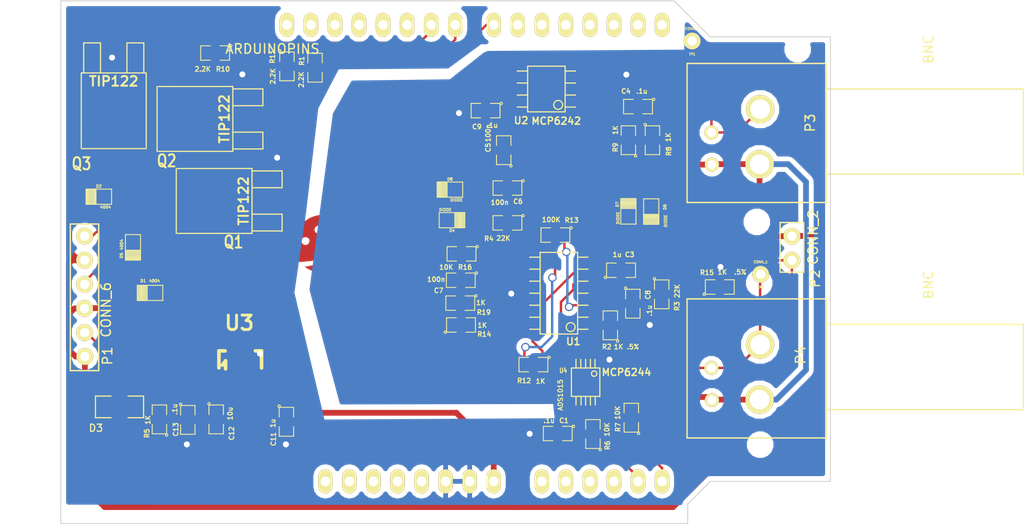
<source format=kicad_pcb>
(kicad_pcb (version 3) (host pcbnew "(2013-07-07 BZR 4022)-stable")

  (general
    (links 111)
    (no_connects 0)
    (area 150.800999 63.170999 259.484281 118.820401)
    (thickness 1.6)
    (drawings 16)
    (tracks 452)
    (zones 0)
    (modules 52)
    (nets 33)
  )

  (page A3)
  (layers
    (15 F.Cu signal)
    (0 B.Cu signal)
    (16 B.Adhes user)
    (17 F.Adhes user)
    (18 B.Paste user)
    (19 F.Paste user)
    (20 B.SilkS user)
    (21 F.SilkS user)
    (22 B.Mask user)
    (23 F.Mask user)
    (24 Dwgs.User user)
    (25 Cmts.User user)
    (26 Eco1.User user)
    (27 Eco2.User user)
    (28 Edge.Cuts user)
  )

  (setup
    (last_trace_width 0.254)
    (user_trace_width 0.1778)
    (user_trace_width 0.254)
    (user_trace_width 0.381)
    (user_trace_width 0.6096)
    (trace_clearance 0.254)
    (zone_clearance 0.508)
    (zone_45_only no)
    (trace_min 0.1524)
    (segment_width 0.2)
    (edge_width 0.1)
    (via_size 0.889)
    (via_drill 0.635)
    (via_min_size 0.889)
    (via_min_drill 0.508)
    (uvia_size 0.508)
    (uvia_drill 0.127)
    (uvias_allowed no)
    (uvia_min_size 0.508)
    (uvia_min_drill 0.127)
    (pcb_text_width 0.3)
    (pcb_text_size 1.5 1.5)
    (mod_edge_width 0.15)
    (mod_text_size 1 1)
    (mod_text_width 0.15)
    (pad_size 1.5 1.5)
    (pad_drill 0.97)
    (pad_to_mask_clearance 0)
    (aux_axis_origin 0 0)
    (visible_elements 7FFFFFFF)
    (pcbplotparams
      (layerselection 284196865)
      (usegerberextensions true)
      (excludeedgelayer true)
      (linewidth 0.150000)
      (plotframeref false)
      (viasonmask false)
      (mode 1)
      (useauxorigin false)
      (hpglpennumber 1)
      (hpglpenspeed 20)
      (hpglpendiameter 15)
      (hpglpenoverlay 2)
      (psnegative false)
      (psa4output false)
      (plotreference true)
      (plotvalue true)
      (plotothertext true)
      (plotinvisibletext false)
      (padsonsilk false)
      (subtractmaskfromsilk false)
      (outputformat 1)
      (mirror false)
      (drillshape 0)
      (scaleselection 1)
      (outputdirectory "//psf/Home/Documents/Lettuce Buddy HW/LadyBug Hydro/Laydybug Shield/Kicad/Gerbers/"))
  )

  (net 0 "")
  (net 1 /Arduino/Pump1)
  (net 2 /Arduino/Pump2)
  (net 3 /Arduino/Pump3)
  (net 4 /Arduino/SCL)
  (net 5 /Arduino/SDA)
  (net 6 /DigitalAccess/EC_AIN)
  (net 7 /DigitalAccess/Therm_AIN)
  (net 8 /DigitalAccess/pH_AIN)
  (net 9 /EC/DD)
  (net 10 /EC/EC_ProbeIN)
  (net 11 /EC/G1)
  (net 12 /EC/RVin-)
  (net 13 /EC/R_Vout)
  (net 14 /EC/W_Vin+)
  (net 15 /EC/W_Vin-)
  (net 16 /EC/W_Vout)
  (net 17 /EC/f1)
  (net 18 /Power/VGND_V+)
  (net 19 /Pumps/SW_Pump1)
  (net 20 /Pumps/SW_Pump2)
  (net 21 /Pumps/SW_Pump3)
  (net 22 /pH/pH_ProbeIN)
  (net 23 AC_Shrunk)
  (net 24 EC_Signal)
  (net 25 GND)
  (net 26 N-0000050)
  (net 27 N-0000051)
  (net 28 N-0000052)
  (net 29 N-0000053)
  (net 30 VClean)
  (net 31 VGND)
  (net 32 Vin)

  (net_class Default "This is the default net class."
    (clearance 0.254)
    (trace_width 0.254)
    (via_dia 0.889)
    (via_drill 0.635)
    (uvia_dia 0.508)
    (uvia_drill 0.127)
    (add_net "")
    (add_net /Arduino/Pump1)
    (add_net /Arduino/Pump2)
    (add_net /Arduino/Pump3)
    (add_net /Arduino/SCL)
    (add_net /Arduino/SDA)
    (add_net /DigitalAccess/EC_AIN)
    (add_net /DigitalAccess/Therm_AIN)
    (add_net /DigitalAccess/pH_AIN)
    (add_net /EC/DD)
    (add_net /EC/EC_ProbeIN)
    (add_net /EC/G1)
    (add_net /EC/RVin-)
    (add_net /EC/R_Vout)
    (add_net /EC/W_Vin+)
    (add_net /EC/W_Vin-)
    (add_net /EC/W_Vout)
    (add_net /EC/f1)
    (add_net /Pumps/SW_Pump1)
    (add_net /Pumps/SW_Pump2)
    (add_net /Pumps/SW_Pump3)
    (add_net /pH/pH_ProbeIN)
    (add_net AC_Shrunk)
    (add_net EC_Signal)
    (add_net N-0000050)
    (add_net N-0000051)
    (add_net N-0000052)
    (add_net N-0000053)
  )

  (net_class VClean ""
    (clearance 0.254)
    (trace_width 0.6096)
    (via_dia 0.889)
    (via_drill 0.635)
    (uvia_dia 0.508)
    (uvia_drill 0.127)
    (add_net /Power/VGND_V+)
    (add_net GND)
    (add_net VClean)
    (add_net VGND)
    (add_net Vin)
  )

  (module so-8 (layer F.Cu) (tedit 54969A3C) (tstamp 54909C25)
    (at 208.7626 72.8218 90)
    (descr SO-8)
    (path /547DE57A/54906D15)
    (attr smd)
    (fp_text reference U2 (at -3.3274 -2.667 180) (layer F.SilkS)
      (effects (font (size 0.7493 0.7493) (thickness 0.14986)))
    )
    (fp_text value MCP6242 (at -3.3782 1.0414 180) (layer F.SilkS)
      (effects (font (size 0.7493 0.7493) (thickness 0.14986)))
    )
    (fp_line (start -2.413 -1.9812) (end -2.413 1.9812) (layer F.SilkS) (width 0.127))
    (fp_line (start -2.413 1.9812) (end 2.413 1.9812) (layer F.SilkS) (width 0.127))
    (fp_line (start 2.413 1.9812) (end 2.413 -1.9812) (layer F.SilkS) (width 0.127))
    (fp_line (start 2.413 -1.9812) (end -2.413 -1.9812) (layer F.SilkS) (width 0.127))
    (fp_line (start -1.905 -1.9812) (end -1.905 -3.0734) (layer F.SilkS) (width 0.127))
    (fp_line (start -0.635 -1.9812) (end -0.635 -3.0734) (layer F.SilkS) (width 0.127))
    (fp_line (start 0.635 -1.9812) (end 0.635 -3.0734) (layer F.SilkS) (width 0.127))
    (fp_line (start 1.905 -3.0734) (end 1.905 -1.9812) (layer F.SilkS) (width 0.127))
    (fp_line (start 1.905 1.9812) (end 1.905 3.0734) (layer F.SilkS) (width 0.127))
    (fp_line (start 0.635 3.0734) (end 0.635 1.9812) (layer F.SilkS) (width 0.127))
    (fp_line (start -0.635 3.0734) (end -0.635 1.9812) (layer F.SilkS) (width 0.127))
    (fp_line (start -1.905 3.0734) (end -1.905 1.9812) (layer F.SilkS) (width 0.127))
    (fp_circle (center -1.6764 1.2446) (end -1.9558 1.6256) (layer F.SilkS) (width 0.127))
    (pad 1 smd rect (at -1.905 2.794 90) (size 0.635 1.27)
      (layers F.Cu F.Paste F.Mask)
      (net 31 VGND)
    )
    (pad 2 smd rect (at -0.635 2.794 90) (size 0.635 1.27)
      (layers F.Cu F.Paste F.Mask)
      (net 31 VGND)
    )
    (pad 3 smd rect (at 0.635 2.794 90) (size 0.635 1.27)
      (layers F.Cu F.Paste F.Mask)
      (net 18 /Power/VGND_V+)
    )
    (pad 4 smd rect (at 1.905 2.794 90) (size 0.635 1.27)
      (layers F.Cu F.Paste F.Mask)
      (net 25 GND)
    )
    (pad 5 smd rect (at 1.905 -2.794 90) (size 0.635 1.27)
      (layers F.Cu F.Paste F.Mask)
      (net 22 /pH/pH_ProbeIN)
    )
    (pad 6 smd rect (at 0.635 -2.794 90) (size 0.635 1.27)
      (layers F.Cu F.Paste F.Mask)
      (net 8 /DigitalAccess/pH_AIN)
    )
    (pad 7 smd rect (at -0.635 -2.794 90) (size 0.635 1.27)
      (layers F.Cu F.Paste F.Mask)
      (net 8 /DigitalAccess/pH_AIN)
    )
    (pad 8 smd rect (at -1.905 -2.794 90) (size 0.635 1.27)
      (layers F.Cu F.Paste F.Mask)
      (net 30 VClean)
    )
    (model smd/smd_dil/so-8.wrl
      (at (xyz 0 0 0))
      (scale (xyz 1 1 1))
      (rotate (xyz 0 0 0))
    )
  )

  (module SM0805 (layer F.Cu) (tedit 549698FB) (tstamp 54909C32)
    (at 217.8939 95.5167 270)
    (path /547DE5B0/548611AE)
    (attr smd)
    (fp_text reference C8 (at -0.9398 -1.6002 270) (layer F.SilkS)
      (effects (font (size 0.50038 0.50038) (thickness 0.10922)))
    )
    (fp_text value .1u (at 0.7366 -1.7526 270) (layer F.SilkS)
      (effects (font (size 0.50038 0.50038) (thickness 0.10922)))
    )
    (fp_circle (center -1.651 0.762) (end -1.651 0.635) (layer F.SilkS) (width 0.09906))
    (fp_line (start -0.508 0.762) (end -1.524 0.762) (layer F.SilkS) (width 0.09906))
    (fp_line (start -1.524 0.762) (end -1.524 -0.762) (layer F.SilkS) (width 0.09906))
    (fp_line (start -1.524 -0.762) (end -0.508 -0.762) (layer F.SilkS) (width 0.09906))
    (fp_line (start 0.508 -0.762) (end 1.524 -0.762) (layer F.SilkS) (width 0.09906))
    (fp_line (start 1.524 -0.762) (end 1.524 0.762) (layer F.SilkS) (width 0.09906))
    (fp_line (start 1.524 0.762) (end 0.508 0.762) (layer F.SilkS) (width 0.09906))
    (pad 1 smd rect (at -0.9525 0 270) (size 0.889 1.397)
      (layers F.Cu F.Paste F.Mask)
      (net 30 VClean)
    )
    (pad 2 smd rect (at 0.9525 0 270) (size 0.889 1.397)
      (layers F.Cu F.Paste F.Mask)
      (net 25 GND)
    )
    (model smd/chip_cms.wrl
      (at (xyz 0 0 0))
      (scale (xyz 0.1 0.1 0.1))
      (rotate (xyz 0 0 0))
    )
  )

  (module SM0805 (layer F.Cu) (tedit 549E9450) (tstamp 54909C3F)
    (at 209.7151 88.25992 180)
    (path /547DE5B0/5416DCB7)
    (attr smd)
    (fp_text reference R13 (at -1.7145 1.56972 180) (layer F.SilkS)
      (effects (font (size 0.50038 0.50038) (thickness 0.10922)))
    )
    (fp_text value 100K (at 0.4445 1.62052 180) (layer F.SilkS)
      (effects (font (size 0.50038 0.50038) (thickness 0.10922)))
    )
    (fp_circle (center -1.651 0.762) (end -1.651 0.635) (layer F.SilkS) (width 0.09906))
    (fp_line (start -0.508 0.762) (end -1.524 0.762) (layer F.SilkS) (width 0.09906))
    (fp_line (start -1.524 0.762) (end -1.524 -0.762) (layer F.SilkS) (width 0.09906))
    (fp_line (start -1.524 -0.762) (end -0.508 -0.762) (layer F.SilkS) (width 0.09906))
    (fp_line (start 0.508 -0.762) (end 1.524 -0.762) (layer F.SilkS) (width 0.09906))
    (fp_line (start 1.524 -0.762) (end 1.524 0.762) (layer F.SilkS) (width 0.09906))
    (fp_line (start 1.524 0.762) (end 0.508 0.762) (layer F.SilkS) (width 0.09906))
    (pad 1 smd rect (at -0.9525 0 180) (size 0.889 1.397)
      (layers F.Cu F.Paste F.Mask)
      (net 23 AC_Shrunk)
    )
    (pad 2 smd rect (at 0.9525 0 180) (size 0.889 1.397)
      (layers F.Cu F.Paste F.Mask)
      (net 16 /EC/W_Vout)
    )
    (model smd/chip_cms.wrl
      (at (xyz 0 0 0))
      (scale (xyz 0.1 0.1 0.1))
      (rotate (xyz 0 0 0))
    )
  )

  (module SM0805 (layer F.Cu) (tedit 5496999A) (tstamp 54909C4C)
    (at 216.64676 91.97848)
    (path /547DE5B0/5416E04B)
    (attr smd)
    (fp_text reference C3 (at 0.9144 -1.651) (layer F.SilkS)
      (effects (font (size 0.50038 0.50038) (thickness 0.10922)))
    )
    (fp_text value 1u (at -0.4064 -1.651) (layer F.SilkS)
      (effects (font (size 0.50038 0.50038) (thickness 0.10922)))
    )
    (fp_circle (center -1.651 0.762) (end -1.651 0.635) (layer F.SilkS) (width 0.09906))
    (fp_line (start -0.508 0.762) (end -1.524 0.762) (layer F.SilkS) (width 0.09906))
    (fp_line (start -1.524 0.762) (end -1.524 -0.762) (layer F.SilkS) (width 0.09906))
    (fp_line (start -1.524 -0.762) (end -0.508 -0.762) (layer F.SilkS) (width 0.09906))
    (fp_line (start 0.508 -0.762) (end 1.524 -0.762) (layer F.SilkS) (width 0.09906))
    (fp_line (start 1.524 -0.762) (end 1.524 0.762) (layer F.SilkS) (width 0.09906))
    (fp_line (start 1.524 0.762) (end 0.508 0.762) (layer F.SilkS) (width 0.09906))
    (pad 1 smd rect (at -0.9525 0) (size 0.889 1.397)
      (layers F.Cu F.Paste F.Mask)
      (net 12 /EC/RVin-)
    )
    (pad 2 smd rect (at 0.9525 0) (size 0.889 1.397)
      (layers F.Cu F.Paste F.Mask)
      (net 31 VGND)
    )
    (model smd/chip_cms.wrl
      (at (xyz 0 0 0))
      (scale (xyz 0.1 0.1 0.1))
      (rotate (xyz 0 0 0))
    )
  )

  (module SM0805 (layer F.Cu) (tedit 549698E9) (tstamp 54909C59)
    (at 204.6478 86.9696 180)
    (path /547DE5B0/5486055C)
    (attr smd)
    (fp_text reference R4 (at 1.9558 -1.6764 180) (layer F.SilkS)
      (effects (font (size 0.50038 0.50038) (thickness 0.10922)))
    )
    (fp_text value 22K (at 0.4318 -1.6256 180) (layer F.SilkS)
      (effects (font (size 0.50038 0.50038) (thickness 0.10922)))
    )
    (fp_circle (center -1.651 0.762) (end -1.651 0.635) (layer F.SilkS) (width 0.09906))
    (fp_line (start -0.508 0.762) (end -1.524 0.762) (layer F.SilkS) (width 0.09906))
    (fp_line (start -1.524 0.762) (end -1.524 -0.762) (layer F.SilkS) (width 0.09906))
    (fp_line (start -1.524 -0.762) (end -0.508 -0.762) (layer F.SilkS) (width 0.09906))
    (fp_line (start 0.508 -0.762) (end 1.524 -0.762) (layer F.SilkS) (width 0.09906))
    (fp_line (start 1.524 -0.762) (end 1.524 0.762) (layer F.SilkS) (width 0.09906))
    (fp_line (start 1.524 0.762) (end 0.508 0.762) (layer F.SilkS) (width 0.09906))
    (pad 1 smd rect (at -0.9525 0 180) (size 0.889 1.397)
      (layers F.Cu F.Paste F.Mask)
      (net 16 /EC/W_Vout)
    )
    (pad 2 smd rect (at 0.9525 0 180) (size 0.889 1.397)
      (layers F.Cu F.Paste F.Mask)
      (net 15 /EC/W_Vin-)
    )
    (model smd/chip_cms.wrl
      (at (xyz 0 0 0))
      (scale (xyz 0.1 0.1 0.1))
      (rotate (xyz 0 0 0))
    )
  )

  (module SM0805 (layer F.Cu) (tedit 549E9479) (tstamp 54909C66)
    (at 220.9419 94.5261 270)
    (path /547DE5B0/54860697)
    (attr smd)
    (fp_text reference R3 (at 1.2573 -1.6129 270) (layer F.SilkS)
      (effects (font (size 0.50038 0.50038) (thickness 0.10922)))
    )
    (fp_text value 22K (at -0.3429 -1.6383 270) (layer F.SilkS)
      (effects (font (size 0.50038 0.50038) (thickness 0.10922)))
    )
    (fp_circle (center -1.651 0.762) (end -1.651 0.635) (layer F.SilkS) (width 0.09906))
    (fp_line (start -0.508 0.762) (end -1.524 0.762) (layer F.SilkS) (width 0.09906))
    (fp_line (start -1.524 0.762) (end -1.524 -0.762) (layer F.SilkS) (width 0.09906))
    (fp_line (start -1.524 -0.762) (end -0.508 -0.762) (layer F.SilkS) (width 0.09906))
    (fp_line (start 0.508 -0.762) (end 1.524 -0.762) (layer F.SilkS) (width 0.09906))
    (fp_line (start 1.524 -0.762) (end 1.524 0.762) (layer F.SilkS) (width 0.09906))
    (fp_line (start 1.524 0.762) (end 0.508 0.762) (layer F.SilkS) (width 0.09906))
    (pad 1 smd rect (at -0.9525 0 270) (size 0.889 1.397)
      (layers F.Cu F.Paste F.Mask)
      (net 31 VGND)
    )
    (pad 2 smd rect (at 0.9525 0 270) (size 0.889 1.397)
      (layers F.Cu F.Paste F.Mask)
      (net 23 AC_Shrunk)
    )
    (model smd/chip_cms.wrl
      (at (xyz 0 0 0))
      (scale (xyz 0.1 0.1 0.1))
      (rotate (xyz 0 0 0))
    )
  )

  (module SM0805 (layer F.Cu) (tedit 549E9514) (tstamp 54909C73)
    (at 215.52154 97.8027 90)
    (path /547DE5B0/54860754)
    (attr smd)
    (fp_text reference R2 (at -2.2733 -0.38354 180) (layer F.SilkS)
      (effects (font (size 0.50038 0.50038) (thickness 0.10922)))
    )
    (fp_text value "1K .5%" (at -2.2733 1.69926 180) (layer F.SilkS)
      (effects (font (size 0.50038 0.50038) (thickness 0.10922)))
    )
    (fp_circle (center -1.651 0.762) (end -1.651 0.635) (layer F.SilkS) (width 0.09906))
    (fp_line (start -0.508 0.762) (end -1.524 0.762) (layer F.SilkS) (width 0.09906))
    (fp_line (start -1.524 0.762) (end -1.524 -0.762) (layer F.SilkS) (width 0.09906))
    (fp_line (start -1.524 -0.762) (end -0.508 -0.762) (layer F.SilkS) (width 0.09906))
    (fp_line (start 0.508 -0.762) (end 1.524 -0.762) (layer F.SilkS) (width 0.09906))
    (fp_line (start 1.524 -0.762) (end 1.524 0.762) (layer F.SilkS) (width 0.09906))
    (fp_line (start 1.524 0.762) (end 0.508 0.762) (layer F.SilkS) (width 0.09906))
    (pad 1 smd rect (at -0.9525 0 90) (size 0.889 1.397)
      (layers F.Cu F.Paste F.Mask)
      (net 24 EC_Signal)
    )
    (pad 2 smd rect (at 0.9525 0 90) (size 0.889 1.397)
      (layers F.Cu F.Paste F.Mask)
      (net 10 /EC/EC_ProbeIN)
    )
    (model smd/chip_cms.wrl
      (at (xyz 0 0 0))
      (scale (xyz 0.1 0.1 0.1))
      (rotate (xyz 0 0 0))
    )
  )

  (module SM0805 (layer F.Cu) (tedit 5496990A) (tstamp 54909C8D)
    (at 207.391 101.9556 180)
    (path /547DE5B0/54860E67)
    (attr smd)
    (fp_text reference R12 (at 0.98044 -1.7018 180) (layer F.SilkS)
      (effects (font (size 0.50038 0.50038) (thickness 0.10922)))
    )
    (fp_text value 1K (at -0.74676 -1.7526 180) (layer F.SilkS)
      (effects (font (size 0.50038 0.50038) (thickness 0.10922)))
    )
    (fp_circle (center -1.651 0.762) (end -1.651 0.635) (layer F.SilkS) (width 0.09906))
    (fp_line (start -0.508 0.762) (end -1.524 0.762) (layer F.SilkS) (width 0.09906))
    (fp_line (start -1.524 0.762) (end -1.524 -0.762) (layer F.SilkS) (width 0.09906))
    (fp_line (start -1.524 -0.762) (end -0.508 -0.762) (layer F.SilkS) (width 0.09906))
    (fp_line (start 0.508 -0.762) (end 1.524 -0.762) (layer F.SilkS) (width 0.09906))
    (fp_line (start 1.524 -0.762) (end 1.524 0.762) (layer F.SilkS) (width 0.09906))
    (fp_line (start 1.524 0.762) (end 0.508 0.762) (layer F.SilkS) (width 0.09906))
    (pad 1 smd rect (at -0.9525 0 180) (size 0.889 1.397)
      (layers F.Cu F.Paste F.Mask)
      (net 6 /DigitalAccess/EC_AIN)
    )
    (pad 2 smd rect (at 0.9525 0 180) (size 0.889 1.397)
      (layers F.Cu F.Paste F.Mask)
      (net 9 /EC/DD)
    )
    (model smd/chip_cms.wrl
      (at (xyz 0 0 0))
      (scale (xyz 0.1 0.1 0.1))
      (rotate (xyz 0 0 0))
    )
  )

  (module SM0805 (layer F.Cu) (tedit 54969961) (tstamp 54909C9A)
    (at 218.44 74.676 180)
    (path /547DE6F9/547DEB65)
    (attr smd)
    (fp_text reference C4 (at 1.27 1.6256 180) (layer F.SilkS)
      (effects (font (size 0.50038 0.50038) (thickness 0.10922)))
    )
    (fp_text value .1u (at -0.4064 1.6256 180) (layer F.SilkS)
      (effects (font (size 0.50038 0.50038) (thickness 0.10922)))
    )
    (fp_circle (center -1.651 0.762) (end -1.651 0.635) (layer F.SilkS) (width 0.09906))
    (fp_line (start -0.508 0.762) (end -1.524 0.762) (layer F.SilkS) (width 0.09906))
    (fp_line (start -1.524 0.762) (end -1.524 -0.762) (layer F.SilkS) (width 0.09906))
    (fp_line (start -1.524 -0.762) (end -0.508 -0.762) (layer F.SilkS) (width 0.09906))
    (fp_line (start 0.508 -0.762) (end 1.524 -0.762) (layer F.SilkS) (width 0.09906))
    (fp_line (start 1.524 -0.762) (end 1.524 0.762) (layer F.SilkS) (width 0.09906))
    (fp_line (start 1.524 0.762) (end 0.508 0.762) (layer F.SilkS) (width 0.09906))
    (pad 1 smd rect (at -0.9525 0 180) (size 0.889 1.397)
      (layers F.Cu F.Paste F.Mask)
      (net 30 VClean)
    )
    (pad 2 smd rect (at 0.9525 0 180) (size 0.889 1.397)
      (layers F.Cu F.Paste F.Mask)
      (net 25 GND)
    )
    (model smd/chip_cms.wrl
      (at (xyz 0 0 0))
      (scale (xyz 0.1 0.1 0.1))
      (rotate (xyz 0 0 0))
    )
  )

  (module SM0805 (layer F.Cu) (tedit 549696EC) (tstamp 54909CA7)
    (at 173.8884 107.7468 270)
    (path /547DE6F9/53DB8C11)
    (attr smd)
    (fp_text reference C12 (at 1.4732 -1.6256 270) (layer F.SilkS)
      (effects (font (size 0.50038 0.50038) (thickness 0.10922)))
    )
    (fp_text value 10u (at -0.6096 -1.4732 270) (layer F.SilkS)
      (effects (font (size 0.50038 0.50038) (thickness 0.10922)))
    )
    (fp_circle (center -1.651 0.762) (end -1.651 0.635) (layer F.SilkS) (width 0.09906))
    (fp_line (start -0.508 0.762) (end -1.524 0.762) (layer F.SilkS) (width 0.09906))
    (fp_line (start -1.524 0.762) (end -1.524 -0.762) (layer F.SilkS) (width 0.09906))
    (fp_line (start -1.524 -0.762) (end -0.508 -0.762) (layer F.SilkS) (width 0.09906))
    (fp_line (start 0.508 -0.762) (end 1.524 -0.762) (layer F.SilkS) (width 0.09906))
    (fp_line (start 1.524 -0.762) (end 1.524 0.762) (layer F.SilkS) (width 0.09906))
    (fp_line (start 1.524 0.762) (end 0.508 0.762) (layer F.SilkS) (width 0.09906))
    (pad 1 smd rect (at -0.9525 0 270) (size 0.889 1.397)
      (layers F.Cu F.Paste F.Mask)
      (net 30 VClean)
    )
    (pad 2 smd rect (at 0.9525 0 270) (size 0.889 1.397)
      (layers F.Cu F.Paste F.Mask)
      (net 25 GND)
    )
    (model smd/chip_cms.wrl
      (at (xyz 0 0 0))
      (scale (xyz 0.1 0.1 0.1))
      (rotate (xyz 0 0 0))
    )
  )

  (module SM0805 (layer F.Cu) (tedit 549696F9) (tstamp 54909CB4)
    (at 170.8912 107.7976 270)
    (path /547DE6F9/53DB8C1F)
    (attr smd)
    (fp_text reference C13 (at 1.016 1.27 270) (layer F.SilkS)
      (effects (font (size 0.50038 0.50038) (thickness 0.10922)))
    )
    (fp_text value .1u (at -1.1176 1.3716 270) (layer F.SilkS)
      (effects (font (size 0.50038 0.50038) (thickness 0.10922)))
    )
    (fp_circle (center -1.651 0.762) (end -1.651 0.635) (layer F.SilkS) (width 0.09906))
    (fp_line (start -0.508 0.762) (end -1.524 0.762) (layer F.SilkS) (width 0.09906))
    (fp_line (start -1.524 0.762) (end -1.524 -0.762) (layer F.SilkS) (width 0.09906))
    (fp_line (start -1.524 -0.762) (end -0.508 -0.762) (layer F.SilkS) (width 0.09906))
    (fp_line (start 0.508 -0.762) (end 1.524 -0.762) (layer F.SilkS) (width 0.09906))
    (fp_line (start 1.524 -0.762) (end 1.524 0.762) (layer F.SilkS) (width 0.09906))
    (fp_line (start 1.524 0.762) (end 0.508 0.762) (layer F.SilkS) (width 0.09906))
    (pad 1 smd rect (at -0.9525 0 270) (size 0.889 1.397)
      (layers F.Cu F.Paste F.Mask)
      (net 30 VClean)
    )
    (pad 2 smd rect (at 0.9525 0 270) (size 0.889 1.397)
      (layers F.Cu F.Paste F.Mask)
      (net 25 GND)
    )
    (model smd/chip_cms.wrl
      (at (xyz 0 0 0))
      (scale (xyz 0.1 0.1 0.1))
      (rotate (xyz 0 0 0))
    )
  )

  (module SM0805 (layer F.Cu) (tedit 549695CF) (tstamp 54909CC1)
    (at 181.3052 108.0008 270)
    (path /547DE6F9/53DB8C26)
    (attr smd)
    (fp_text reference C11 (at 1.8288 1.3716 270) (layer F.SilkS)
      (effects (font (size 0.50038 0.50038) (thickness 0.10922)))
    )
    (fp_text value 1u (at 0.1524 1.4224 270) (layer F.SilkS)
      (effects (font (size 0.50038 0.50038) (thickness 0.10922)))
    )
    (fp_circle (center -1.651 0.762) (end -1.651 0.635) (layer F.SilkS) (width 0.09906))
    (fp_line (start -0.508 0.762) (end -1.524 0.762) (layer F.SilkS) (width 0.09906))
    (fp_line (start -1.524 0.762) (end -1.524 -0.762) (layer F.SilkS) (width 0.09906))
    (fp_line (start -1.524 -0.762) (end -0.508 -0.762) (layer F.SilkS) (width 0.09906))
    (fp_line (start 0.508 -0.762) (end 1.524 -0.762) (layer F.SilkS) (width 0.09906))
    (fp_line (start 1.524 -0.762) (end 1.524 0.762) (layer F.SilkS) (width 0.09906))
    (fp_line (start 1.524 0.762) (end 0.508 0.762) (layer F.SilkS) (width 0.09906))
    (pad 1 smd rect (at -0.9525 0 270) (size 0.889 1.397)
      (layers F.Cu F.Paste F.Mask)
      (net 32 Vin)
    )
    (pad 2 smd rect (at 0.9525 0 270) (size 0.889 1.397)
      (layers F.Cu F.Paste F.Mask)
      (net 25 GND)
    )
    (model smd/chip_cms.wrl
      (at (xyz 0 0 0))
      (scale (xyz 0.1 0.1 0.1))
      (rotate (xyz 0 0 0))
    )
  )

  (module SM0805 (layer F.Cu) (tedit 54969707) (tstamp 54909CDB)
    (at 167.894 107.7468 90)
    (path /547DE6F9/540EDC27)
    (attr smd)
    (fp_text reference R5 (at -1.4732 -1.3208 90) (layer F.SilkS)
      (effects (font (size 0.50038 0.50038) (thickness 0.10922)))
    )
    (fp_text value 1K (at -0.0508 -1.2192 90) (layer F.SilkS)
      (effects (font (size 0.50038 0.50038) (thickness 0.10922)))
    )
    (fp_circle (center -1.651 0.762) (end -1.651 0.635) (layer F.SilkS) (width 0.09906))
    (fp_line (start -0.508 0.762) (end -1.524 0.762) (layer F.SilkS) (width 0.09906))
    (fp_line (start -1.524 0.762) (end -1.524 -0.762) (layer F.SilkS) (width 0.09906))
    (fp_line (start -1.524 -0.762) (end -0.508 -0.762) (layer F.SilkS) (width 0.09906))
    (fp_line (start 0.508 -0.762) (end 1.524 -0.762) (layer F.SilkS) (width 0.09906))
    (fp_line (start 1.524 -0.762) (end 1.524 0.762) (layer F.SilkS) (width 0.09906))
    (fp_line (start 1.524 0.762) (end 0.508 0.762) (layer F.SilkS) (width 0.09906))
    (pad 1 smd rect (at -0.9525 0 90) (size 0.889 1.397)
      (layers F.Cu F.Paste F.Mask)
      (net 25 GND)
    )
    (pad 2 smd rect (at 0.9525 0 90) (size 0.889 1.397)
      (layers F.Cu F.Paste F.Mask)
      (net 29 N-0000053)
    )
    (model smd/chip_cms.wrl
      (at (xyz 0 0 0))
      (scale (xyz 0.1 0.1 0.1))
      (rotate (xyz 0 0 0))
    )
  )

  (module SM0805 (layer F.Cu) (tedit 5496997F) (tstamp 54909CE8)
    (at 219.964 78.232 270)
    (path /547DE6F9/547DEB21)
    (attr smd)
    (fp_text reference R8 (at 1.1684 -1.7272 270) (layer F.SilkS)
      (effects (font (size 0.50038 0.50038) (thickness 0.10922)))
    )
    (fp_text value 1K (at -0.3048 -1.6764 270) (layer F.SilkS)
      (effects (font (size 0.50038 0.50038) (thickness 0.10922)))
    )
    (fp_circle (center -1.651 0.762) (end -1.651 0.635) (layer F.SilkS) (width 0.09906))
    (fp_line (start -0.508 0.762) (end -1.524 0.762) (layer F.SilkS) (width 0.09906))
    (fp_line (start -1.524 0.762) (end -1.524 -0.762) (layer F.SilkS) (width 0.09906))
    (fp_line (start -1.524 -0.762) (end -0.508 -0.762) (layer F.SilkS) (width 0.09906))
    (fp_line (start 0.508 -0.762) (end 1.524 -0.762) (layer F.SilkS) (width 0.09906))
    (fp_line (start 1.524 -0.762) (end 1.524 0.762) (layer F.SilkS) (width 0.09906))
    (fp_line (start 1.524 0.762) (end 0.508 0.762) (layer F.SilkS) (width 0.09906))
    (pad 1 smd rect (at -0.9525 0 270) (size 0.889 1.397)
      (layers F.Cu F.Paste F.Mask)
      (net 30 VClean)
    )
    (pad 2 smd rect (at 0.9525 0 270) (size 0.889 1.397)
      (layers F.Cu F.Paste F.Mask)
      (net 18 /Power/VGND_V+)
    )
    (model smd/chip_cms.wrl
      (at (xyz 0 0 0))
      (scale (xyz 0.1 0.1 0.1))
      (rotate (xyz 0 0 0))
    )
  )

  (module SM0805 (layer F.Cu) (tedit 5496996D) (tstamp 54909CF5)
    (at 217.424 78.232 90)
    (path /547DE6F9/547DEB27)
    (attr smd)
    (fp_text reference R9 (at -0.762 -1.3716 90) (layer F.SilkS)
      (effects (font (size 0.50038 0.50038) (thickness 0.10922)))
    )
    (fp_text value 1K (at 1.0668 -1.3716 90) (layer F.SilkS)
      (effects (font (size 0.50038 0.50038) (thickness 0.10922)))
    )
    (fp_circle (center -1.651 0.762) (end -1.651 0.635) (layer F.SilkS) (width 0.09906))
    (fp_line (start -0.508 0.762) (end -1.524 0.762) (layer F.SilkS) (width 0.09906))
    (fp_line (start -1.524 0.762) (end -1.524 -0.762) (layer F.SilkS) (width 0.09906))
    (fp_line (start -1.524 -0.762) (end -0.508 -0.762) (layer F.SilkS) (width 0.09906))
    (fp_line (start 0.508 -0.762) (end 1.524 -0.762) (layer F.SilkS) (width 0.09906))
    (fp_line (start 1.524 -0.762) (end 1.524 0.762) (layer F.SilkS) (width 0.09906))
    (fp_line (start 1.524 0.762) (end 0.508 0.762) (layer F.SilkS) (width 0.09906))
    (pad 1 smd rect (at -0.9525 0 90) (size 0.889 1.397)
      (layers F.Cu F.Paste F.Mask)
      (net 18 /Power/VGND_V+)
    )
    (pad 2 smd rect (at 0.9525 0 90) (size 0.889 1.397)
      (layers F.Cu F.Paste F.Mask)
      (net 25 GND)
    )
    (model smd/chip_cms.wrl
      (at (xyz 0 0 0))
      (scale (xyz 0.1 0.1 0.1))
      (rotate (xyz 0 0 0))
    )
  )

  (module SM0805 (layer F.Cu) (tedit 549E93C6) (tstamp 54909D02)
    (at 199.7964 90.2462 180)
    (path /547DE5B0/5416D6F5)
    (attr smd)
    (fp_text reference R16 (at -0.37846 -1.41224 180) (layer F.SilkS)
      (effects (font (size 0.50038 0.50038) (thickness 0.10922)))
    )
    (fp_text value 10K (at 1.61036 -1.41224 180) (layer F.SilkS)
      (effects (font (size 0.50038 0.50038) (thickness 0.10922)))
    )
    (fp_circle (center -1.651 0.762) (end -1.651 0.635) (layer F.SilkS) (width 0.09906))
    (fp_line (start -0.508 0.762) (end -1.524 0.762) (layer F.SilkS) (width 0.09906))
    (fp_line (start -1.524 0.762) (end -1.524 -0.762) (layer F.SilkS) (width 0.09906))
    (fp_line (start -1.524 -0.762) (end -0.508 -0.762) (layer F.SilkS) (width 0.09906))
    (fp_line (start 0.508 -0.762) (end 1.524 -0.762) (layer F.SilkS) (width 0.09906))
    (fp_line (start 1.524 -0.762) (end 1.524 0.762) (layer F.SilkS) (width 0.09906))
    (fp_line (start 1.524 0.762) (end 0.508 0.762) (layer F.SilkS) (width 0.09906))
    (pad 1 smd rect (at -0.9525 0 180) (size 0.889 1.397)
      (layers F.Cu F.Paste F.Mask)
      (net 15 /EC/W_Vin-)
    )
    (pad 2 smd rect (at 0.9525 0 180) (size 0.889 1.397)
      (layers F.Cu F.Paste F.Mask)
      (net 31 VGND)
    )
    (model smd/chip_cms.wrl
      (at (xyz 0 0 0))
      (scale (xyz 0.1 0.1 0.1))
      (rotate (xyz 0 0 0))
    )
  )

  (module SM0805 (layer F.Cu) (tedit 5496952F) (tstamp 54909D0F)
    (at 173.77664 69.0118 180)
    (path /547DE6BF/54803649)
    (attr smd)
    (fp_text reference R10 (at -0.82296 -1.7018 180) (layer F.SilkS)
      (effects (font (size 0.50038 0.50038) (thickness 0.10922)))
    )
    (fp_text value 2.2K (at 1.31064 -1.7018 180) (layer F.SilkS)
      (effects (font (size 0.50038 0.50038) (thickness 0.10922)))
    )
    (fp_circle (center -1.651 0.762) (end -1.651 0.635) (layer F.SilkS) (width 0.09906))
    (fp_line (start -0.508 0.762) (end -1.524 0.762) (layer F.SilkS) (width 0.09906))
    (fp_line (start -1.524 0.762) (end -1.524 -0.762) (layer F.SilkS) (width 0.09906))
    (fp_line (start -1.524 -0.762) (end -0.508 -0.762) (layer F.SilkS) (width 0.09906))
    (fp_line (start 0.508 -0.762) (end 1.524 -0.762) (layer F.SilkS) (width 0.09906))
    (fp_line (start 1.524 -0.762) (end 1.524 0.762) (layer F.SilkS) (width 0.09906))
    (fp_line (start 1.524 0.762) (end 0.508 0.762) (layer F.SilkS) (width 0.09906))
    (pad 1 smd rect (at -0.9525 0 180) (size 0.889 1.397)
      (layers F.Cu F.Paste F.Mask)
      (net 3 /Arduino/Pump3)
    )
    (pad 2 smd rect (at 0.9525 0 180) (size 0.889 1.397)
      (layers F.Cu F.Paste F.Mask)
      (net 28 N-0000052)
    )
    (model smd/chip_cms.wrl
      (at (xyz 0 0 0))
      (scale (xyz 0.1 0.1 0.1))
      (rotate (xyz 0 0 0))
    )
  )

  (module SM0805 (layer F.Cu) (tedit 5496953D) (tstamp 54909D1C)
    (at 181.36108 70.42404 270)
    (path /547DE6BF/53EA6E15)
    (attr smd)
    (fp_text reference R11 (at -1.03124 1.52908 270) (layer F.SilkS)
      (effects (font (size 0.50038 0.50038) (thickness 0.10922)))
    )
    (fp_text value 2.2K (at 1.05156 1.47828 270) (layer F.SilkS)
      (effects (font (size 0.50038 0.50038) (thickness 0.10922)))
    )
    (fp_circle (center -1.651 0.762) (end -1.651 0.635) (layer F.SilkS) (width 0.09906))
    (fp_line (start -0.508 0.762) (end -1.524 0.762) (layer F.SilkS) (width 0.09906))
    (fp_line (start -1.524 0.762) (end -1.524 -0.762) (layer F.SilkS) (width 0.09906))
    (fp_line (start -1.524 -0.762) (end -0.508 -0.762) (layer F.SilkS) (width 0.09906))
    (fp_line (start 0.508 -0.762) (end 1.524 -0.762) (layer F.SilkS) (width 0.09906))
    (fp_line (start 1.524 -0.762) (end 1.524 0.762) (layer F.SilkS) (width 0.09906))
    (fp_line (start 1.524 0.762) (end 0.508 0.762) (layer F.SilkS) (width 0.09906))
    (pad 1 smd rect (at -0.9525 0 270) (size 0.889 1.397)
      (layers F.Cu F.Paste F.Mask)
      (net 2 /Arduino/Pump2)
    )
    (pad 2 smd rect (at 0.9525 0 270) (size 0.889 1.397)
      (layers F.Cu F.Paste F.Mask)
      (net 27 N-0000051)
    )
    (model smd/chip_cms.wrl
      (at (xyz 0 0 0))
      (scale (xyz 0.1 0.1 0.1))
      (rotate (xyz 0 0 0))
    )
  )

  (module SM0805 (layer F.Cu) (tedit 549697DF) (tstamp 54909D29)
    (at 213.68004 109.29366 90)
    (path /547DE4F5/5463DA53)
    (attr smd)
    (fp_text reference R6 (at -1.19888 1.53416 90) (layer F.SilkS)
      (effects (font (size 0.50038 0.50038) (thickness 0.10922)))
    )
    (fp_text value 10K (at 0.47752 1.48336 90) (layer F.SilkS)
      (effects (font (size 0.50038 0.50038) (thickness 0.10922)))
    )
    (fp_circle (center -1.651 0.762) (end -1.651 0.635) (layer F.SilkS) (width 0.09906))
    (fp_line (start -0.508 0.762) (end -1.524 0.762) (layer F.SilkS) (width 0.09906))
    (fp_line (start -1.524 0.762) (end -1.524 -0.762) (layer F.SilkS) (width 0.09906))
    (fp_line (start -1.524 -0.762) (end -0.508 -0.762) (layer F.SilkS) (width 0.09906))
    (fp_line (start 0.508 -0.762) (end 1.524 -0.762) (layer F.SilkS) (width 0.09906))
    (fp_line (start 1.524 -0.762) (end 1.524 0.762) (layer F.SilkS) (width 0.09906))
    (fp_line (start 1.524 0.762) (end 0.508 0.762) (layer F.SilkS) (width 0.09906))
    (pad 1 smd rect (at -0.9525 0 90) (size 0.889 1.397)
      (layers F.Cu F.Paste F.Mask)
      (net 30 VClean)
    )
    (pad 2 smd rect (at 0.9525 0 90) (size 0.889 1.397)
      (layers F.Cu F.Paste F.Mask)
      (net 5 /Arduino/SDA)
    )
    (model smd/chip_cms.wrl
      (at (xyz 0 0 0))
      (scale (xyz 0.1 0.1 0.1))
      (rotate (xyz 0 0 0))
    )
  )

  (module SM0805 (layer F.Cu) (tedit 549697EC) (tstamp 54909D36)
    (at 217.73388 107.569 90)
    (path /547DE4F5/5463DA60)
    (attr smd)
    (fp_text reference R7 (at -1.0033 -1.40208 90) (layer F.SilkS)
      (effects (font (size 0.50038 0.50038) (thickness 0.10922)))
    )
    (fp_text value 10K (at 0.5207 -1.45288 90) (layer F.SilkS)
      (effects (font (size 0.50038 0.50038) (thickness 0.10922)))
    )
    (fp_circle (center -1.651 0.762) (end -1.651 0.635) (layer F.SilkS) (width 0.09906))
    (fp_line (start -0.508 0.762) (end -1.524 0.762) (layer F.SilkS) (width 0.09906))
    (fp_line (start -1.524 0.762) (end -1.524 -0.762) (layer F.SilkS) (width 0.09906))
    (fp_line (start -1.524 -0.762) (end -0.508 -0.762) (layer F.SilkS) (width 0.09906))
    (fp_line (start 0.508 -0.762) (end 1.524 -0.762) (layer F.SilkS) (width 0.09906))
    (fp_line (start 1.524 -0.762) (end 1.524 0.762) (layer F.SilkS) (width 0.09906))
    (fp_line (start 1.524 0.762) (end 0.508 0.762) (layer F.SilkS) (width 0.09906))
    (pad 1 smd rect (at -0.9525 0 90) (size 0.889 1.397)
      (layers F.Cu F.Paste F.Mask)
      (net 30 VClean)
    )
    (pad 2 smd rect (at 0.9525 0 90) (size 0.889 1.397)
      (layers F.Cu F.Paste F.Mask)
      (net 4 /Arduino/SCL)
    )
    (model smd/chip_cms.wrl
      (at (xyz 0 0 0))
      (scale (xyz 0.1 0.1 0.1))
      (rotate (xyz 0 0 0))
    )
  )

  (module SM0805 (layer F.Cu) (tedit 5496991A) (tstamp 54909D43)
    (at 209.96402 109.24032 180)
    (path /547DE4F5/546637F5)
    (attr smd)
    (fp_text reference C1 (at -0.65786 1.36652 180) (layer F.SilkS)
      (effects (font (size 0.50038 0.50038) (thickness 0.10922)))
    )
    (fp_text value .1u (at 0.91694 1.36652 180) (layer F.SilkS)
      (effects (font (size 0.50038 0.50038) (thickness 0.10922)))
    )
    (fp_circle (center -1.651 0.762) (end -1.651 0.635) (layer F.SilkS) (width 0.09906))
    (fp_line (start -0.508 0.762) (end -1.524 0.762) (layer F.SilkS) (width 0.09906))
    (fp_line (start -1.524 0.762) (end -1.524 -0.762) (layer F.SilkS) (width 0.09906))
    (fp_line (start -1.524 -0.762) (end -0.508 -0.762) (layer F.SilkS) (width 0.09906))
    (fp_line (start 0.508 -0.762) (end 1.524 -0.762) (layer F.SilkS) (width 0.09906))
    (fp_line (start 1.524 -0.762) (end 1.524 0.762) (layer F.SilkS) (width 0.09906))
    (fp_line (start 1.524 0.762) (end 0.508 0.762) (layer F.SilkS) (width 0.09906))
    (pad 1 smd rect (at -0.9525 0 180) (size 0.889 1.397)
      (layers F.Cu F.Paste F.Mask)
      (net 30 VClean)
    )
    (pad 2 smd rect (at 0.9525 0 180) (size 0.889 1.397)
      (layers F.Cu F.Paste F.Mask)
      (net 25 GND)
    )
    (model smd/chip_cms.wrl
      (at (xyz 0 0 0))
      (scale (xyz 0.1 0.1 0.1))
      (rotate (xyz 0 0 0))
    )
  )

  (module SM0805 (layer F.Cu) (tedit 549E93DE) (tstamp 54909D50)
    (at 199.6694 95.4532 180)
    (path /547DE5B0/5416D6EF)
    (attr smd)
    (fp_text reference R19 (at -2.48158 -0.97028 180) (layer F.SilkS)
      (effects (font (size 0.50038 0.50038) (thickness 0.10922)))
    )
    (fp_text value 1K (at -2.17424 0.04572 180) (layer F.SilkS)
      (effects (font (size 0.50038 0.50038) (thickness 0.10922)))
    )
    (fp_circle (center -1.651 0.762) (end -1.651 0.635) (layer F.SilkS) (width 0.09906))
    (fp_line (start -0.508 0.762) (end -1.524 0.762) (layer F.SilkS) (width 0.09906))
    (fp_line (start -1.524 0.762) (end -1.524 -0.762) (layer F.SilkS) (width 0.09906))
    (fp_line (start -1.524 -0.762) (end -0.508 -0.762) (layer F.SilkS) (width 0.09906))
    (fp_line (start 0.508 -0.762) (end 1.524 -0.762) (layer F.SilkS) (width 0.09906))
    (fp_line (start 1.524 -0.762) (end 1.524 0.762) (layer F.SilkS) (width 0.09906))
    (fp_line (start 1.524 0.762) (end 0.508 0.762) (layer F.SilkS) (width 0.09906))
    (pad 1 smd rect (at -0.9525 0 180) (size 0.889 1.397)
      (layers F.Cu F.Paste F.Mask)
      (net 14 /EC/W_Vin+)
    )
    (pad 2 smd rect (at 0.9525 0 180) (size 0.889 1.397)
      (layers F.Cu F.Paste F.Mask)
      (net 31 VGND)
    )
    (model smd/chip_cms.wrl
      (at (xyz 0 0 0))
      (scale (xyz 0.1 0.1 0.1))
      (rotate (xyz 0 0 0))
    )
  )

  (module SM0805 (layer F.Cu) (tedit 549E941D) (tstamp 54909D5D)
    (at 199.7456 97.7646)
    (path /547DE5B0/5416DB22)
    (attr smd)
    (fp_text reference R14 (at 2.4638 0.98044) (layer F.SilkS)
      (effects (font (size 0.50038 0.50038) (thickness 0.10922)))
    )
    (fp_text value 1K (at 2.24536 0.03048) (layer F.SilkS)
      (effects (font (size 0.50038 0.50038) (thickness 0.10922)))
    )
    (fp_circle (center -1.651 0.762) (end -1.651 0.635) (layer F.SilkS) (width 0.09906))
    (fp_line (start -0.508 0.762) (end -1.524 0.762) (layer F.SilkS) (width 0.09906))
    (fp_line (start -1.524 0.762) (end -1.524 -0.762) (layer F.SilkS) (width 0.09906))
    (fp_line (start -1.524 -0.762) (end -0.508 -0.762) (layer F.SilkS) (width 0.09906))
    (fp_line (start 0.508 -0.762) (end 1.524 -0.762) (layer F.SilkS) (width 0.09906))
    (fp_line (start 1.524 -0.762) (end 1.524 0.762) (layer F.SilkS) (width 0.09906))
    (fp_line (start 1.524 0.762) (end 0.508 0.762) (layer F.SilkS) (width 0.09906))
    (pad 1 smd rect (at -0.9525 0) (size 0.889 1.397)
      (layers F.Cu F.Paste F.Mask)
      (net 17 /EC/f1)
    )
    (pad 2 smd rect (at 0.9525 0) (size 0.889 1.397)
      (layers F.Cu F.Paste F.Mask)
      (net 14 /EC/W_Vin+)
    )
    (model smd/chip_cms.wrl
      (at (xyz 0 0 0))
      (scale (xyz 0.1 0.1 0.1))
      (rotate (xyz 0 0 0))
    )
  )

  (module SM0805 (layer F.Cu) (tedit 549E9405) (tstamp 54909D6A)
    (at 199.7202 93.03766 180)
    (path /547DE5B0/5416D6FD)
    (attr smd)
    (fp_text reference C7 (at 2.33426 -1.08966 180) (layer F.SilkS)
      (effects (font (size 0.50038 0.50038) (thickness 0.10922)))
    )
    (fp_text value 100n (at 2.59842 0.0889 180) (layer F.SilkS)
      (effects (font (size 0.50038 0.50038) (thickness 0.10922)))
    )
    (fp_circle (center -1.651 0.762) (end -1.651 0.635) (layer F.SilkS) (width 0.09906))
    (fp_line (start -0.508 0.762) (end -1.524 0.762) (layer F.SilkS) (width 0.09906))
    (fp_line (start -1.524 0.762) (end -1.524 -0.762) (layer F.SilkS) (width 0.09906))
    (fp_line (start -1.524 -0.762) (end -0.508 -0.762) (layer F.SilkS) (width 0.09906))
    (fp_line (start 0.508 -0.762) (end 1.524 -0.762) (layer F.SilkS) (width 0.09906))
    (fp_line (start 1.524 -0.762) (end 1.524 0.762) (layer F.SilkS) (width 0.09906))
    (fp_line (start 1.524 0.762) (end 0.508 0.762) (layer F.SilkS) (width 0.09906))
    (pad 1 smd rect (at -0.9525 0 180) (size 0.889 1.397)
      (layers F.Cu F.Paste F.Mask)
      (net 14 /EC/W_Vin+)
    )
    (pad 2 smd rect (at 0.9525 0 180) (size 0.889 1.397)
      (layers F.Cu F.Paste F.Mask)
      (net 31 VGND)
    )
    (model smd/chip_cms.wrl
      (at (xyz 0 0 0))
      (scale (xyz 0.1 0.1 0.1))
      (rotate (xyz 0 0 0))
    )
  )

  (module SM0805 (layer F.Cu) (tedit 549698C9) (tstamp 54909D77)
    (at 204.6478 83.2866 180)
    (path /547DE5B0/5416D70C)
    (attr smd)
    (fp_text reference C6 (at -1.1176 -1.4224 180) (layer F.SilkS)
      (effects (font (size 0.50038 0.50038) (thickness 0.10922)))
    )
    (fp_text value 100n (at 0.8128 -1.524 180) (layer F.SilkS)
      (effects (font (size 0.50038 0.50038) (thickness 0.10922)))
    )
    (fp_circle (center -1.651 0.762) (end -1.651 0.635) (layer F.SilkS) (width 0.09906))
    (fp_line (start -0.508 0.762) (end -1.524 0.762) (layer F.SilkS) (width 0.09906))
    (fp_line (start -1.524 0.762) (end -1.524 -0.762) (layer F.SilkS) (width 0.09906))
    (fp_line (start -1.524 -0.762) (end -0.508 -0.762) (layer F.SilkS) (width 0.09906))
    (fp_line (start 0.508 -0.762) (end 1.524 -0.762) (layer F.SilkS) (width 0.09906))
    (fp_line (start 1.524 -0.762) (end 1.524 0.762) (layer F.SilkS) (width 0.09906))
    (fp_line (start 1.524 0.762) (end 0.508 0.762) (layer F.SilkS) (width 0.09906))
    (pad 1 smd rect (at -0.9525 0 180) (size 0.889 1.397)
      (layers F.Cu F.Paste F.Mask)
      (net 16 /EC/W_Vout)
    )
    (pad 2 smd rect (at 0.9525 0 180) (size 0.889 1.397)
      (layers F.Cu F.Paste F.Mask)
      (net 11 /EC/G1)
    )
    (model smd/chip_cms.wrl
      (at (xyz 0 0 0))
      (scale (xyz 0.1 0.1 0.1))
      (rotate (xyz 0 0 0))
    )
  )

  (module SM0805 (layer F.Cu) (tedit 54969568) (tstamp 54909D84)
    (at 184.3278 70.56628 270)
    (path /547DE6BF/53CBD483)
    (attr smd)
    (fp_text reference R1 (at -0.71628 1.397 270) (layer F.SilkS)
      (effects (font (size 0.50038 0.50038) (thickness 0.10922)))
    )
    (fp_text value 2.2K (at 1.26492 1.4478 270) (layer F.SilkS)
      (effects (font (size 0.50038 0.50038) (thickness 0.10922)))
    )
    (fp_circle (center -1.651 0.762) (end -1.651 0.635) (layer F.SilkS) (width 0.09906))
    (fp_line (start -0.508 0.762) (end -1.524 0.762) (layer F.SilkS) (width 0.09906))
    (fp_line (start -1.524 0.762) (end -1.524 -0.762) (layer F.SilkS) (width 0.09906))
    (fp_line (start -1.524 -0.762) (end -0.508 -0.762) (layer F.SilkS) (width 0.09906))
    (fp_line (start 0.508 -0.762) (end 1.524 -0.762) (layer F.SilkS) (width 0.09906))
    (fp_line (start 1.524 -0.762) (end 1.524 0.762) (layer F.SilkS) (width 0.09906))
    (fp_line (start 1.524 0.762) (end 0.508 0.762) (layer F.SilkS) (width 0.09906))
    (pad 1 smd rect (at -0.9525 0 270) (size 0.889 1.397)
      (layers F.Cu F.Paste F.Mask)
      (net 1 /Arduino/Pump1)
    )
    (pad 2 smd rect (at 0.9525 0 270) (size 0.889 1.397)
      (layers F.Cu F.Paste F.Mask)
      (net 26 N-0000050)
    )
    (model smd/chip_cms.wrl
      (at (xyz 0 0 0))
      (scale (xyz 0.1 0.1 0.1))
      (rotate (xyz 0 0 0))
    )
  )

  (module SM0805 (layer F.Cu) (tedit 549697C9) (tstamp 549951DA)
    (at 227.076 93.7514)
    (path /547DE6A0/540DEB6D)
    (attr smd)
    (fp_text reference R15 (at -1.3462 -1.524) (layer F.SilkS)
      (effects (font (size 0.50038 0.50038) (thickness 0.10922)))
    )
    (fp_text value "1K  .5%" (at 1.2954 -1.5748) (layer F.SilkS)
      (effects (font (size 0.50038 0.50038) (thickness 0.10922)))
    )
    (fp_circle (center -1.651 0.762) (end -1.651 0.635) (layer F.SilkS) (width 0.09906))
    (fp_line (start -0.508 0.762) (end -1.524 0.762) (layer F.SilkS) (width 0.09906))
    (fp_line (start -1.524 0.762) (end -1.524 -0.762) (layer F.SilkS) (width 0.09906))
    (fp_line (start -1.524 -0.762) (end -0.508 -0.762) (layer F.SilkS) (width 0.09906))
    (fp_line (start 0.508 -0.762) (end 1.524 -0.762) (layer F.SilkS) (width 0.09906))
    (fp_line (start 1.524 -0.762) (end 1.524 0.762) (layer F.SilkS) (width 0.09906))
    (fp_line (start 1.524 0.762) (end 0.508 0.762) (layer F.SilkS) (width 0.09906))
    (pad 1 smd rect (at -0.9525 0) (size 0.889 1.397)
      (layers F.Cu F.Paste F.Mask)
      (net 25 GND)
    )
    (pad 2 smd rect (at 0.9525 0) (size 0.889 1.397)
      (layers F.Cu F.Paste F.Mask)
      (net 7 /DigitalAccess/Therm_AIN)
    )
    (model smd/chip_cms.wrl
      (at (xyz 0 0 0))
      (scale (xyz 0.1 0.1 0.1))
      (rotate (xyz 0 0 0))
    )
  )

  (module SM0805 (layer F.Cu) (tedit 549699CF) (tstamp 54909D9E)
    (at 204.2541 79.2861 90)
    (path /547DE5B0/5416DB1C)
    (attr smd)
    (fp_text reference C5 (at 0.2794 -1.64592 90) (layer F.SilkS)
      (effects (font (size 0.50038 0.50038) (thickness 0.10922)))
    )
    (fp_text value 100n (at 1.8034 -1.64592 90) (layer F.SilkS)
      (effects (font (size 0.50038 0.50038) (thickness 0.10922)))
    )
    (fp_circle (center -1.651 0.762) (end -1.651 0.635) (layer F.SilkS) (width 0.09906))
    (fp_line (start -0.508 0.762) (end -1.524 0.762) (layer F.SilkS) (width 0.09906))
    (fp_line (start -1.524 0.762) (end -1.524 -0.762) (layer F.SilkS) (width 0.09906))
    (fp_line (start -1.524 -0.762) (end -0.508 -0.762) (layer F.SilkS) (width 0.09906))
    (fp_line (start 0.508 -0.762) (end 1.524 -0.762) (layer F.SilkS) (width 0.09906))
    (fp_line (start 1.524 -0.762) (end 1.524 0.762) (layer F.SilkS) (width 0.09906))
    (fp_line (start 1.524 0.762) (end 0.508 0.762) (layer F.SilkS) (width 0.09906))
    (pad 1 smd rect (at -0.9525 0 90) (size 0.889 1.397)
      (layers F.Cu F.Paste F.Mask)
      (net 16 /EC/W_Vout)
    )
    (pad 2 smd rect (at 0.9525 0 90) (size 0.889 1.397)
      (layers F.Cu F.Paste F.Mask)
      (net 17 /EC/f1)
    )
    (model smd/chip_cms.wrl
      (at (xyz 0 0 0))
      (scale (xyz 0.1 0.1 0.1))
      (rotate (xyz 0 0 0))
    )
  )

  (module msoic-10 (layer F.Cu) (tedit 549699B5) (tstamp 54909DBB)
    (at 212.90788 103.81234 180)
    (descr MSOIC-10)
    (path /547DE4F5/54804BC7)
    (attr smd)
    (fp_text reference U4 (at 2.3622 1.23698 180) (layer F.SilkS)
      (effects (font (size 0.50038 0.39878) (thickness 0.09906)))
    )
    (fp_text value ADS1015 (at 2.667 -1.35382 270) (layer F.SilkS)
      (effects (font (size 0.50038 0.50038) (thickness 0.09906)))
    )
    (fp_line (start -1.016 -2.413) (end -1.016 -1.524) (layer F.SilkS) (width 0.127))
    (fp_line (start -0.508 -2.413) (end -0.508 -1.524) (layer F.SilkS) (width 0.127))
    (fp_line (start 0 -2.413) (end 0 -1.524) (layer F.SilkS) (width 0.127))
    (fp_line (start 0.4826 -2.413) (end 0.4826 -1.524) (layer F.SilkS) (width 0.127))
    (fp_line (start 1.016 -2.413) (end 1.016 -1.524) (layer F.SilkS) (width 0.127))
    (fp_line (start 1.016 2.413) (end 1.016 1.524) (layer F.SilkS) (width 0.127))
    (fp_line (start 0.508 2.413) (end 0.508 1.524) (layer F.SilkS) (width 0.127))
    (fp_line (start 0 2.413) (end 0 1.524) (layer F.SilkS) (width 0.127))
    (fp_line (start -0.508 2.413) (end -0.508 1.524) (layer F.SilkS) (width 0.127))
    (fp_line (start -0.9906 2.413) (end -0.9906 1.524) (layer F.SilkS) (width 0.127))
    (fp_circle (center -0.89916 0.9017) (end -1.09982 1.09982) (layer F.SilkS) (width 0.127))
    (fp_line (start 1.50114 -1.50114) (end -1.50114 -1.50114) (layer F.SilkS) (width 0.127))
    (fp_line (start -1.50114 -1.50114) (end -1.50114 1.50114) (layer F.SilkS) (width 0.127))
    (fp_line (start -1.50114 1.50114) (end 1.50114 1.50114) (layer F.SilkS) (width 0.127))
    (fp_line (start 1.50114 1.50114) (end 1.50114 -1.50114) (layer F.SilkS) (width 0.127))
    (pad 1 smd rect (at -1.00076 2.30124 180) (size 0.29972 1.02108)
      (layers F.Cu F.Paste F.Mask)
      (net 25 GND)
    )
    (pad 2 smd rect (at -0.50038 2.30124 180) (size 0.29972 1.02108)
      (layers F.Cu F.Paste F.Mask)
    )
    (pad 3 smd rect (at 0 2.30124 180) (size 0.29972 1.02108)
      (layers F.Cu F.Paste F.Mask)
      (net 25 GND)
    )
    (pad 4 smd rect (at 0.50038 2.30124 180) (size 0.29972 1.02108)
      (layers F.Cu F.Paste F.Mask)
      (net 8 /DigitalAccess/pH_AIN)
    )
    (pad 5 smd rect (at 1.00076 2.30124 180) (size 0.29972 1.02108)
      (layers F.Cu F.Paste F.Mask)
      (net 6 /DigitalAccess/EC_AIN)
    )
    (pad 6 smd rect (at 1.00076 -2.30124 180) (size 0.29972 1.02108)
      (layers F.Cu F.Paste F.Mask)
      (net 7 /DigitalAccess/Therm_AIN)
    )
    (pad 7 smd rect (at 0.50038 -2.30124 180) (size 0.29972 1.02108)
      (layers F.Cu F.Paste F.Mask)
      (net 31 VGND)
    )
    (pad 8 smd rect (at 0 -2.30124 180) (size 0.29972 1.02108)
      (layers F.Cu F.Paste F.Mask)
      (net 30 VClean)
    )
    (pad 9 smd rect (at -0.50038 -2.30124 180) (size 0.29972 1.02108)
      (layers F.Cu F.Paste F.Mask)
      (net 5 /Arduino/SDA)
    )
    (pad 10 smd rect (at -1.00076 -2.30124 180) (size 0.29972 1.02108)
      (layers F.Cu F.Paste F.Mask)
      (net 4 /Arduino/SCL)
    )
    (model smd/smd_dil/msoic-10.wrl
      (at (xyz 0 0 0))
      (scale (xyz 1 1 1))
      (rotate (xyz 0 0 0))
    )
  )

  (module LB_MCP6244 (layer F.Cu) (tedit 549E94ED) (tstamp 54909DF0)
    (at 210.08086 94.40672 90)
    (descr SO-14)
    (path /547DE5B0/5419C202)
    (attr smd)
    (fp_text reference U1 (at -5.11048 1.52908 180) (layer F.SilkS)
      (effects (font (size 0.7493 0.7493) (thickness 0.14986)))
    )
    (fp_text value MCP6244 (at -8.36168 7.13994 180) (layer F.SilkS)
      (effects (font (size 0.7493 0.7493) (thickness 0.14986)))
    )
    (fp_line (start -4.318 -1.9812) (end -4.318 1.9812) (layer F.SilkS) (width 0.127))
    (fp_line (start -4.318 1.9812) (end 4.318 1.9812) (layer F.SilkS) (width 0.127))
    (fp_line (start 4.318 1.9812) (end 4.318 -1.9812) (layer F.SilkS) (width 0.127))
    (fp_line (start 4.318 -1.9812) (end -4.318 -1.9812) (layer F.SilkS) (width 0.127))
    (fp_line (start -2.54 -1.9812) (end -2.54 -3.0734) (layer F.SilkS) (width 0.127))
    (fp_line (start -1.27 -1.9812) (end -1.27 -3.0734) (layer F.SilkS) (width 0.127))
    (fp_line (start 0 -1.9812) (end 0 -3.0734) (layer F.SilkS) (width 0.127))
    (fp_line (start -3.81 -1.9812) (end -3.81 -3.0734) (layer F.SilkS) (width 0.127))
    (fp_line (start 1.27 -3.0734) (end 1.27 -1.9812) (layer F.SilkS) (width 0.127))
    (fp_line (start 2.54 -3.0734) (end 2.54 -1.9812) (layer F.SilkS) (width 0.127))
    (fp_line (start 3.81 -3.0734) (end 3.81 -1.9812) (layer F.SilkS) (width 0.127))
    (fp_line (start 3.81 1.9812) (end 3.81 3.0734) (layer F.SilkS) (width 0.127))
    (fp_line (start 2.54 1.9812) (end 2.54 3.0734) (layer F.SilkS) (width 0.127))
    (fp_line (start -3.81 1.9812) (end -3.81 3.0734) (layer F.SilkS) (width 0.127))
    (fp_line (start -2.54 3.0734) (end -2.54 1.9812) (layer F.SilkS) (width 0.127))
    (fp_line (start 1.27 3.0734) (end 1.27 1.9812) (layer F.SilkS) (width 0.127))
    (fp_line (start 0 3.0734) (end 0 1.9812) (layer F.SilkS) (width 0.127))
    (fp_line (start -1.27 3.0734) (end -1.27 1.9812) (layer F.SilkS) (width 0.127))
    (fp_circle (center -3.5814 1.2446) (end -3.8608 1.6256) (layer F.SilkS) (width 0.127))
    (pad 1 smd rect (at -3.81 2.794 90) (size 0.635 1.27)
      (layers F.Cu F.Paste F.Mask)
      (net 24 EC_Signal)
    )
    (pad 2 smd rect (at -2.54 2.794 90) (size 0.635 1.27)
      (layers F.Cu F.Paste F.Mask)
      (net 10 /EC/EC_ProbeIN)
    )
    (pad 3 smd rect (at -1.27 2.794 90) (size 0.635 1.27)
      (layers F.Cu F.Paste F.Mask)
      (net 23 AC_Shrunk)
    )
    (pad 4 smd rect (at 0 2.794 90) (size 0.635 1.27)
      (layers F.Cu F.Paste F.Mask)
      (net 30 VClean)
    )
    (pad 5 smd rect (at 1.27 2.794 90) (size 0.635 1.27)
      (layers F.Cu F.Paste F.Mask)
      (net 24 EC_Signal)
    )
    (pad 6 smd rect (at 2.54 2.794 90) (size 0.635 1.27)
      (layers F.Cu F.Paste F.Mask)
      (net 12 /EC/RVin-)
    )
    (pad 7 smd rect (at 3.81 2.794 90) (size 0.635 1.27)
      (layers F.Cu F.Paste F.Mask)
      (net 13 /EC/R_Vout)
    )
    (pad 8 smd rect (at 3.81 -2.794 90) (size 0.635 1.27)
      (layers F.Cu F.Paste F.Mask)
      (net 16 /EC/W_Vout)
    )
    (pad 9 smd rect (at 2.54 -2.794 90) (size 0.635 1.27)
      (layers F.Cu F.Paste F.Mask)
      (net 15 /EC/W_Vin-)
    )
    (pad 10 smd rect (at 1.27 -2.794 90) (size 0.635 1.27)
      (layers F.Cu F.Paste F.Mask)
      (net 14 /EC/W_Vin+)
    )
    (pad 11 smd rect (at 0 -2.794 90) (size 0.635 1.27)
      (layers F.Cu F.Paste F.Mask)
      (net 25 GND)
    )
    (pad 12 smd rect (at -1.27 -2.794 90) (size 0.635 1.27)
      (layers F.Cu F.Paste F.Mask)
      (net 12 /EC/RVin-)
    )
    (pad 13 smd rect (at -2.54 -2.794 90) (size 0.635 1.27)
      (layers F.Cu F.Paste F.Mask)
      (net 6 /DigitalAccess/EC_AIN)
    )
    (pad 14 smd rect (at -3.81 -2.794 90) (size 0.635 1.27)
      (layers F.Cu F.Paste F.Mask)
      (net 6 /DigitalAccess/EC_AIN)
    )
    (model smd/smd_dil/so-14.wrl
      (at (xyz 0 0 0))
      (scale (xyz 1 1 1))
      (rotate (xyz 0 0 0))
    )
  )

  (module LB_CONN_6 (layer F.Cu) (tedit 54969583) (tstamp 54909E02)
    (at 157.48 101.092 90)
    (path /54903E48)
    (fp_text reference P1 (at 0.0508 4.9276 90) (layer F.SilkS)
      (effects (font (size 1 1) (thickness 0.15)))
    )
    (fp_text value CONN_6 (at 4.9276 4.7752 90) (layer F.SilkS)
      (effects (font (size 1 1) (thickness 0.15)))
    )
    (fp_line (start -1.5 3.5) (end -1.5 1) (layer F.SilkS) (width 0.15))
    (fp_line (start -1.5 1) (end -1 1) (layer F.SilkS) (width 0.15))
    (fp_line (start -1.5 3.5) (end -1.5 4) (layer F.SilkS) (width 0.15))
    (fp_line (start -1.5 4) (end -1 4) (layer F.SilkS) (width 0.15))
    (fp_line (start 14 3.5) (end 14 1) (layer F.SilkS) (width 0.15))
    (fp_line (start -1 1) (end 14 1) (layer F.SilkS) (width 0.15))
    (fp_line (start -1 4) (end 14 4) (layer F.SilkS) (width 0.15))
    (fp_line (start 14 4) (end 14 3.5) (layer F.SilkS) (width 0.15))
    (pad 1 thru_hole circle (at 0 2.54 90) (size 1.78 1.78) (drill 1)
      (layers *.Cu *.Mask F.SilkS)
      (net 30 VClean)
    )
    (pad 2 thru_hole circle (at 2.5246 2.5146 90) (size 1.78 1.78) (drill 1)
      (layers *.Cu *.Mask F.SilkS)
      (net 19 /Pumps/SW_Pump1)
    )
    (pad 3 thru_hole circle (at 5.0746 2.5146 90) (size 1.78 1.78) (drill 1)
      (layers *.Cu *.Mask F.SilkS)
      (net 30 VClean)
    )
    (pad 4 thru_hole circle (at 7.6246 2.5146 90) (size 1.78 1.78) (drill 1)
      (layers *.Cu *.Mask F.SilkS)
      (net 20 /Pumps/SW_Pump2)
    )
    (pad 5 thru_hole circle (at 10.1746 2.5146 90) (size 1.78 1.78) (drill 1)
      (layers *.Cu *.Mask F.SilkS)
      (net 30 VClean)
    )
    (pad 6 thru_hole circle (at 12.7246 2.5146 90) (size 1.78 1.78) (drill 1)
      (layers *.Cu *.Mask F.SilkS)
      (net 21 /Pumps/SW_Pump3)
    )
  )

  (module LB_CONN_2 (layer F.Cu) (tedit 5496994F) (tstamp 54909E0C)
    (at 234.696 90.932 90)
    (path /54903E39)
    (fp_text reference P2 (at -1.9304 2.4384 90) (layer F.SilkS)
      (effects (font (size 1 1) (thickness 0.15)))
    )
    (fp_text value CONN_2 (at 2.4384 2.2352 90) (layer F.SilkS)
      (effects (font (size 1 1) (thickness 0.15)))
    )
    (fp_line (start -1.25 -1.25) (end 4 -1.25) (layer F.SilkS) (width 0.15))
    (fp_line (start 4 -1.25) (end 4 1.25) (layer F.SilkS) (width 0.15))
    (fp_line (start 4 1.25) (end -1.25 1.25) (layer F.SilkS) (width 0.15))
    (fp_line (start -1.25 1.25) (end -1.25 -1.25) (layer F.SilkS) (width 0.15))
    (pad 1 thru_hole circle (at 0 0 90) (size 1.78 1.78) (drill 1)
      (layers *.Cu *.Mask F.SilkS)
      (net 7 /DigitalAccess/Therm_AIN)
    )
    (pad 2 thru_hole circle (at 2.55 0 90) (size 1.78 1.78) (drill 1)
      (layers *.Cu *.Mask F.SilkS)
      (net 30 VClean)
    )
  )

  (module DPAK2 (layer F.Cu) (tedit 549697A5) (tstamp 54909E4D)
    (at 179.197 84.65312 90)
    (descr "MOS boitier DPACK G-D-S")
    (tags "CMD DPACK")
    (path /547DE6BF/53CBD30E)
    (attr smd)
    (fp_text reference Q1 (at -4.34848 -3.4798 180) (layer F.SilkS)
      (effects (font (size 1.27 1.016) (thickness 0.2032)))
    )
    (fp_text value TIP122 (at 0 -2.413 90) (layer F.SilkS)
      (effects (font (size 1.016 1.016) (thickness 0.2032)))
    )
    (fp_line (start 1.397 -1.524) (end 1.397 1.651) (layer F.SilkS) (width 0.127))
    (fp_line (start 1.397 1.651) (end 3.175 1.651) (layer F.SilkS) (width 0.127))
    (fp_line (start 3.175 1.651) (end 3.175 -1.524) (layer F.SilkS) (width 0.127))
    (fp_line (start -3.175 -1.524) (end -3.175 1.651) (layer F.SilkS) (width 0.127))
    (fp_line (start -3.175 1.651) (end -1.397 1.651) (layer F.SilkS) (width 0.127))
    (fp_line (start -1.397 1.651) (end -1.397 -1.524) (layer F.SilkS) (width 0.127))
    (fp_line (start 3.429 -7.62) (end 3.429 -1.524) (layer F.SilkS) (width 0.127))
    (fp_line (start 3.429 -1.524) (end -3.429 -1.524) (layer F.SilkS) (width 0.127))
    (fp_line (start -3.429 -1.524) (end -3.429 -9.398) (layer F.SilkS) (width 0.127))
    (fp_line (start -3.429 -9.525) (end 3.429 -9.525) (layer F.SilkS) (width 0.127))
    (fp_line (start 3.429 -9.398) (end 3.429 -7.62) (layer F.SilkS) (width 0.127))
    (pad 1 smd rect (at -2.286 0 90) (size 1.651 3.048)
      (layers F.Cu F.Paste F.Mask)
      (net 26 N-0000050)
    )
    (pad 2 smd rect (at 0 -6.35 90) (size 6.096 6.096)
      (layers F.Cu F.Paste F.Mask)
      (net 19 /Pumps/SW_Pump1)
    )
    (pad 3 smd rect (at 2.286 0 90) (size 1.651 3.048)
      (layers F.Cu F.Paste F.Mask)
      (net 25 GND)
    )
    (model smd/dpack_2.wrl
      (at (xyz 0 0 0))
      (scale (xyz 1 1 1))
      (rotate (xyz 0 0 0))
    )
  )

  (module DPAK2 (layer F.Cu) (tedit 549694DA) (tstamp 54909E5F)
    (at 177.17008 75.98156 90)
    (descr "MOS boitier DPACK G-D-S")
    (tags "CMD DPACK")
    (path /547DE6BF/53EA6E0F)
    (attr smd)
    (fp_text reference Q2 (at -4.43484 -8.51408 180) (layer F.SilkS)
      (effects (font (size 1.27 1.016) (thickness 0.2032)))
    )
    (fp_text value TIP122 (at 0 -2.413 90) (layer F.SilkS)
      (effects (font (size 1.016 1.016) (thickness 0.2032)))
    )
    (fp_line (start 1.397 -1.524) (end 1.397 1.651) (layer F.SilkS) (width 0.127))
    (fp_line (start 1.397 1.651) (end 3.175 1.651) (layer F.SilkS) (width 0.127))
    (fp_line (start 3.175 1.651) (end 3.175 -1.524) (layer F.SilkS) (width 0.127))
    (fp_line (start -3.175 -1.524) (end -3.175 1.651) (layer F.SilkS) (width 0.127))
    (fp_line (start -3.175 1.651) (end -1.397 1.651) (layer F.SilkS) (width 0.127))
    (fp_line (start -1.397 1.651) (end -1.397 -1.524) (layer F.SilkS) (width 0.127))
    (fp_line (start 3.429 -7.62) (end 3.429 -1.524) (layer F.SilkS) (width 0.127))
    (fp_line (start 3.429 -1.524) (end -3.429 -1.524) (layer F.SilkS) (width 0.127))
    (fp_line (start -3.429 -1.524) (end -3.429 -9.398) (layer F.SilkS) (width 0.127))
    (fp_line (start -3.429 -9.525) (end 3.429 -9.525) (layer F.SilkS) (width 0.127))
    (fp_line (start 3.429 -9.398) (end 3.429 -7.62) (layer F.SilkS) (width 0.127))
    (pad 1 smd rect (at -2.286 0 90) (size 1.651 3.048)
      (layers F.Cu F.Paste F.Mask)
      (net 27 N-0000051)
    )
    (pad 2 smd rect (at 0 -6.35 90) (size 6.096 6.096)
      (layers F.Cu F.Paste F.Mask)
      (net 20 /Pumps/SW_Pump2)
    )
    (pad 3 smd rect (at 2.286 0 90) (size 1.651 3.048)
      (layers F.Cu F.Paste F.Mask)
      (net 25 GND)
    )
    (model smd/dpack_2.wrl
      (at (xyz 0 0 0))
      (scale (xyz 1 1 1))
      (rotate (xyz 0 0 0))
    )
  )

  (module DPAK2 (layer F.Cu) (tedit 549694C8) (tstamp 54909E71)
    (at 163.068 69.596 180)
    (descr "MOS boitier DPACK G-D-S")
    (tags "CMD DPACK")
    (path /547DE6BF/54803643)
    (attr smd)
    (fp_text reference Q3 (at 3.4036 -11.1252 180) (layer F.SilkS)
      (effects (font (size 1.27 1.016) (thickness 0.2032)))
    )
    (fp_text value TIP122 (at 0 -2.413 180) (layer F.SilkS)
      (effects (font (size 1.016 1.016) (thickness 0.2032)))
    )
    (fp_line (start 1.397 -1.524) (end 1.397 1.651) (layer F.SilkS) (width 0.127))
    (fp_line (start 1.397 1.651) (end 3.175 1.651) (layer F.SilkS) (width 0.127))
    (fp_line (start 3.175 1.651) (end 3.175 -1.524) (layer F.SilkS) (width 0.127))
    (fp_line (start -3.175 -1.524) (end -3.175 1.651) (layer F.SilkS) (width 0.127))
    (fp_line (start -3.175 1.651) (end -1.397 1.651) (layer F.SilkS) (width 0.127))
    (fp_line (start -1.397 1.651) (end -1.397 -1.524) (layer F.SilkS) (width 0.127))
    (fp_line (start 3.429 -7.62) (end 3.429 -1.524) (layer F.SilkS) (width 0.127))
    (fp_line (start 3.429 -1.524) (end -3.429 -1.524) (layer F.SilkS) (width 0.127))
    (fp_line (start -3.429 -1.524) (end -3.429 -9.398) (layer F.SilkS) (width 0.127))
    (fp_line (start -3.429 -9.525) (end 3.429 -9.525) (layer F.SilkS) (width 0.127))
    (fp_line (start 3.429 -9.398) (end 3.429 -7.62) (layer F.SilkS) (width 0.127))
    (pad 1 smd rect (at -2.286 0 180) (size 1.651 3.048)
      (layers F.Cu F.Paste F.Mask)
      (net 28 N-0000052)
    )
    (pad 2 smd rect (at 0 -6.35 180) (size 6.096 6.096)
      (layers F.Cu F.Paste F.Mask)
      (net 21 /Pumps/SW_Pump3)
    )
    (pad 3 smd rect (at 2.286 0 180) (size 1.651 3.048)
      (layers F.Cu F.Paste F.Mask)
      (net 25 GND)
    )
    (model smd/dpack_2.wrl
      (at (xyz 0 0 0))
      (scale (xyz 1 1 1))
      (rotate (xyz 0 0 0))
    )
  )

  (module ArduinoLettuceBuddy (layer F.Cu) (tedit 54969515) (tstamp 5490A517)
    (at 157.48 116.84)
    (path /547DE474/53E0F48C)
    (fp_text reference ARD1 (at 19.812 -44.196) (layer F.SilkS) hide
      (effects (font (size 1 1) (thickness 0.15)))
    )
    (fp_text value ARDUINOPINS (at 22.352 -48.26) (layer F.SilkS)
      (effects (font (size 1 1) (thickness 0.15)))
    )
    (fp_line (start 66.04 -51.816) (end 66.04 -40.386) (layer Eco1.User) (width 0.15))
    (fp_line (start 66.04 -51.816) (end 64.516 -53.34) (layer Eco1.User) (width 0.15))
    (fp_line (start 64.516 -53.34) (end 0 -53.34) (layer Eco1.User) (width 0.15))
    (fp_line (start 66.04 0) (end 0 0) (layer Eco1.User) (width 0.15))
    (fp_line (start 68.58 -37.846) (end 68.58 -5.08) (layer Eco1.User) (width 0.15))
    (fp_line (start 68.58 -5.08) (end 66.04 -2.54) (layer Eco1.User) (width 0.15))
    (fp_line (start 66.04 -2.54) (end 66.04 0) (layer Eco1.User) (width 0.15))
    (fp_line (start 66.04 -40.386) (end 68.58 -37.846) (layer Eco1.User) (width 0.15))
    (fp_line (start 0 -12.065) (end 11.43 -12.065) (layer Eco1.User) (width 0.15))
    (fp_line (start 11.43 -12.065) (end 11.43 -3.175) (layer Eco1.User) (width 0.15))
    (fp_line (start 11.43 -3.175) (end -0.127 -3.175) (layer Eco1.User) (width 0.15))
    (fp_line (start -1.905 -3.175) (end -1.905 -12.065) (layer Eco1.User) (width 0.15))
    (fp_line (start -1.905 -12.065) (end 0 -12.065) (layer Eco1.User) (width 0.15))
    (fp_line (start 0 -3.175) (end -1.905 -3.175) (layer Eco1.User) (width 0.15))
    (fp_line (start 0 -43.815) (end 9.525 -43.815) (layer Eco1.User) (width 0.15))
    (fp_line (start 9.525 -43.815) (end 9.525 -31.115) (layer Eco1.User) (width 0.15))
    (fp_line (start 9.525 -31.115) (end -0.127 -31.115) (layer Eco1.User) (width 0.15))
    (fp_line (start -6.35 -43.815) (end -6.35 -31.115) (layer Eco1.User) (width 0.15))
    (fp_line (start -6.35 -31.115) (end 0 -31.115) (layer Eco1.User) (width 0.15))
    (fp_line (start -6.35 -43.815) (end 0 -43.815) (layer Eco1.User) (width 0.15))
    (fp_line (start 0 -53.34) (end 0 0) (layer Eco1.User) (width 0.15))
    (pad 19 thru_hole oval (at 41.656 -50.8) (size 1.524 2.54) (drill 1.016)
      (layers *.Cu *.Mask F.SilkS)
      (net 2 /Arduino/Pump2)
    )
    (pad 20 thru_hole oval (at 39.116 -50.8) (size 1.524 2.54) (drill 1.016)
      (layers *.Cu *.Mask F.SilkS)
      (net 3 /Arduino/Pump3)
    )
    (pad 21 thru_hole oval (at 36.576 -50.8) (size 1.524 2.54) (drill 1.016)
      (layers *.Cu *.Mask F.SilkS)
    )
    (pad 22 thru_hole oval (at 34.036 -50.8) (size 1.524 2.54) (drill 1.016)
      (layers *.Cu *.Mask F.SilkS)
    )
    (pad 23 thru_hole oval (at 31.496 -50.8) (size 1.524 2.54) (drill 1.016)
      (layers *.Cu *.Mask F.SilkS)
    )
    (pad 24 thru_hole oval (at 28.956 -50.8) (size 1.524 2.54) (drill 1.016)
      (layers *.Cu *.Mask F.SilkS)
    )
    (pad 25 thru_hole oval (at 26.416 -50.8) (size 1.524 2.54) (drill 1.016)
      (layers *.Cu *.Mask F.SilkS)
    )
    (pad 26 thru_hole oval (at 23.876 -50.8) (size 1.524 2.54) (drill 1.016)
      (layers *.Cu *.Mask F.SilkS)
    )
    (pad 28 thru_hole oval (at 35.56 -2.54) (size 1.524 2.54) (drill 1.016)
      (layers *.Cu *.Mask F.SilkS)
    )
    (pad 27 thru_hole oval (at 33.02 -2.54) (size 1.524 2.54) (drill 1.016)
      (layers *.Cu *.Mask F.SilkS)
    )
    (pad 29 thru_hole oval (at 30.48 -2.54) (size 1.524 2.54) (drill 1.016)
      (layers *.Cu *.Mask F.SilkS)
    )
    (pad 30 thru_hole oval (at 27.94 -2.54) (size 1.524 2.54) (drill 1.016)
      (layers *.Cu *.Mask F.SilkS)
    )
    (pad 1 thru_hole oval (at 38.1 -2.54) (size 1.524 2.54) (drill 1.016)
      (layers *.Cu *.Mask F.SilkS)
    )
    (pad 2 thru_hole oval (at 40.64 -2.54) (size 1.524 2.54) (drill 1.016)
      (layers *.Cu *.Mask F.SilkS)
      (net 25 GND)
    )
    (pad 3 thru_hole oval (at 43.18 -2.54) (size 1.524 2.54) (drill 1.016)
      (layers *.Cu *.Mask F.SilkS)
      (net 25 GND)
    )
    (pad 4 thru_hole oval (at 45.72 -2.54) (size 1.524 2.54) (drill 1.016)
      (layers *.Cu *.Mask F.SilkS)
      (net 32 Vin)
    )
    (pad 5 thru_hole oval (at 50.8 -2.54) (size 1.524 2.54) (drill 1.016)
      (layers *.Cu *.Mask F.SilkS)
    )
    (pad 6 thru_hole oval (at 53.34 -2.54) (size 1.524 2.54) (drill 1.016)
      (layers *.Cu *.Mask F.SilkS)
    )
    (pad 7 thru_hole oval (at 55.88 -2.54) (size 1.524 2.54) (drill 1.016)
      (layers *.Cu *.Mask F.SilkS)
    )
    (pad 8 thru_hole oval (at 58.42 -2.54) (size 1.524 2.54) (drill 1.016)
      (layers *.Cu *.Mask F.SilkS)
    )
    (pad 9 thru_hole oval (at 60.96 -2.54) (size 1.524 2.54) (drill 1.016)
      (layers *.Cu *.Mask F.SilkS)
      (net 5 /Arduino/SDA)
    )
    (pad 10 thru_hole oval (at 63.5 -2.54) (size 1.524 2.54) (drill 1.016)
      (layers *.Cu *.Mask F.SilkS)
      (net 4 /Arduino/SCL)
    )
    (pad 11 thru_hole oval (at 63.5 -50.8) (size 1.524 2.54) (drill 1.016)
      (layers *.Cu *.Mask F.SilkS)
    )
    (pad 12 thru_hole oval (at 60.96 -50.8) (size 1.524 2.54) (drill 1.016)
      (layers *.Cu *.Mask F.SilkS)
    )
    (pad 13 thru_hole oval (at 58.42 -50.8) (size 1.524 2.54) (drill 1.016)
      (layers *.Cu *.Mask F.SilkS)
    )
    (pad 14 thru_hole oval (at 55.88 -50.8) (size 1.524 2.54) (drill 1.016)
      (layers *.Cu *.Mask F.SilkS)
    )
    (pad 15 thru_hole oval (at 53.34 -50.8) (size 1.524 2.54) (drill 1.016)
      (layers *.Cu *.Mask F.SilkS)
    )
    (pad 16 thru_hole oval (at 50.8 -50.8) (size 1.524 2.54) (drill 1.016)
      (layers *.Cu *.Mask F.SilkS)
    )
    (pad 17 thru_hole oval (at 48.26 -50.8) (size 1.524 2.54) (drill 1.016)
      (layers *.Cu *.Mask F.SilkS)
    )
    (pad 18 thru_hole oval (at 45.72 -50.8) (size 1.524 2.54) (drill 1.016)
      (layers *.Cu *.Mask F.SilkS)
      (net 1 /Arduino/Pump1)
    )
  )

  (module LB_BNC (layer F.Cu) (tedit 549698A5) (tstamp 5490AA6A)
    (at 223.52 77.216 90)
    (path /54903E24)
    (fp_text reference P3 (at 0.8128 13.1064 90) (layer F.SilkS)
      (effects (font (size 1 1) (thickness 0.15)))
    )
    (fp_text value BNC (at 8.6 25.6 90) (layer F.SilkS)
      (effects (font (size 1 1) (thickness 0.15)))
    )
    (fp_line (start -4.6355 35.5854) (end -4.6609 35.2806) (layer F.SilkS) (width 0.15))
    (fp_line (start -4.6609 35.2806) (end -4.6355 35.306) (layer F.SilkS) (width 0.15))
    (fp_line (start 4.3815 35.3568) (end 4.3815 35.2806) (layer F.SilkS) (width 0.15))
    (fp_line (start 4.3815 35.2806) (end 4.3815 35.5854) (layer F.SilkS) (width 0.15))
    (fp_line (start -4.6 35.63528) (end 4.4 35.63528) (layer F.SilkS) (width 0.15))
    (fp_line (start -4.6 15.4) (end -4.6 14.8) (layer F.SilkS) (width 0.15))
    (fp_line (start 4.4 15.2) (end 4.4 14.8) (layer F.SilkS) (width 0.15))
    (fp_line (start 4.4 15.5) (end 4.4 14.9) (layer F.SilkS) (width 0.15))
    (fp_line (start -4.6 15) (end -4.6 35.3) (layer F.SilkS) (width 0.15))
    (fp_line (start 4.4 35.2) (end 4.4 15.2) (layer F.SilkS) (width 0.15))
    (fp_line (start -7.6 0.1) (end 7.1 0.1) (layer F.SilkS) (width 0.15))
    (fp_line (start 7.1 0.1) (end 7.1 14.7) (layer F.SilkS) (width 0.15))
    (fp_line (start 7 14.8) (end -7.7 14.8) (layer F.SilkS) (width 0.15))
    (fp_line (start -7.6 14.7) (end -7.6 0.1) (layer F.SilkS) (width 0.15))
    (pad 1 thru_hole circle (at -0.19558 2.67716 90) (size 1.5 1.5) (drill 0.98)
      (layers *.Cu *.Mask F.SilkS)
      (net 22 /pH/pH_ProbeIN)
    )
    (pad 2 thru_hole circle (at -3.5941 2.72542 90) (size 1.5 1.5) (drill 0.97)
      (layers *.Cu *.Mask F.SilkS)
      (net 31 VGND)
    )
    (pad 1 thru_hole circle (at 2.26314 7.81812 90) (size 3 3) (drill 2.06)
      (layers *.Cu *.Mask F.SilkS)
      (net 22 /pH/pH_ProbeIN)
    )
    (pad 2 thru_hole circle (at -3.54838 7.76224 90) (size 3 3) (drill 2.06)
      (layers *.Cu *.Mask F.SilkS)
      (net 31 VGND)
    )
  )

  (module LB_BNC (layer F.Cu) (tedit 5496989E) (tstamp 5490AA80)
    (at 223.52 102.108 90)
    (path /54903E31)
    (fp_text reference P4 (at 1.1684 12.0904 90) (layer F.SilkS)
      (effects (font (size 1 1) (thickness 0.15)))
    )
    (fp_text value BNC (at 8.6 25.6 90) (layer F.SilkS)
      (effects (font (size 1 1) (thickness 0.15)))
    )
    (fp_line (start -4.6355 35.5854) (end -4.6609 35.2806) (layer F.SilkS) (width 0.15))
    (fp_line (start -4.6609 35.2806) (end -4.6355 35.306) (layer F.SilkS) (width 0.15))
    (fp_line (start 4.3815 35.3568) (end 4.3815 35.2806) (layer F.SilkS) (width 0.15))
    (fp_line (start 4.3815 35.2806) (end 4.3815 35.5854) (layer F.SilkS) (width 0.15))
    (fp_line (start -4.6 35.63528) (end 4.4 35.63528) (layer F.SilkS) (width 0.15))
    (fp_line (start -4.6 15.4) (end -4.6 14.8) (layer F.SilkS) (width 0.15))
    (fp_line (start 4.4 15.2) (end 4.4 14.8) (layer F.SilkS) (width 0.15))
    (fp_line (start 4.4 15.5) (end 4.4 14.9) (layer F.SilkS) (width 0.15))
    (fp_line (start -4.6 15) (end -4.6 35.3) (layer F.SilkS) (width 0.15))
    (fp_line (start 4.4 35.2) (end 4.4 15.2) (layer F.SilkS) (width 0.15))
    (fp_line (start -7.6 0.1) (end 7.1 0.1) (layer F.SilkS) (width 0.15))
    (fp_line (start 7.1 0.1) (end 7.1 14.7) (layer F.SilkS) (width 0.15))
    (fp_line (start 7 14.8) (end -7.7 14.8) (layer F.SilkS) (width 0.15))
    (fp_line (start -7.6 14.7) (end -7.6 0.1) (layer F.SilkS) (width 0.15))
    (pad 1 thru_hole circle (at -0.19558 2.67716 90) (size 1.5 1.5) (drill 0.98)
      (layers *.Cu *.Mask F.SilkS)
      (net 10 /EC/EC_ProbeIN)
    )
    (pad 2 thru_hole circle (at -3.5941 2.72542 90) (size 1.5 1.5) (drill 0.97)
      (layers *.Cu *.Mask F.SilkS)
      (net 31 VGND)
    )
    (pad 1 thru_hole circle (at 2.26314 7.81812 90) (size 3 3) (drill 2.06)
      (layers *.Cu *.Mask F.SilkS)
      (net 10 /EC/EC_ProbeIN)
    )
    (pad 2 thru_hole circle (at -3.54838 7.76224 90) (size 3 3) (drill 2.06)
      (layers *.Cu *.Mask F.SilkS)
      (net 31 VGND)
    )
  )

  (module SM0805 (layer F.Cu) (tedit 54969853) (tstamp 5490B3A6)
    (at 202.34148 75.10272 180)
    (path /547DE6F9/5490B18A)
    (attr smd)
    (fp_text reference C9 (at 0.91948 -1.70688 180) (layer F.SilkS)
      (effects (font (size 0.50038 0.50038) (thickness 0.10922)))
    )
    (fp_text value .1u (at -0.70612 -1.55448 180) (layer F.SilkS)
      (effects (font (size 0.50038 0.50038) (thickness 0.10922)))
    )
    (fp_circle (center -1.651 0.762) (end -1.651 0.635) (layer F.SilkS) (width 0.09906))
    (fp_line (start -0.508 0.762) (end -1.524 0.762) (layer F.SilkS) (width 0.09906))
    (fp_line (start -1.524 0.762) (end -1.524 -0.762) (layer F.SilkS) (width 0.09906))
    (fp_line (start -1.524 -0.762) (end -0.508 -0.762) (layer F.SilkS) (width 0.09906))
    (fp_line (start 0.508 -0.762) (end 1.524 -0.762) (layer F.SilkS) (width 0.09906))
    (fp_line (start 1.524 -0.762) (end 1.524 0.762) (layer F.SilkS) (width 0.09906))
    (fp_line (start 1.524 0.762) (end 0.508 0.762) (layer F.SilkS) (width 0.09906))
    (pad 1 smd rect (at -0.9525 0 180) (size 0.889 1.397)
      (layers F.Cu F.Paste F.Mask)
      (net 30 VClean)
    )
    (pad 2 smd rect (at 0.9525 0 180) (size 0.889 1.397)
      (layers F.Cu F.Paste F.Mask)
      (net 25 GND)
    )
    (model smd/chip_cms.wrl
      (at (xyz 0 0 0))
      (scale (xyz 0.1 0.1 0.1))
      (rotate (xyz 0 0 0))
    )
  )

  (module LB_SOT89_3 (layer F.Cu) (tedit 54969740) (tstamp 549160A8)
    (at 176.4284 101.8032)
    (descr "SOT89-3, Housing,")
    (tags "SOT89-3, Housing,")
    (path /547DE6F9/549160D4)
    (attr smd)
    (fp_text reference U3 (at -0.09906 -4.24942) (layer F.SilkS)
      (effects (font (size 1.524 1.524) (thickness 0.3048)))
    )
    (fp_text value MC78L05 (at 5.1816 2.0828) (layer F.SilkS) hide
      (effects (font (size 0.762 0.762) (thickness 0.1905)))
    )
    (fp_line (start -1.89992 0.20066) (end -1.651 -0.09906) (layer F.SilkS) (width 0.381))
    (fp_line (start -1.651 -0.09906) (end -1.5494 -0.24892) (layer F.SilkS) (width 0.381))
    (fp_line (start -1.5494 -0.24892) (end -1.5494 0.59944) (layer F.SilkS) (width 0.381))
    (fp_line (start -2.25044 -1.30048) (end -2.25044 0.50038) (layer F.SilkS) (width 0.381))
    (fp_line (start -2.25044 -1.30048) (end -1.6002 -1.30048) (layer F.SilkS) (width 0.381))
    (fp_line (start 2.25044 -1.30048) (end 2.25044 0.50038) (layer F.SilkS) (width 0.381))
    (fp_line (start 2.25044 -1.30048) (end 1.6002 -1.30048) (layer F.SilkS) (width 0.381))
    (pad 1 smd rect (at -1.50114 1.85166) (size 1.00076 1.50114)
      (layers F.Cu F.Paste F.Mask)
      (net 30 VClean)
    )
    (pad 2 smd rect (at 0 1.85166) (size 1.00076 1.50114)
      (layers F.Cu F.Paste F.Mask)
      (net 25 GND)
    )
    (pad 3 smd rect (at 1.50114 1.85166) (size 1.00076 1.50114)
      (layers F.Cu F.Paste F.Mask)
      (net 32 Vin)
    )
    (pad 2 smd rect (at 0 -1.09982) (size 1.99898 2.99974)
      (layers F.Cu F.Paste F.Mask)
      (net 25 GND)
    )
    (pad 2 smd trapezoid (at 0 0.7493 180) (size 1.50114 0.7493) (rect_delta 0 0.50038 )
      (layers F.Cu F.Paste F.Mask)
      (net 25 GND)
    )
    (model SOT89-3_SOT89-5_Housing_Wings3d_RevA_02Sep2012/SOT89-3_Housing_Faktor03937_RevA_02Sep2012.wrl
      (at (xyz 0 0 0))
      (scale (xyz 0.3937 0.3937 0.3937))
      (rotate (xyz 0 0 0))
    )
  )

  (module SM1206 (layer F.Cu) (tedit 54969784) (tstamp 54955814)
    (at 163.6776 106.426)
    (path /547DE6F9/540ED65C)
    (attr smd)
    (fp_text reference D3 (at -2.4892 2.2352) (layer F.SilkS)
      (effects (font (size 0.762 0.762) (thickness 0.127)))
    )
    (fp_text value LED (at -0.2032 2.3876) (layer F.SilkS) hide
      (effects (font (size 0.762 0.762) (thickness 0.127)))
    )
    (fp_line (start -2.54 -1.143) (end -2.54 1.143) (layer F.SilkS) (width 0.127))
    (fp_line (start -2.54 1.143) (end -0.889 1.143) (layer F.SilkS) (width 0.127))
    (fp_line (start 0.889 -1.143) (end 2.54 -1.143) (layer F.SilkS) (width 0.127))
    (fp_line (start 2.54 -1.143) (end 2.54 1.143) (layer F.SilkS) (width 0.127))
    (fp_line (start 2.54 1.143) (end 0.889 1.143) (layer F.SilkS) (width 0.127))
    (fp_line (start -0.889 -1.143) (end -2.54 -1.143) (layer F.SilkS) (width 0.127))
    (pad 1 smd rect (at -1.651 0) (size 1.524 2.032)
      (layers F.Cu F.Paste F.Mask)
      (net 30 VClean)
    )
    (pad 2 smd rect (at 1.651 0) (size 1.524 2.032)
      (layers F.Cu F.Paste F.Mask)
      (net 29 N-0000053)
    )
    (model smd/chip_cms.wrl
      (at (xyz 0 0 0))
      (scale (xyz 0.17 0.16 0.16))
      (rotate (xyz 0 0 0))
    )
  )

  (module LB_CONN_1 (layer F.Cu) (tedit 546E192F) (tstamp 5495618C)
    (at 224.155 67.7418)
    (path /54956214)
    (fp_text reference TP1 (at 0 1.4) (layer F.SilkS)
      (effects (font (size 0.254 0.254) (thickness 0.0635)))
    )
    (fp_text value CONN_1 (at 0 -1.3) (layer F.SilkS)
      (effects (font (size 0.254 0.254) (thickness 0.0635)))
    )
    (pad 1 thru_hole circle (at 0 0) (size 1.78 1.78) (drill 1)
      (layers *.Cu *.Mask F.SilkS)
      (net 22 /pH/pH_ProbeIN)
    )
  )

  (module LB_CONN_1 (layer F.Cu) (tedit 546E192F) (tstamp 54956196)
    (at 231.394 92.4052)
    (path /5495627F)
    (fp_text reference TP2 (at 0 1.4) (layer F.SilkS)
      (effects (font (size 0.254 0.254) (thickness 0.0635)))
    )
    (fp_text value CONN_1 (at 0 -1.3) (layer F.SilkS)
      (effects (font (size 0.254 0.254) (thickness 0.0635)))
    )
    (pad 1 thru_hole circle (at 0 0) (size 1.78 1.78) (drill 1)
      (layers *.Cu *.Mask F.SilkS)
      (net 10 /EC/EC_ProbeIN)
    )
  )

  (module SOD-123 (layer F.Cu) (tedit 4C3ED0DD) (tstamp 549C793A)
    (at 198.79056 86.68512)
    (path /547DE5B0/5416D7D5)
    (fp_text reference D4 (at 0 1.09982) (layer F.SilkS)
      (effects (font (size 0.29972 0.29972) (thickness 0.0762)))
    )
    (fp_text value DIODE (at -0.70104 -1.09982) (layer F.SilkS)
      (effects (font (size 0.29972 0.29972) (thickness 0.0762)))
    )
    (fp_line (start 0.29972 -0.8001) (end 0.29972 0.8001) (layer F.SilkS) (width 0.09906))
    (fp_line (start 0.39878 -0.8001) (end 0.39878 0.8001) (layer F.SilkS) (width 0.09906))
    (fp_line (start 0.50038 0.8001) (end 0.50038 -0.8001) (layer F.SilkS) (width 0.09906))
    (fp_line (start 0.59944 -0.8001) (end 0.59944 0.8001) (layer F.SilkS) (width 0.09906))
    (fp_line (start 0.70104 0.8001) (end 0.70104 -0.8001) (layer F.SilkS) (width 0.09906))
    (fp_line (start 1.30048 -0.8001) (end 1.30048 0.7493) (layer F.SilkS) (width 0.09906))
    (fp_line (start 1.19888 0.8001) (end 1.19888 -0.8001) (layer F.SilkS) (width 0.09906))
    (fp_line (start 1.09982 0.8001) (end 1.09982 -0.8001) (layer F.SilkS) (width 0.09906))
    (fp_line (start 1.00076 -0.8001) (end 1.00076 0.8001) (layer F.SilkS) (width 0.09906))
    (fp_line (start 0.89916 0.8001) (end 0.89916 -0.8001) (layer F.SilkS) (width 0.09906))
    (fp_line (start 0.8001 -0.8001) (end 0.8001 0.8001) (layer F.SilkS) (width 0.09906))
    (fp_line (start -1.34874 -0.8001) (end 1.34874 -0.8001) (layer F.SilkS) (width 0.09906))
    (fp_line (start 1.34874 -0.8001) (end 1.34874 0.8001) (layer F.SilkS) (width 0.09906))
    (fp_line (start 1.34874 0.8001) (end -1.34874 0.8001) (layer F.SilkS) (width 0.09906))
    (fp_line (start -1.34874 0.8001) (end -1.34874 -0.8001) (layer F.SilkS) (width 0.09906))
    (pad 1 smd rect (at -1.84912 0) (size 1.19888 0.70104)
      (layers F.Cu F.Paste F.Mask)
      (net 11 /EC/G1)
      (clearance 0.14986)
    )
    (pad 2 smd rect (at 1.84912 0) (size 1.19888 0.70104)
      (layers F.Cu F.Paste F.Mask)
      (net 15 /EC/W_Vin-)
      (clearance 0.14986)
    )
  )

  (module SOD-123 (layer F.Cu) (tedit 4C3ED0DD) (tstamp 549C794F)
    (at 198.57466 83.4517 180)
    (path /547DE5B0/5416D7E2)
    (fp_text reference D8 (at 0 1.09982 180) (layer F.SilkS)
      (effects (font (size 0.29972 0.29972) (thickness 0.0762)))
    )
    (fp_text value DIODE (at -0.70104 -1.09982 180) (layer F.SilkS)
      (effects (font (size 0.29972 0.29972) (thickness 0.0762)))
    )
    (fp_line (start 0.29972 -0.8001) (end 0.29972 0.8001) (layer F.SilkS) (width 0.09906))
    (fp_line (start 0.39878 -0.8001) (end 0.39878 0.8001) (layer F.SilkS) (width 0.09906))
    (fp_line (start 0.50038 0.8001) (end 0.50038 -0.8001) (layer F.SilkS) (width 0.09906))
    (fp_line (start 0.59944 -0.8001) (end 0.59944 0.8001) (layer F.SilkS) (width 0.09906))
    (fp_line (start 0.70104 0.8001) (end 0.70104 -0.8001) (layer F.SilkS) (width 0.09906))
    (fp_line (start 1.30048 -0.8001) (end 1.30048 0.7493) (layer F.SilkS) (width 0.09906))
    (fp_line (start 1.19888 0.8001) (end 1.19888 -0.8001) (layer F.SilkS) (width 0.09906))
    (fp_line (start 1.09982 0.8001) (end 1.09982 -0.8001) (layer F.SilkS) (width 0.09906))
    (fp_line (start 1.00076 -0.8001) (end 1.00076 0.8001) (layer F.SilkS) (width 0.09906))
    (fp_line (start 0.89916 0.8001) (end 0.89916 -0.8001) (layer F.SilkS) (width 0.09906))
    (fp_line (start 0.8001 -0.8001) (end 0.8001 0.8001) (layer F.SilkS) (width 0.09906))
    (fp_line (start -1.34874 -0.8001) (end 1.34874 -0.8001) (layer F.SilkS) (width 0.09906))
    (fp_line (start 1.34874 -0.8001) (end 1.34874 0.8001) (layer F.SilkS) (width 0.09906))
    (fp_line (start 1.34874 0.8001) (end -1.34874 0.8001) (layer F.SilkS) (width 0.09906))
    (fp_line (start -1.34874 0.8001) (end -1.34874 -0.8001) (layer F.SilkS) (width 0.09906))
    (pad 1 smd rect (at -1.84912 0 180) (size 1.19888 0.70104)
      (layers F.Cu F.Paste F.Mask)
      (net 15 /EC/W_Vin-)
      (clearance 0.14986)
    )
    (pad 2 smd rect (at 1.84912 0 180) (size 1.19888 0.70104)
      (layers F.Cu F.Paste F.Mask)
      (net 11 /EC/G1)
      (clearance 0.14986)
    )
  )

  (module SOD-123 (layer F.Cu) (tedit 549E960B) (tstamp 549C7964)
    (at 217.424 85.7504 90)
    (path /547DE5B0/5416E03F)
    (fp_text reference D7 (at 0.7366 -1.1684 90) (layer F.SilkS)
      (effects (font (size 0.29972 0.29972) (thickness 0.0762)))
    )
    (fp_text value DIODE (at -0.70104 -1.09982 90) (layer F.SilkS)
      (effects (font (size 0.29972 0.29972) (thickness 0.0762)))
    )
    (fp_line (start 0.29972 -0.8001) (end 0.29972 0.8001) (layer F.SilkS) (width 0.09906))
    (fp_line (start 0.39878 -0.8001) (end 0.39878 0.8001) (layer F.SilkS) (width 0.09906))
    (fp_line (start 0.50038 0.8001) (end 0.50038 -0.8001) (layer F.SilkS) (width 0.09906))
    (fp_line (start 0.59944 -0.8001) (end 0.59944 0.8001) (layer F.SilkS) (width 0.09906))
    (fp_line (start 0.70104 0.8001) (end 0.70104 -0.8001) (layer F.SilkS) (width 0.09906))
    (fp_line (start 1.30048 -0.8001) (end 1.30048 0.7493) (layer F.SilkS) (width 0.09906))
    (fp_line (start 1.19888 0.8001) (end 1.19888 -0.8001) (layer F.SilkS) (width 0.09906))
    (fp_line (start 1.09982 0.8001) (end 1.09982 -0.8001) (layer F.SilkS) (width 0.09906))
    (fp_line (start 1.00076 -0.8001) (end 1.00076 0.8001) (layer F.SilkS) (width 0.09906))
    (fp_line (start 0.89916 0.8001) (end 0.89916 -0.8001) (layer F.SilkS) (width 0.09906))
    (fp_line (start 0.8001 -0.8001) (end 0.8001 0.8001) (layer F.SilkS) (width 0.09906))
    (fp_line (start -1.34874 -0.8001) (end 1.34874 -0.8001) (layer F.SilkS) (width 0.09906))
    (fp_line (start 1.34874 -0.8001) (end 1.34874 0.8001) (layer F.SilkS) (width 0.09906))
    (fp_line (start 1.34874 0.8001) (end -1.34874 0.8001) (layer F.SilkS) (width 0.09906))
    (fp_line (start -1.34874 0.8001) (end -1.34874 -0.8001) (layer F.SilkS) (width 0.09906))
    (pad 1 smd rect (at -1.84912 0 90) (size 1.19888 0.70104)
      (layers F.Cu F.Paste F.Mask)
      (net 13 /EC/R_Vout)
      (clearance 0.14986)
    )
    (pad 2 smd rect (at 1.84912 0 90) (size 1.19888 0.70104)
      (layers F.Cu F.Paste F.Mask)
      (net 9 /EC/DD)
      (clearance 0.14986)
    )
  )

  (module SOD-123 (layer F.Cu) (tedit 549E9617) (tstamp 549C7979)
    (at 219.837 85.7758 270)
    (path /547DE5B0/5486091F)
    (fp_text reference D6 (at -0.4826 -1.4478 270) (layer F.SilkS)
      (effects (font (size 0.29972 0.29972) (thickness 0.0762)))
    )
    (fp_text value DIODE (at 0.9906 -1.524 270) (layer F.SilkS)
      (effects (font (size 0.29972 0.29972) (thickness 0.0762)))
    )
    (fp_line (start 0.29972 -0.8001) (end 0.29972 0.8001) (layer F.SilkS) (width 0.09906))
    (fp_line (start 0.39878 -0.8001) (end 0.39878 0.8001) (layer F.SilkS) (width 0.09906))
    (fp_line (start 0.50038 0.8001) (end 0.50038 -0.8001) (layer F.SilkS) (width 0.09906))
    (fp_line (start 0.59944 -0.8001) (end 0.59944 0.8001) (layer F.SilkS) (width 0.09906))
    (fp_line (start 0.70104 0.8001) (end 0.70104 -0.8001) (layer F.SilkS) (width 0.09906))
    (fp_line (start 1.30048 -0.8001) (end 1.30048 0.7493) (layer F.SilkS) (width 0.09906))
    (fp_line (start 1.19888 0.8001) (end 1.19888 -0.8001) (layer F.SilkS) (width 0.09906))
    (fp_line (start 1.09982 0.8001) (end 1.09982 -0.8001) (layer F.SilkS) (width 0.09906))
    (fp_line (start 1.00076 -0.8001) (end 1.00076 0.8001) (layer F.SilkS) (width 0.09906))
    (fp_line (start 0.89916 0.8001) (end 0.89916 -0.8001) (layer F.SilkS) (width 0.09906))
    (fp_line (start 0.8001 -0.8001) (end 0.8001 0.8001) (layer F.SilkS) (width 0.09906))
    (fp_line (start -1.34874 -0.8001) (end 1.34874 -0.8001) (layer F.SilkS) (width 0.09906))
    (fp_line (start 1.34874 -0.8001) (end 1.34874 0.8001) (layer F.SilkS) (width 0.09906))
    (fp_line (start 1.34874 0.8001) (end -1.34874 0.8001) (layer F.SilkS) (width 0.09906))
    (fp_line (start -1.34874 0.8001) (end -1.34874 -0.8001) (layer F.SilkS) (width 0.09906))
    (pad 1 smd rect (at -1.84912 0 270) (size 1.19888 0.70104)
      (layers F.Cu F.Paste F.Mask)
      (net 9 /EC/DD)
      (clearance 0.14986)
    )
    (pad 2 smd rect (at 1.84912 0 270) (size 1.19888 0.70104)
      (layers F.Cu F.Paste F.Mask)
      (net 12 /EC/RVin-)
      (clearance 0.14986)
    )
  )

  (module SOD-123 (layer F.Cu) (tedit 549E981F) (tstamp 549C798E)
    (at 166.90086 94.37624 180)
    (path /547DE6BF/53CBD4B8)
    (fp_text reference D1 (at 0.73152 1.27762 180) (layer F.SilkS)
      (effects (font (size 0.29972 0.29972) (thickness 0.0762)))
    )
    (fp_text value 4004 (at -0.4699 1.27762 180) (layer F.SilkS)
      (effects (font (size 0.29972 0.29972) (thickness 0.07493)))
    )
    (fp_line (start 0.29972 -0.8001) (end 0.29972 0.8001) (layer F.SilkS) (width 0.09906))
    (fp_line (start 0.39878 -0.8001) (end 0.39878 0.8001) (layer F.SilkS) (width 0.09906))
    (fp_line (start 0.50038 0.8001) (end 0.50038 -0.8001) (layer F.SilkS) (width 0.09906))
    (fp_line (start 0.59944 -0.8001) (end 0.59944 0.8001) (layer F.SilkS) (width 0.09906))
    (fp_line (start 0.70104 0.8001) (end 0.70104 -0.8001) (layer F.SilkS) (width 0.09906))
    (fp_line (start 1.30048 -0.8001) (end 1.30048 0.7493) (layer F.SilkS) (width 0.09906))
    (fp_line (start 1.19888 0.8001) (end 1.19888 -0.8001) (layer F.SilkS) (width 0.09906))
    (fp_line (start 1.09982 0.8001) (end 1.09982 -0.8001) (layer F.SilkS) (width 0.09906))
    (fp_line (start 1.00076 -0.8001) (end 1.00076 0.8001) (layer F.SilkS) (width 0.09906))
    (fp_line (start 0.89916 0.8001) (end 0.89916 -0.8001) (layer F.SilkS) (width 0.09906))
    (fp_line (start 0.8001 -0.8001) (end 0.8001 0.8001) (layer F.SilkS) (width 0.09906))
    (fp_line (start -1.34874 -0.8001) (end 1.34874 -0.8001) (layer F.SilkS) (width 0.09906))
    (fp_line (start 1.34874 -0.8001) (end 1.34874 0.8001) (layer F.SilkS) (width 0.09906))
    (fp_line (start 1.34874 0.8001) (end -1.34874 0.8001) (layer F.SilkS) (width 0.09906))
    (fp_line (start -1.34874 0.8001) (end -1.34874 -0.8001) (layer F.SilkS) (width 0.09906))
    (pad 1 smd rect (at -1.84912 0 180) (size 1.19888 0.70104)
      (layers F.Cu F.Paste F.Mask)
      (net 19 /Pumps/SW_Pump1)
      (clearance 0.14986)
    )
    (pad 2 smd rect (at 1.84912 0 180) (size 1.19888 0.70104)
      (layers F.Cu F.Paste F.Mask)
      (net 30 VClean)
      (clearance 0.14986)
    )
  )

  (module SOD-123 (layer F.Cu) (tedit 549E983E) (tstamp 549C79A3)
    (at 165.1 89.5604 270)
    (path /547DE6BF/540E4757)
    (fp_text reference D5 (at 0.86106 1.22174 270) (layer F.SilkS)
      (effects (font (size 0.29972 0.29972) (thickness 0.0762)))
    )
    (fp_text value 4004 (at -0.2921 1.19888 270) (layer F.SilkS)
      (effects (font (size 0.29972 0.29972) (thickness 0.07493)))
    )
    (fp_line (start 0.29972 -0.8001) (end 0.29972 0.8001) (layer F.SilkS) (width 0.09906))
    (fp_line (start 0.39878 -0.8001) (end 0.39878 0.8001) (layer F.SilkS) (width 0.09906))
    (fp_line (start 0.50038 0.8001) (end 0.50038 -0.8001) (layer F.SilkS) (width 0.09906))
    (fp_line (start 0.59944 -0.8001) (end 0.59944 0.8001) (layer F.SilkS) (width 0.09906))
    (fp_line (start 0.70104 0.8001) (end 0.70104 -0.8001) (layer F.SilkS) (width 0.09906))
    (fp_line (start 1.30048 -0.8001) (end 1.30048 0.7493) (layer F.SilkS) (width 0.09906))
    (fp_line (start 1.19888 0.8001) (end 1.19888 -0.8001) (layer F.SilkS) (width 0.09906))
    (fp_line (start 1.09982 0.8001) (end 1.09982 -0.8001) (layer F.SilkS) (width 0.09906))
    (fp_line (start 1.00076 -0.8001) (end 1.00076 0.8001) (layer F.SilkS) (width 0.09906))
    (fp_line (start 0.89916 0.8001) (end 0.89916 -0.8001) (layer F.SilkS) (width 0.09906))
    (fp_line (start 0.8001 -0.8001) (end 0.8001 0.8001) (layer F.SilkS) (width 0.09906))
    (fp_line (start -1.34874 -0.8001) (end 1.34874 -0.8001) (layer F.SilkS) (width 0.09906))
    (fp_line (start 1.34874 -0.8001) (end 1.34874 0.8001) (layer F.SilkS) (width 0.09906))
    (fp_line (start 1.34874 0.8001) (end -1.34874 0.8001) (layer F.SilkS) (width 0.09906))
    (fp_line (start -1.34874 0.8001) (end -1.34874 -0.8001) (layer F.SilkS) (width 0.09906))
    (pad 1 smd rect (at -1.84912 0 270) (size 1.19888 0.70104)
      (layers F.Cu F.Paste F.Mask)
      (net 20 /Pumps/SW_Pump2)
      (clearance 0.14986)
    )
    (pad 2 smd rect (at 1.84912 0 270) (size 1.19888 0.70104)
      (layers F.Cu F.Paste F.Mask)
      (net 30 VClean)
      (clearance 0.14986)
    )
  )

  (module LadybugLogo (layer F.Cu) (tedit 0) (tstamp 549E1A0B)
    (at 186.04484 87.95766)
    (fp_text reference "" (at 0 0) (layer F.SilkS)
      (effects (font (size 1.524 1.524) (thickness 0.15)))
    )
    (fp_text value "" (at 0 0) (layer F.SilkS)
      (effects (font (size 1.524 1.524) (thickness 0.15)))
    )
    (fp_poly (pts (xy 3.937 -1.26746) (xy 3.91668 -1.05918) (xy 3.83032 -0.9652) (xy 3.75412 -0.94742)
      (xy 3.55854 -0.98806) (xy 3.4036 -1.10236) (xy 3.21564 -1.22174) (xy 3.04038 -1.17856)
      (xy 2.88798 -0.9779) (xy 2.8067 -0.76454) (xy 2.67716 -0.49022) (xy 2.48158 -0.20828)
      (xy 2.40538 -0.12446) (xy 2.23012 0.0635) (xy 2.159 0.20066) (xy 2.16408 0.35814)
      (xy 2.1971 0.48768) (xy 2.27838 0.98806) (xy 2.27584 1.55702) (xy 2.1971 2.11074)
      (xy 2.10312 2.43078) (xy 1.85166 2.9083) (xy 1.73736 3.048) (xy 1.73736 1.10236)
      (xy 1.68148 0.91694) (xy 1.5875 0.8636) (xy 1.44272 0.9017) (xy 1.36652 1.04902)
      (xy 1.38684 1.23444) (xy 1.48844 1.34112) (xy 1.61798 1.32588) (xy 1.71704 1.20904)
      (xy 1.73736 1.10236) (xy 1.73736 3.048) (xy 1.48082 3.36804) (xy 1.4224 3.41884)
      (xy 1.4224 2.57556) (xy 1.4224 2.57048) (xy 1.3843 2.40284) (xy 1.25222 2.3241)
      (xy 1.08204 2.3622) (xy 1.0287 2.40538) (xy 0.94996 2.52984) (xy 1.00838 2.65684)
      (xy 1.016 2.667) (xy 1.17856 2.77114) (xy 1.3335 2.73558) (xy 1.4224 2.57556)
      (xy 1.4224 3.41884) (xy 1.03378 3.7719) (xy 0.5588 4.06654) (xy 0.39878 4.13512)
      (xy 0.07112 4.2164) (xy 0.07112 3.57124) (xy 0.0635 3.42646) (xy -0.04572 3.39598)
      (xy -0.09906 3.40106) (xy -0.27432 3.49504) (xy -0.32512 3.62712) (xy -0.3175 3.7719)
      (xy -0.20828 3.80238) (xy -0.15494 3.7973) (xy 0.02032 3.70332) (xy 0.07112 3.57124)
      (xy 0.07112 4.2164) (xy -0.16764 4.2799) (xy -0.79248 4.32308) (xy -1.4097 4.27228)
      (xy -1.95072 4.11988) (xy -1.95326 4.11988) (xy -2.24536 3.99034) (xy -2.49936 3.8608)
      (xy -2.61874 3.78968) (xy -2.81432 3.65252) (xy -2.48666 3.59918) (xy -1.70688 3.43916)
      (xy -1.02108 3.22834) (xy -0.44958 2.9718) (xy -0.01778 2.68224) (xy 0.1016 2.57048)
      (xy 0.38608 2.18948) (xy 0.57912 1.73228) (xy 0.69342 1.1684) (xy 0.73406 0.635)
      (xy 0.762 -0.21082) (xy 0.59944 0.53086) (xy 0.43942 1.1557) (xy 0.25146 1.64084)
      (xy 0.01778 2.0193) (xy -0.28194 2.32156) (xy -0.67056 2.5781) (xy -0.79502 2.6416)
      (xy -0.88138 2.67462) (xy -0.88138 -0.28956) (xy -0.92964 -0.51054) (xy -1.08204 -0.66802)
      (xy -1.31064 -0.71882) (xy -1.46304 -0.68326) (xy -1.68148 -0.52832) (xy -1.77292 -0.30988)
      (xy -1.7272 -0.07366) (xy -1.64338 0.03556) (xy -1.41986 0.15748) (xy -1.17856 0.13716)
      (xy -0.9779 -0.0254) (xy -0.96774 -0.0381) (xy -0.88138 -0.28956) (xy -0.88138 2.67462)
      (xy -1.03124 2.73558) (xy -1.03124 1.2954) (xy -1.03124 1.29032) (xy -1.06426 1.11252)
      (xy -1.1938 1.03632) (xy -1.36398 1.08458) (xy -1.41732 1.12776) (xy -1.50368 1.25476)
      (xy -1.45542 1.37668) (xy -1.44018 1.397) (xy -1.27508 1.50114) (xy -1.12014 1.46304)
      (xy -1.03124 1.2954) (xy -1.03124 2.73558) (xy -1.36906 2.87274) (xy -2.05232 3.03022)
      (xy -2.30124 3.05816) (xy -2.30124 0.80518) (xy -2.41554 0.61976) (xy -2.667 0.52832)
      (xy -2.68986 0.52578) (xy -2.91592 0.54356) (xy -3.0734 0.68326) (xy -3.09372 0.71628)
      (xy -3.18516 0.88138) (xy -3.175 1.01092) (xy -3.09372 1.14808) (xy -2.90322 1.31572)
      (xy -2.67462 1.35382) (xy -2.46634 1.26746) (xy -2.33172 1.07442) (xy -2.30124 0.80518)
      (xy -2.30124 3.05816) (xy -2.67716 3.10134) (xy -3.36296 3.15722) (xy -3.64998 2.57556)
      (xy -3.78714 2.28346) (xy -3.87096 2.04724) (xy -3.91668 1.80594) (xy -3.93446 1.4986)
      (xy -3.937 1.18872) (xy -3.93192 0.7874) (xy -3.90652 0.50292) (xy -3.85572 0.27432)
      (xy -3.76428 0.04572) (xy -3.68808 -0.10922) (xy -3.302 -0.69596) (xy -2.80924 -1.17348)
      (xy -2.23012 -1.53416) (xy -1.59004 -1.76022) (xy -0.91948 -1.8415) (xy -0.31242 -1.78054)
      (xy 0.17018 -1.68148) (xy 0.39116 -1.9431) (xy 0.67818 -2.21234) (xy 0.99314 -2.39522)
      (xy 1.26238 -2.45364) (xy 1.43256 -2.52476) (xy 1.53416 -2.6416) (xy 1.58496 -2.79654)
      (xy 1.5113 -2.90576) (xy 1.45288 -2.94894) (xy 1.3208 -3.10642) (xy 1.27 -3.31216)
      (xy 1.30556 -3.49758) (xy 1.40462 -3.58902) (xy 1.64846 -3.63474) (xy 1.8288 -3.53822)
      (xy 1.905 -3.4417) (xy 1.98374 -3.29184) (xy 1.9812 -3.14706) (xy 1.90754 -2.93624)
      (xy 1.81102 -2.68478) (xy 1.79578 -2.53746) (xy 1.87706 -2.44348) (xy 2.032 -2.36982)
      (xy 2.24536 -2.24028) (xy 2.47142 -2.0447) (xy 2.66192 -1.82626) (xy 2.77876 -1.63322)
      (xy 2.794 -1.5621) (xy 2.84226 -1.45542) (xy 2.98958 -1.46812) (xy 3.24866 -1.6002)
      (xy 3.25374 -1.60274) (xy 3.45694 -1.70688) (xy 3.61188 -1.71196) (xy 3.72872 -1.6637)
      (xy 3.88112 -1.54178) (xy 3.93446 -1.34366) (xy 3.937 -1.26746) (xy 3.937 -1.26746)) (layer F.Cu) (width 0.00254))
    (fp_poly (pts (xy 4.0005 -1.29286) (xy 3.92684 -1.11506) (xy 3.76174 -1.02362) (xy 3.55092 -1.04394)
      (xy 3.3782 -1.15316) (xy 3.20294 -1.23444) (xy 3.0226 -1.22174) (xy 2.89814 -1.12776)
      (xy 2.87782 -1.05156) (xy 2.82448 -0.84074) (xy 2.6924 -0.5715) (xy 2.51714 -0.30734)
      (xy 2.33426 -0.10668) (xy 2.32156 -0.09652) (xy 2.19202 0.01524) (xy 2.14122 0.12192)
      (xy 2.15138 0.28448) (xy 2.20218 0.51308) (xy 2.29108 1.22174) (xy 2.2225 1.91262)
      (xy 2.00914 2.5654) (xy 1.778 2.94894) (xy 1.778 1.09728) (xy 1.7145 0.9271)
      (xy 1.56718 0.86614) (xy 1.39446 0.93726) (xy 1.37414 0.95758) (xy 1.28778 1.08458)
      (xy 1.33604 1.20396) (xy 1.35382 1.22682) (xy 1.49606 1.31572) (xy 1.58496 1.31572)
      (xy 1.7145 1.27254) (xy 1.74244 1.27) (xy 1.77038 1.19634) (xy 1.778 1.09728)
      (xy 1.778 2.94894) (xy 1.65608 3.15214) (xy 1.41732 3.40106) (xy 1.41732 2.52984)
      (xy 1.35382 2.413) (xy 1.18618 2.30124) (xy 1.03378 2.3241) (xy 0.94234 2.45364)
      (xy 0.95758 2.65938) (xy 0.96012 2.667) (xy 1.0668 2.77876) (xy 1.12776 2.794)
      (xy 1.28016 2.73304) (xy 1.35382 2.667) (xy 1.41732 2.52984) (xy 1.41732 3.40106)
      (xy 1.17856 3.64998) (xy 0.8636 3.87604) (xy 0.3302 4.1402) (xy 0.04064 4.22148)
      (xy 0.04064 3.59664) (xy -0.02286 3.45694) (xy -0.1651 3.39598) (xy -0.31242 3.43408)
      (xy -0.37084 3.51536) (xy -0.38608 3.70078) (xy -0.2667 3.79222) (xy -0.14224 3.79222)
      (xy 0.0127 3.70586) (xy 0.04064 3.59664) (xy 0.04064 4.22148) (xy -0.26416 4.30784)
      (xy -0.8509 4.3688) (xy -1.18618 4.34594) (xy -1.85928 4.18084) (xy -2.44856 3.91668)
      (xy -2.65176 3.7846) (xy -2.72288 3.68808) (xy -2.64922 3.6195) (xy -2.42316 3.56108)
      (xy -2.13106 3.52044) (xy -1.60274 3.40868) (xy -1.03632 3.21564) (xy -0.508 2.9718)
      (xy -0.21844 2.79654) (xy 0.14224 2.4511) (xy 0.42926 1.97866) (xy 0.62992 1.40716)
      (xy 0.7366 0.76454) (xy 0.74422 0.24384) (xy 0.71882 -0.29718) (xy 0.6096 0.29464)
      (xy 0.48514 0.88138) (xy 0.34544 1.33604) (xy 0.1778 1.69418) (xy -0.03302 1.9939)
      (xy -0.05334 2.0193) (xy -0.47498 2.41046) (xy -0.9398 2.67716) (xy -0.9398 -0.38862)
      (xy -1.03632 -0.59944) (xy -1.21158 -0.71628) (xy -1.48082 -0.7493) (xy -1.66624 -0.635)
      (xy -1.76022 -0.381) (xy -1.7653 -0.33528) (xy -1.74498 -0.0762) (xy -1.64338 0.05842)
      (xy -1.45542 0.15494) (xy -1.27762 0.12954) (xy -1.11506 0.03302) (xy -0.96266 -0.16002)
      (xy -0.9398 -0.38862) (xy -0.9398 2.67716) (xy -0.99822 2.71272) (xy -1.07442 2.73812)
      (xy -1.07442 1.1811) (xy -1.16078 1.05156) (xy -1.32334 1.0287) (xy -1.46304 1.12014)
      (xy -1.51384 1.28016) (xy -1.45796 1.42494) (xy -1.42748 1.4478) (xy -1.26492 1.51638)
      (xy -1.1557 1.44272) (xy -1.10998 1.36906) (xy -1.07442 1.1811) (xy -1.07442 2.73812)
      (xy -1.64084 2.92862) (xy -2.3876 3.06324) (xy -2.3876 0.81534) (xy -2.47142 0.5842)
      (xy -2.63398 0.46482) (xy -2.8321 0.44704) (xy -3.02514 0.52832) (xy -3.16738 0.70104)
      (xy -3.21818 0.9398) (xy -3.1496 1.17094) (xy -2.97942 1.31318) (xy -2.7559 1.3462)
      (xy -2.53492 1.24714) (xy -2.49936 1.21666) (xy -2.4003 1.01092) (xy -2.3876 0.81534)
      (xy -2.3876 3.06324) (xy -2.41554 3.06832) (xy -2.73812 3.10134) (xy -3.37058 3.15468)
      (xy -3.58394 2.82448) (xy -3.88874 2.2098) (xy -4.04368 1.55194) (xy -4.04622 0.88138)
      (xy -3.90652 0.22352) (xy -3.6195 -0.3937) (xy -3.19532 -0.94234) (xy -3.16992 -0.96774)
      (xy -2.63144 -1.40716) (xy -2.03708 -1.69164) (xy -1.36652 -1.83388) (xy -1.13792 -1.85166)
      (xy -0.76962 -1.8542) (xy -0.42672 -1.83642) (xy -0.17526 -1.8034) (xy -0.1524 -1.79578)
      (xy 0.05842 -1.75514) (xy 0.1905 -1.79832) (xy 0.32766 -1.95326) (xy 0.33528 -1.96342)
      (xy 0.60198 -2.23774) (xy 0.91948 -2.44094) (xy 1.22682 -2.53746) (xy 1.28524 -2.54)
      (xy 1.47066 -2.59842) (xy 1.54432 -2.74828) (xy 1.49352 -2.9464) (xy 1.37414 -3.10642)
      (xy 1.2192 -3.29184) (xy 1.20142 -3.43662) (xy 1.31318 -3.59156) (xy 1.31826 -3.5941)
      (xy 1.51892 -3.71602) (xy 1.71704 -3.6703) (xy 1.82118 -3.58394) (xy 1.91008 -3.43154)
      (xy 1.9177 -3.20548) (xy 1.85166 -2.8702) (xy 1.8161 -2.7432) (xy 1.80848 -2.6162)
      (xy 1.89738 -2.50444) (xy 2.11328 -2.36982) (xy 2.12852 -2.35966) (xy 2.44602 -2.12344)
      (xy 2.667 -1.8415) (xy 2.84226 -1.60274) (xy 3.02768 -1.53416) (xy 3.22326 -1.63068)
      (xy 3.2512 -1.65862) (xy 3.45948 -1.76022) (xy 3.69824 -1.7399) (xy 3.8989 -1.60782)
      (xy 3.9497 -1.53162) (xy 4.0005 -1.29286) (xy 4.0005 -1.29286)) (layer F.Mask) (width 0.00254))
  )

  (module OSHW_SM (layer B.SilkS) (tedit 0) (tstamp 549E1A45)
    (at 185.41746 98.71202)
    (fp_text reference "" (at 0 0) (layer F.SilkS)
      (effects (font (size 1.524 1.524) (thickness 0.15)))
    )
    (fp_text value "" (at 0 0) (layer F.SilkS)
      (effects (font (size 1.524 1.524) (thickness 0.15)))
    )
    (fp_poly (pts (xy 3.90144 0.83058) (xy 3.37566 0.94488) (xy 3.0861 1.01346) (xy 2.91338 1.08458)
      (xy 2.8067 1.19888) (xy 2.71272 1.38938) (xy 2.68732 1.45034) (xy 2.5273 1.84404)
      (xy 2.82702 2.2606) (xy 3.12674 2.6797) (xy 2.7178 3.08356) (xy 2.30632 3.48742)
      (xy 1.94564 3.2258) (xy 1.6256 3.03022) (xy 1.3843 2.96672) (xy 1.23698 3.0353)
      (xy 1.22936 3.048) (xy 1.16586 3.11404) (xy 1.09728 3.0988) (xy 1.01092 2.98196)
      (xy 0.89662 2.74574) (xy 0.7366 2.37744) (xy 0.67818 2.2352) (xy 0.31242 1.33858)
      (xy 0.57658 1.1303) (xy 0.83058 0.83312) (xy 0.95504 0.4699) (xy 0.94742 0.08636)
      (xy 0.8128 -0.27686) (xy 0.5842 -0.5461) (xy 0.2667 -0.71374) (xy -0.10668 -0.77216)
      (xy -0.4699 -0.7112) (xy -0.70866 -0.58674) (xy -1.00584 -0.25908) (xy -1.15316 0.11176)
      (xy -1.15062 0.49784) (xy -0.99822 0.86868) (xy -0.71628 1.17094) (xy -0.49784 1.34366)
      (xy -0.85344 2.21742) (xy -0.99822 2.56794) (xy -1.1176 2.8575) (xy -1.19888 3.05054)
      (xy -1.22936 3.11404) (xy -1.31064 3.10134) (xy -1.46558 3.03784) (xy -1.65354 2.9845)
      (xy -1.82626 3.0353) (xy -1.92278 3.09118) (xy -2.20726 3.2766) (xy -2.39268 3.3782)
      (xy -2.52222 3.39344) (xy -2.64414 3.32232) (xy -2.80416 3.16484) (xy -2.8956 3.06832)
      (xy -3.28676 2.667) (xy -3.00228 2.25298) (xy -2.72034 1.83896) (xy -2.87274 1.4478)
      (xy -2.96672 1.23444) (xy -3.06324 1.1049) (xy -3.21564 1.02616) (xy -3.47218 0.96012)
      (xy -3.54838 0.94488) (xy -4.07162 0.83058) (xy -4.04622 0.26924) (xy -4.02082 -0.28956)
      (xy -3.683 -0.3556) (xy -3.4163 -0.40894) (xy -3.19532 -0.4572) (xy -3.16484 -0.46482)
      (xy -2.99974 -0.58674) (xy -2.84988 -0.86868) (xy -2.83972 -0.889) (xy -2.69494 -1.27)
      (xy -3.0099 -1.69926) (xy -3.32486 -2.12852) (xy -2.95656 -2.50444) (xy -2.75336 -2.70002)
      (xy -2.59334 -2.83718) (xy -2.51968 -2.88036) (xy -2.41554 -2.83464) (xy -2.21996 -2.72034)
      (xy -2.0193 -2.5908) (xy -1.59004 -2.30124) (xy -1.23952 -2.44856) (xy -1.05156 -2.53746)
      (xy -0.93472 -2.63398) (xy -0.86106 -2.78892) (xy -0.79502 -3.048) (xy -0.76962 -3.16484)
      (xy -0.65024 -3.7338) (xy -0.09652 -3.7084) (xy 0.4572 -3.683) (xy 0.58928 -3.13944)
      (xy 0.66802 -2.8448) (xy 0.74422 -2.66446) (xy 0.85598 -2.55524) (xy 1.03378 -2.4638)
      (xy 1.06934 -2.44856) (xy 1.41986 -2.30124) (xy 1.82626 -2.5908) (xy 2.05994 -2.74574)
      (xy 2.24536 -2.85242) (xy 2.32664 -2.88036) (xy 2.43078 -2.82194) (xy 2.60858 -2.67716)
      (xy 2.77622 -2.51714) (xy 3.13182 -2.15392) (xy 2.82702 -1.70434) (xy 2.52476 -1.25222)
      (xy 2.667 -0.88138) (xy 2.74574 -0.69088) (xy 2.82956 -0.56896) (xy 2.96164 -0.48768)
      (xy 3.18008 -0.42418) (xy 3.51536 -0.3556) (xy 3.85318 -0.28956) (xy 3.87858 0.26924)
      (xy 3.90144 0.83058) (xy 3.90144 0.83058)) (layer F.Mask) (width 0.00254))
  )

  (module SOD-123 (layer F.Cu) (tedit 4C3ED0DD) (tstamp 549EA06B)
    (at 161.4932 84.201 180)
    (path /547DE6BF/54803657)
    (fp_text reference D2 (at 0 1.09982 180) (layer F.SilkS)
      (effects (font (size 0.29972 0.29972) (thickness 0.0762)))
    )
    (fp_text value 4004 (at -0.70104 -1.09982 180) (layer F.SilkS)
      (effects (font (size 0.29972 0.29972) (thickness 0.0762)))
    )
    (fp_line (start 0.29972 -0.8001) (end 0.29972 0.8001) (layer F.SilkS) (width 0.09906))
    (fp_line (start 0.39878 -0.8001) (end 0.39878 0.8001) (layer F.SilkS) (width 0.09906))
    (fp_line (start 0.50038 0.8001) (end 0.50038 -0.8001) (layer F.SilkS) (width 0.09906))
    (fp_line (start 0.59944 -0.8001) (end 0.59944 0.8001) (layer F.SilkS) (width 0.09906))
    (fp_line (start 0.70104 0.8001) (end 0.70104 -0.8001) (layer F.SilkS) (width 0.09906))
    (fp_line (start 1.30048 -0.8001) (end 1.30048 0.7493) (layer F.SilkS) (width 0.09906))
    (fp_line (start 1.19888 0.8001) (end 1.19888 -0.8001) (layer F.SilkS) (width 0.09906))
    (fp_line (start 1.09982 0.8001) (end 1.09982 -0.8001) (layer F.SilkS) (width 0.09906))
    (fp_line (start 1.00076 -0.8001) (end 1.00076 0.8001) (layer F.SilkS) (width 0.09906))
    (fp_line (start 0.89916 0.8001) (end 0.89916 -0.8001) (layer F.SilkS) (width 0.09906))
    (fp_line (start 0.8001 -0.8001) (end 0.8001 0.8001) (layer F.SilkS) (width 0.09906))
    (fp_line (start -1.34874 -0.8001) (end 1.34874 -0.8001) (layer F.SilkS) (width 0.09906))
    (fp_line (start 1.34874 -0.8001) (end 1.34874 0.8001) (layer F.SilkS) (width 0.09906))
    (fp_line (start 1.34874 0.8001) (end -1.34874 0.8001) (layer F.SilkS) (width 0.09906))
    (fp_line (start -1.34874 0.8001) (end -1.34874 -0.8001) (layer F.SilkS) (width 0.09906))
    (pad 1 smd rect (at -1.84912 0 180) (size 1.19888 0.70104)
      (layers F.Cu F.Paste F.Mask)
      (net 21 /Pumps/SW_Pump3)
      (clearance 0.14986)
    )
    (pad 2 smd rect (at 1.84912 0 180) (size 1.19888 0.70104)
      (layers F.Cu F.Paste F.Mask)
      (net 30 VClean)
      (clearance 0.14986)
    )
  )

  (gr_line (start 226.06254 114.32286) (end 226.06254 114.28984) (angle 90) (layer Edge.Cuts) (width 0.1))
  (gr_line (start 223.6851 116.7003) (end 226.06254 114.32286) (angle 90) (layer Edge.Cuts) (width 0.1))
  (gr_line (start 223.6851 118.7704) (end 223.6851 116.7003) (angle 90) (layer Edge.Cuts) (width 0.1))
  (gr_line (start 157.6324 118.7704) (end 223.6724 118.7704) (angle 90) (layer Edge.Cuts) (width 0.1))
  (gr_line (start 223.50222 118.76532) (end 223.54794 118.76532) (angle 90) (layer Edge.Cuts) (width 0.1))
  (gr_line (start 157.64002 118.76786) (end 157.47492 118.76786) (angle 90) (layer Edge.Cuts) (width 0.1))
  (gr_line (start 157.47238 116.83746) (end 157.47238 118.7577) (angle 90) (layer Edge.Cuts) (width 0.1))
  (gr_line (start 157.48 63.5) (end 157.48 116.84) (angle 90) (layer Edge.Cuts) (width 0.1))
  (gr_line (start 222.25 63.5) (end 157.48 63.5) (angle 90) (layer Edge.Cuts) (width 0.1))
  (gr_line (start 223.52 64.77) (end 222.25 63.5) (angle 90) (layer Edge.Cuts) (width 0.1))
  (gr_line (start 224.79 66.04) (end 223.52 64.77) (angle 90) (layer Edge.Cuts) (width 0.1))
  (gr_line (start 226.06 67.31) (end 224.79 66.04) (angle 90) (layer Edge.Cuts) (width 0.1))
  (gr_line (start 238.76 67.31) (end 226.06 67.31) (angle 90) (layer Edge.Cuts) (width 0.1))
  (gr_line (start 238.76 114.3) (end 238.76 67.31) (angle 90) (layer Edge.Cuts) (width 0.1))
  (gr_line (start 226.06 114.3) (end 238.76 114.3) (angle 90) (layer Edge.Cuts) (width 0.1))
  (gr_line (start 224.79 115.57) (end 226.06 114.3) (angle 90) (layer Edge.Cuts) (width 0.1))

  (segment (start 184.3278 69.61378) (end 198.84898 69.61378) (width 0.254) (layer F.Cu) (net 1))
  (segment (start 202.42276 66.04) (end 203.2 66.04) (width 0.254) (layer F.Cu) (net 1) (tstamp 54931AD5))
  (segment (start 198.84898 69.61378) (end 202.42276 66.04) (width 0.254) (layer F.Cu) (net 1) (tstamp 54931ACE))
  (segment (start 181.36108 69.47154) (end 181.36108 68.77304) (width 0.254) (layer F.Cu) (net 2))
  (segment (start 199.136 67.5894) (end 199.136 66.04) (width 0.254) (layer F.Cu) (net 2) (tstamp 54931AE3))
  (segment (start 198.27748 68.44792) (end 199.136 67.5894) (width 0.254) (layer F.Cu) (net 2) (tstamp 54931ADF))
  (segment (start 181.6862 68.44792) (end 198.27748 68.44792) (width 0.254) (layer F.Cu) (net 2) (tstamp 54931ADD))
  (segment (start 181.36108 68.77304) (end 181.6862 68.44792) (width 0.254) (layer F.Cu) (net 2) (tstamp 54931ADB))
  (segment (start 174.72914 69.0118) (end 178.2064 69.0118) (width 0.254) (layer F.Cu) (net 3))
  (segment (start 196.596 66.68516) (end 196.596 66.04) (width 0.254) (layer F.Cu) (net 3) (tstamp 54931B92))
  (segment (start 195.341242 67.939918) (end 196.596 66.68516) (width 0.254) (layer F.Cu) (net 3) (tstamp 54931B90))
  (segment (start 179.278282 67.939918) (end 195.341242 67.939918) (width 0.254) (layer F.Cu) (net 3) (tstamp 54931B8C))
  (segment (start 178.2064 69.0118) (end 179.278282 67.939918) (width 0.254) (layer F.Cu) (net 3) (tstamp 54931B88))
  (segment (start 217.73388 106.6165) (end 216.6239 106.6165) (width 0.254) (layer F.Cu) (net 4))
  (segment (start 220.98 112.89538) (end 220.98 114.3) (width 0.254) (layer F.Cu) (net 4) (tstamp 54996253))
  (segment (start 219.6719 111.58728) (end 220.98 112.89538) (width 0.254) (layer F.Cu) (net 4) (tstamp 54996252))
  (segment (start 218.23172 111.58728) (end 219.6719 111.58728) (width 0.254) (layer F.Cu) (net 4) (tstamp 54996250))
  (segment (start 216.34704 109.7026) (end 218.23172 111.58728) (width 0.254) (layer F.Cu) (net 4) (tstamp 5499624A))
  (segment (start 216.34704 106.89336) (end 216.34704 109.7026) (width 0.254) (layer F.Cu) (net 4) (tstamp 54996247))
  (segment (start 216.6239 106.6165) (end 216.34704 106.89336) (width 0.254) (layer F.Cu) (net 4) (tstamp 54996242))
  (segment (start 213.90864 106.11358) (end 217.23096 106.11358) (width 0.1778) (layer F.Cu) (net 4))
  (segment (start 217.23096 106.11358) (end 217.73388 106.6165) (width 0.1778) (layer F.Cu) (net 4) (tstamp 54996234))
  (segment (start 213.40826 106.11358) (end 213.40826 108.06938) (width 0.1778) (layer F.Cu) (net 5))
  (segment (start 213.40826 108.06938) (end 213.68004 108.34116) (width 0.1778) (layer F.Cu) (net 5) (tstamp 5499622F))
  (segment (start 213.68004 108.34116) (end 214.11438 108.34116) (width 0.254) (layer F.Cu) (net 5))
  (segment (start 218.44 113.85804) (end 218.44 114.3) (width 0.254) (layer F.Cu) (net 5) (tstamp 5499621D))
  (segment (start 215.81364 111.23168) (end 218.44 113.85804) (width 0.254) (layer F.Cu) (net 5) (tstamp 5499621C))
  (segment (start 215.81364 110.04042) (end 215.81364 111.23168) (width 0.254) (layer F.Cu) (net 5) (tstamp 54996218))
  (segment (start 214.11438 108.34116) (end 215.81364 110.04042) (width 0.254) (layer F.Cu) (net 5) (tstamp 54996211))
  (segment (start 211.90712 101.5111) (end 208.788 101.5111) (width 0.1778) (layer F.Cu) (net 6))
  (segment (start 208.788 101.5111) (end 208.3435 101.9556) (width 0.1778) (layer F.Cu) (net 6) (tstamp 54996266))
  (segment (start 207.28686 98.21672) (end 207.28686 99.46894) (width 0.254) (layer F.Cu) (net 6))
  (segment (start 208.3435 100.52558) (end 208.3435 101.9556) (width 0.254) (layer F.Cu) (net 6) (tstamp 54995758))
  (segment (start 207.28686 99.46894) (end 208.3435 100.52558) (width 0.254) (layer F.Cu) (net 6) (tstamp 54995752))
  (segment (start 207.28686 98.21672) (end 206.12354 98.21672) (width 0.254) (layer F.Cu) (net 6))
  (segment (start 205.97114 96.94672) (end 207.28686 96.94672) (width 0.254) (layer F.Cu) (net 6) (tstamp 5499574D))
  (segment (start 205.69682 97.22104) (end 205.97114 96.94672) (width 0.254) (layer F.Cu) (net 6) (tstamp 5499574C))
  (segment (start 205.69682 97.79) (end 205.69682 97.22104) (width 0.254) (layer F.Cu) (net 6) (tstamp 54995745))
  (segment (start 206.12354 98.21672) (end 205.69682 97.79) (width 0.254) (layer F.Cu) (net 6) (tstamp 54995743))
  (segment (start 229.108 92.202) (end 228.2825 92.202) (width 0.254) (layer F.Cu) (net 7))
  (segment (start 228.0285 92.456) (end 228.0285 93.7514) (width 0.254) (layer F.Cu) (net 7) (tstamp 54996A40))
  (segment (start 228.2825 92.202) (end 228.0285 92.456) (width 0.254) (layer F.Cu) (net 7) (tstamp 54996A3F))
  (segment (start 230.378 90.932) (end 234.696 90.932) (width 0.254) (layer F.Cu) (net 7) (tstamp 5499699D))
  (segment (start 229.108 92.202) (end 230.378 90.932) (width 0.254) (layer F.Cu) (net 7) (tstamp 54996A3D))
  (segment (start 230.28656 103.0986) (end 229.54742 103.0986) (width 0.1778) (layer F.Cu) (net 7))
  (segment (start 211.90712 104.27462) (end 211.90712 106.11358) (width 0.1778) (layer F.Cu) (net 7) (tstamp 54996697))
  (segment (start 212.471 103.71074) (end 211.90712 104.27462) (width 0.1778) (layer F.Cu) (net 7) (tstamp 54996694))
  (segment (start 228.93528 103.71074) (end 212.471 103.71074) (width 0.1778) (layer F.Cu) (net 7) (tstamp 5499668E))
  (segment (start 229.54742 103.0986) (end 228.93528 103.71074) (width 0.1778) (layer F.Cu) (net 7) (tstamp 5499668D))
  (segment (start 230.04526 103.0986) (end 230.28656 103.0986) (width 0.1778) (layer F.Cu) (net 7) (tstamp 5493FBFF))
  (segment (start 230.28656 103.0986) (end 232.791 103.0986) (width 0.1778) (layer F.Cu) (net 7) (tstamp 5499668B))
  (segment (start 232.791 103.0986) (end 232.70464 103.0986) (width 0.1778) (layer F.Cu) (net 7))
  (segment (start 232.791 103.0986) (end 234.696 101.1936) (width 0.254) (layer F.Cu) (net 7) (tstamp 5491F58B))
  (segment (start 234.696 90.932) (end 234.696 101.1936) (width 0.254) (layer F.Cu) (net 7) (tstamp 5491F597))
  (segment (start 234.6452 90.8812) (end 234.696 90.932) (width 0.254) (layer F.Cu) (net 7) (tstamp 5491F6C5))
  (segment (start 210.62188 103.79964) (end 211.26196 103.79964) (width 0.381) (layer F.Cu) (net 8))
  (segment (start 195.69684 103.79964) (end 191.0334 99.1362) (width 0.381) (layer F.Cu) (net 8) (tstamp 54996441))
  (segment (start 191.0334 99.1362) (end 191.0334 76.6191) (width 0.381) (layer F.Cu) (net 8) (tstamp 54996444))
  (segment (start 191.0334 76.6191) (end 195.0847 72.5678) (width 0.381) (layer F.Cu) (net 8) (tstamp 5499644B))
  (segment (start 204.0382 72.5678) (end 195.0847 72.5678) (width 0.381) (layer F.Cu) (net 8) (tstamp 5499644E))
  (segment (start 210.62188 103.79964) (end 195.69684 103.79964) (width 0.381) (layer F.Cu) (net 8) (tstamp 549966CC))
  (segment (start 212.4075 102.6541) (end 211.33308 103.72852) (width 0.381) (layer F.Cu) (net 8) (tstamp 549966C2))
  (segment (start 212.4075 102.6541) (end 212.4075 101.5111) (width 0.1778) (layer F.Cu) (net 8))
  (segment (start 211.26196 103.79964) (end 211.33308 103.72852) (width 0.381) (layer F.Cu) (net 8) (tstamp 549966FA))
  (segment (start 205.9686 72.1868) (end 204.4192 72.1868) (width 0.254) (layer F.Cu) (net 8))
  (segment (start 204.4192 72.1868) (end 204.0382 72.5678) (width 0.254) (layer F.Cu) (net 8) (tstamp 54995E4B))
  (segment (start 204.4446 73.4568) (end 205.9686 73.4568) (width 0.254) (layer F.Cu) (net 8) (tstamp 54995E54))
  (segment (start 204.0382 72.5678) (end 204.0382 73.0504) (width 0.254) (layer F.Cu) (net 8) (tstamp 54995E4E))
  (segment (start 204.0382 73.0504) (end 204.4446 73.4568) (width 0.254) (layer F.Cu) (net 8) (tstamp 54995E52))
  (segment (start 217.424 83.90128) (end 219.8116 83.90128) (width 0.254) (layer F.Cu) (net 9))
  (segment (start 219.8116 83.90128) (end 219.837 83.92668) (width 0.254) (layer F.Cu) (net 9) (tstamp 549C7A7D))
  (segment (start 206.4385 100.2157) (end 206.4385 101.9556) (width 0.254) (layer F.Cu) (net 9) (tstamp 54995725))
  (segment (start 206.5528 100.1014) (end 206.4385 100.2157) (width 0.254) (layer F.Cu) (net 9) (tstamp 54995724))
  (via (at 206.5528 100.1014) (size 0.889) (layers F.Cu B.Cu) (net 9))
  (segment (start 208.2546 100.1014) (end 206.5528 100.1014) (width 0.254) (layer B.Cu) (net 9) (tstamp 54995720))
  (segment (start 209.3722 98.9838) (end 208.2546 100.1014) (width 0.254) (layer B.Cu) (net 9) (tstamp 5499571F))
  (segment (start 209.3722 92.7862) (end 209.3722 98.933) (width 0.254) (layer B.Cu) (net 9) (tstamp 549956F3))
  (segment (start 209.3976 92.7608) (end 209.3722 92.7862) (width 0.254) (layer B.Cu) (net 9) (tstamp 549956F2))
  (via (at 209.3976 92.7608) (size 0.889) (layers F.Cu B.Cu) (net 9))
  (segment (start 209.677 92.4814) (end 209.3976 92.7608) (width 0.254) (layer F.Cu) (net 9) (tstamp 549956ED))
  (segment (start 209.677 85.2424) (end 209.677 92.4814) (width 0.254) (layer F.Cu) (net 9) (tstamp 549956EB))
  (segment (start 211.1248 83.7946) (end 209.677 85.2424) (width 0.254) (layer F.Cu) (net 9) (tstamp 549956E8))
  (segment (start 217.5764 83.7946) (end 211.1248 83.7946) (width 0.254) (layer F.Cu) (net 9) (tstamp 549956E3))
  (segment (start 231.33812 99.84486) (end 231.33812 92.46108) (width 0.254) (layer F.Cu) (net 10))
  (segment (start 231.33812 92.46108) (end 231.394 92.4052) (width 0.254) (layer F.Cu) (net 10) (tstamp 549E95AC))
  (segment (start 226.19716 102.30358) (end 222.47098 102.30358) (width 0.254) (layer F.Cu) (net 10))
  (segment (start 216.58834 97.917) (end 215.52154 96.8502) (width 0.254) (layer F.Cu) (net 10) (tstamp 549969A8))
  (segment (start 218.0844 97.917) (end 216.58834 97.917) (width 0.254) (layer F.Cu) (net 10) (tstamp 549969A5))
  (segment (start 222.47098 102.30358) (end 218.0844 97.917) (width 0.254) (layer F.Cu) (net 10) (tstamp 549969A1))
  (segment (start 226.19716 102.30358) (end 228.8794 102.30358) (width 0.254) (layer F.Cu) (net 10))
  (segment (start 228.8794 102.30358) (end 231.33812 99.84486) (width 0.254) (layer F.Cu) (net 10) (tstamp 549954AB))
  (segment (start 226.05238 102.1588) (end 226.19716 102.30358) (width 0.254) (layer F.Cu) (net 10) (tstamp 549954A4))
  (segment (start 215.52154 96.8502) (end 212.97138 96.8502) (width 0.254) (layer F.Cu) (net 10))
  (segment (start 212.97138 96.8502) (end 212.87486 96.94672) (width 0.254) (layer F.Cu) (net 10) (tstamp 5499501E))
  (segment (start 196.8754 83.4644) (end 196.8754 86.614) (width 0.254) (layer F.Cu) (net 11))
  (segment (start 196.8754 86.614) (end 197.0532 86.7918) (width 0.254) (layer F.Cu) (net 11) (tstamp 54995DCE))
  (segment (start 203.6953 83.2866) (end 203.6953 81.8007) (width 0.254) (layer F.Cu) (net 11))
  (segment (start 196.8754 82.042) (end 196.8754 83.4644) (width 0.254) (layer F.Cu) (net 11) (tstamp 54995DCB))
  (segment (start 197.4342 81.4832) (end 196.8754 82.042) (width 0.254) (layer F.Cu) (net 11) (tstamp 54995DC8))
  (segment (start 203.3778 81.4832) (end 197.4342 81.4832) (width 0.254) (layer F.Cu) (net 11) (tstamp 54995DC6))
  (segment (start 203.6953 81.8007) (end 203.3778 81.4832) (width 0.254) (layer F.Cu) (net 11) (tstamp 54995DC4))
  (segment (start 215.69426 91.97848) (end 215.69426 90.79738) (width 0.254) (layer F.Cu) (net 12))
  (segment (start 219.837 88.74252) (end 219.837 87.62492) (width 0.254) (layer F.Cu) (net 12) (tstamp 549C7BA1))
  (segment (start 219.1512 89.42832) (end 219.837 88.74252) (width 0.254) (layer F.Cu) (net 12) (tstamp 549C7B9F))
  (segment (start 217.06332 89.42832) (end 219.1512 89.42832) (width 0.254) (layer F.Cu) (net 12) (tstamp 549C7B9B))
  (segment (start 215.69426 90.79738) (end 217.06332 89.42832) (width 0.254) (layer F.Cu) (net 12) (tstamp 549C7B99))
  (segment (start 212.87486 91.86672) (end 215.5825 91.86672) (width 0.254) (layer F.Cu) (net 12))
  (segment (start 215.5825 91.86672) (end 215.69426 91.97848) (width 0.254) (layer F.Cu) (net 12) (tstamp 549955E4))
  (segment (start 212.87486 91.86672) (end 212.02904 91.86672) (width 0.254) (layer F.Cu) (net 12))
  (segment (start 208.21904 95.67672) (end 207.28686 95.67672) (width 0.254) (layer F.Cu) (net 12) (tstamp 549955DD))
  (segment (start 212.02904 91.86672) (end 208.21904 95.67672) (width 0.254) (layer F.Cu) (net 12) (tstamp 549955D9))
  (segment (start 212.87486 90.59672) (end 212.87486 89.52738) (width 0.254) (layer F.Cu) (net 13))
  (segment (start 214.80272 87.59952) (end 217.424 87.59952) (width 0.254) (layer F.Cu) (net 13) (tstamp 549C7A41))
  (segment (start 212.87486 89.52738) (end 214.80272 87.59952) (width 0.254) (layer F.Cu) (net 13) (tstamp 549C7A3C))
  (segment (start 207.28686 93.13672) (end 200.77176 93.13672) (width 0.254) (layer F.Cu) (net 14))
  (segment (start 200.77176 93.13672) (end 200.6727 93.03766) (width 0.254) (layer F.Cu) (net 14) (tstamp 54995DDD))
  (segment (start 200.6219 95.4532) (end 200.6219 97.6884) (width 0.254) (layer F.Cu) (net 14))
  (segment (start 200.6219 97.6884) (end 200.6981 97.7646) (width 0.254) (layer F.Cu) (net 14) (tstamp 54995C56))
  (segment (start 200.6727 93.03766) (end 200.6727 95.4024) (width 0.254) (layer F.Cu) (net 14))
  (segment (start 200.6727 95.4024) (end 200.6219 95.4532) (width 0.254) (layer F.Cu) (net 14) (tstamp 54995C53))
  (segment (start 200.7489 90.2462) (end 200.787 90.2462) (width 0.254) (layer F.Cu) (net 15))
  (segment (start 202.40752 91.86672) (end 207.28686 91.86672) (width 0.254) (layer F.Cu) (net 15) (tstamp 54995DD7))
  (segment (start 200.787 90.2462) (end 202.40752 91.86672) (width 0.254) (layer F.Cu) (net 15) (tstamp 54995DD5))
  (segment (start 200.3552 86.7918) (end 200.3552 89.8525) (width 0.254) (layer F.Cu) (net 15))
  (segment (start 200.3552 89.8525) (end 200.7489 90.2462) (width 0.254) (layer F.Cu) (net 15) (tstamp 54995DD1))
  (segment (start 200.3552 86.7918) (end 200.3552 83.6422) (width 0.254) (layer F.Cu) (net 15))
  (segment (start 200.3552 83.6422) (end 200.1774 83.4644) (width 0.254) (layer F.Cu) (net 15) (tstamp 54995DC1))
  (segment (start 203.6953 86.9696) (end 200.533 86.9696) (width 0.254) (layer F.Cu) (net 15))
  (segment (start 200.533 86.9696) (end 200.3552 86.7918) (width 0.254) (layer F.Cu) (net 15) (tstamp 54995DBD))
  (segment (start 204.2541 80.2386) (end 204.2541 80.7339) (width 0.381) (layer F.Cu) (net 16))
  (segment (start 205.6003 82.0801) (end 205.6003 83.2866) (width 0.381) (layer F.Cu) (net 16) (tstamp 5499646D))
  (segment (start 204.2541 80.7339) (end 205.6003 82.0801) (width 0.381) (layer F.Cu) (net 16) (tstamp 5499646B))
  (segment (start 207.28686 90.59672) (end 207.28686 88.92286) (width 0.254) (layer F.Cu) (net 16))
  (segment (start 208.52892 88.4936) (end 208.7626 88.25992) (width 0.254) (layer F.Cu) (net 16) (tstamp 54995DB6))
  (segment (start 207.71612 88.4936) (end 208.52892 88.4936) (width 0.254) (layer F.Cu) (net 16) (tstamp 54995DB5))
  (segment (start 207.28686 88.92286) (end 207.71612 88.4936) (width 0.254) (layer F.Cu) (net 16) (tstamp 54995DB3))
  (segment (start 205.6003 86.9696) (end 207.878678 86.9696) (width 0.254) (layer F.Cu) (net 16))
  (segment (start 209.168998 88.25992) (end 208.7626 88.25992) (width 0.254) (layer F.Cu) (net 16) (tstamp 54995DAE))
  (segment (start 207.878678 86.9696) (end 209.168998 88.25992) (width 0.254) (layer F.Cu) (net 16) (tstamp 54995DAB))
  (segment (start 205.6003 83.2866) (end 205.6003 86.9696) (width 0.254) (layer F.Cu) (net 16))
  (segment (start 195.9483 97.7646) (end 194.7672 97.7646) (width 0.381) (layer F.Cu) (net 17))
  (segment (start 195.2625 78.3336) (end 204.2541 78.3336) (width 0.381) (layer F.Cu) (net 17) (tstamp 54996428))
  (segment (start 192.8241 80.772) (end 195.2625 78.3336) (width 0.381) (layer F.Cu) (net 17) (tstamp 54996425))
  (segment (start 192.8241 95.8215) (end 192.8241 80.772) (width 0.381) (layer F.Cu) (net 17) (tstamp 54996421))
  (segment (start 194.7672 97.7646) (end 192.8241 95.8215) (width 0.381) (layer F.Cu) (net 17) (tstamp 5499641E))
  (segment (start 198.7931 97.7646) (end 195.9483 97.7646) (width 0.381) (layer F.Cu) (net 17))
  (segment (start 195.9483 97.7646) (end 195.7832 97.7646) (width 0.254) (layer F.Cu) (net 17) (tstamp 5499641C))
  (segment (start 217.424 79.1845) (end 219.964 79.1845) (width 0.6096) (layer F.Cu) (net 18))
  (segment (start 211.5566 72.1868) (end 214.4268 72.1868) (width 0.6096) (layer F.Cu) (net 18))
  (segment (start 216.4715 79.1845) (end 217.424 79.1845) (width 0.6096) (layer F.Cu) (net 18))
  (segment (start 215.9 73.66) (end 214.4268 72.1868) (width 0.6096) (layer F.Cu) (net 18) (tstamp 54933FF3))
  (segment (start 215.9 78.613) (end 215.9 73.66) (width 0.6096) (layer F.Cu) (net 18) (tstamp 54933FF2))
  (segment (start 216.4715 79.1845) (end 215.9 78.613) (width 0.6096) (layer F.Cu) (net 18) (tstamp 54933FF1))
  (segment (start 168.92524 93.06052) (end 168.92524 94.20098) (width 0.254) (layer F.Cu) (net 19))
  (segment (start 168.92524 94.20098) (end 168.74998 94.37624) (width 0.254) (layer F.Cu) (net 19) (tstamp 549C7BF5))
  (segment (start 168.89095 97.96653) (end 168.89095 94.51721) (width 0.254) (layer F.Cu) (net 19))
  (segment (start 168.89095 94.51721) (end 168.74998 94.37624) (width 0.254) (layer F.Cu) (net 19) (tstamp 549C7BEC))
  (segment (start 173.3804 85.18652) (end 172.847 84.65312) (width 0.254) (layer F.Cu) (net 19) (tstamp 54955A84))
  (segment (start 165.6334 99.56292) (end 167.29456 99.56292) (width 0.254) (layer F.Cu) (net 19))
  (segment (start 172.847 86.85276) (end 172.847 84.65312) (width 0.254) (layer F.Cu) (net 19) (tstamp 54931B10))
  (segment (start 168.92524 90.77452) (end 172.847 86.85276) (width 0.254) (layer F.Cu) (net 19) (tstamp 54931B0E))
  (segment (start 168.92524 93.09608) (end 168.92524 93.06052) (width 0.254) (layer F.Cu) (net 19) (tstamp 549C7BE5))
  (segment (start 168.92524 93.06052) (end 168.92524 90.77452) (width 0.254) (layer F.Cu) (net 19) (tstamp 549C7BF3))
  (segment (start 167.29456 99.56292) (end 168.89095 97.96653) (width 0.254) (layer F.Cu) (net 19) (tstamp 54931B09))
  (segment (start 168.89095 97.96653) (end 168.92524 97.93224) (width 0.254) (layer F.Cu) (net 19) (tstamp 549C7BEA))
  (segment (start 159.9946 98.5674) (end 160.1878 98.5674) (width 0.254) (layer F.Cu) (net 19))
  (segment (start 161.18332 99.56292) (end 165.6334 99.56292) (width 0.254) (layer F.Cu) (net 19) (tstamp 549212B6))
  (segment (start 160.1878 98.5674) (end 161.18332 99.56292) (width 0.254) (layer F.Cu) (net 19) (tstamp 549212B5))
  (segment (start 165.1 87.71128) (end 165.1 81.534) (width 0.254) (layer F.Cu) (net 20) (status 400000))
  (segment (start 170.82008 77.87132) (end 170.82008 75.98156) (width 0.254) (layer F.Cu) (net 20) (tstamp 549EA2AE) (status C00000))
  (segment (start 168.0972 80.5942) (end 170.82008 77.87132) (width 0.254) (layer F.Cu) (net 20) (tstamp 549EA2AB) (status 800000))
  (segment (start 166.0398 80.5942) (end 168.0972 80.5942) (width 0.254) (layer F.Cu) (net 20) (tstamp 549EA2A7))
  (segment (start 165.1 81.534) (end 166.0398 80.5942) (width 0.254) (layer F.Cu) (net 20) (tstamp 549EA2A4))
  (segment (start 170.82008 77.97292) (end 170.82008 75.98156) (width 0.254) (layer F.Cu) (net 20) (tstamp 549EA293) (status C00000))
  (segment (start 159.9946 93.4674) (end 159.9946 93.1926) (width 0.254) (layer F.Cu) (net 20) (status C00000))
  (segment (start 163.62172 87.71128) (end 165.1 87.71128) (width 0.254) (layer F.Cu) (net 20) (tstamp 549EA28A) (status 800000))
  (segment (start 163.0426 88.2904) (end 163.62172 87.71128) (width 0.254) (layer F.Cu) (net 20) (tstamp 549EA289))
  (segment (start 163.0426 90.1446) (end 163.0426 88.2904) (width 0.254) (layer F.Cu) (net 20) (tstamp 549EA287))
  (segment (start 159.9946 93.1926) (end 163.0426 90.1446) (width 0.254) (layer F.Cu) (net 20) (tstamp 549EA286) (status 400000))
  (segment (start 163.34232 84.201) (end 163.34232 76.22032) (width 0.254) (layer F.Cu) (net 21))
  (segment (start 163.34232 76.22032) (end 163.068 75.946) (width 0.254) (layer F.Cu) (net 21) (tstamp 549EA1A2))
  (segment (start 159.9946 88.3674) (end 160.8066 88.3674) (width 0.254) (layer F.Cu) (net 21))
  (segment (start 163.34232 85.83168) (end 163.34232 84.201) (width 0.254) (layer F.Cu) (net 21) (tstamp 549EA19A))
  (segment (start 160.8066 88.3674) (end 163.34232 85.83168) (width 0.254) (layer F.Cu) (net 21) (tstamp 549EA198))
  (segment (start 162.0012 77.0128) (end 163.068 75.946) (width 0.254) (layer F.Cu) (net 21) (tstamp 549558B7))
  (segment (start 164.12972 77.00772) (end 163.068 75.946) (width 0.254) (layer F.Cu) (net 21) (tstamp 54921358))
  (segment (start 224.155 67.7418) (end 224.155 69.0626) (width 0.254) (layer F.Cu) (net 22))
  (segment (start 219.9386 69.2658) (end 219.9386 69.2404) (width 0.254) (layer F.Cu) (net 22) (tstamp 549E8F8F))
  (segment (start 223.9518 69.2658) (end 219.9386 69.2658) (width 0.254) (layer F.Cu) (net 22) (tstamp 549E8F88))
  (segment (start 224.155 69.0626) (end 223.9518 69.2658) (width 0.254) (layer F.Cu) (net 22) (tstamp 549E8F81))
  (segment (start 226.19716 77.41158) (end 228.8794 77.41158) (width 0.254) (layer F.Cu) (net 22))
  (segment (start 228.8794 77.41158) (end 231.33812 74.95286) (width 0.254) (layer F.Cu) (net 22) (tstamp 5491F5F8))
  (segment (start 205.9686 70.9168) (end 205.9686 69.6214) (width 0.254) (layer F.Cu) (net 22))
  (segment (start 226.19716 75.37196) (end 226.19716 77.41158) (width 0.254) (layer F.Cu) (net 22) (tstamp 5491F5F2))
  (segment (start 220.0656 69.2404) (end 226.19716 75.37196) (width 0.254) (layer F.Cu) (net 22) (tstamp 5491F5EF))
  (segment (start 206.3496 69.2404) (end 219.9386 69.2404) (width 0.254) (layer F.Cu) (net 22) (tstamp 5491F5EB))
  (segment (start 219.9386 69.2404) (end 220.0656 69.2404) (width 0.254) (layer F.Cu) (net 22) (tstamp 549E8F90))
  (segment (start 205.9686 69.6214) (end 206.3496 69.2404) (width 0.254) (layer F.Cu) (net 22) (tstamp 5491F5E9))
  (segment (start 220.9419 95.4786) (end 213.07298 95.4786) (width 0.254) (layer F.Cu) (net 23))
  (segment (start 213.07298 95.4786) (end 212.87486 95.67672) (width 0.254) (layer F.Cu) (net 23) (tstamp 5499696C))
  (segment (start 212.87486 95.67672) (end 211.33054 95.67672) (width 0.254) (layer F.Cu) (net 23))
  (segment (start 210.6676 89.83472) (end 210.6676 88.25992) (width 0.254) (layer F.Cu) (net 23) (tstamp 549955BC))
  (segment (start 210.8708 90.03792) (end 210.6676 89.83472) (width 0.254) (layer F.Cu) (net 23) (tstamp 549955BB))
  (via (at 210.8708 90.03792) (size 0.889) (layers F.Cu B.Cu) (net 23))
  (segment (start 210.97748 90.1446) (end 210.8708 90.03792) (width 0.254) (layer B.Cu) (net 23) (tstamp 549955B7))
  (segment (start 210.97748 95.67418) (end 210.97748 90.1446) (width 0.254) (layer B.Cu) (net 23) (tstamp 549955B6))
  (segment (start 211.15528 95.85198) (end 210.97748 95.67418) (width 0.254) (layer B.Cu) (net 23) (tstamp 549955B5))
  (via (at 211.15528 95.85198) (size 0.889) (layers F.Cu B.Cu) (net 23))
  (segment (start 211.33054 95.67672) (end 211.15528 95.85198) (width 0.254) (layer F.Cu) (net 23) (tstamp 549955B2))
  (segment (start 212.87486 98.21672) (end 211.79536 98.21672) (width 0.254) (layer F.Cu) (net 24))
  (segment (start 211.96808 93.13672) (end 212.87486 93.13672) (width 0.254) (layer F.Cu) (net 24) (tstamp 549955D3))
  (segment (start 211.61756 93.48724) (end 211.96808 93.13672) (width 0.254) (layer F.Cu) (net 24) (tstamp 549955D0))
  (segment (start 211.61756 94.02064) (end 211.61756 93.48724) (width 0.254) (layer F.Cu) (net 24) (tstamp 549955CF))
  (segment (start 210.30184 95.33636) (end 211.61756 94.02064) (width 0.254) (layer F.Cu) (net 24) (tstamp 549955CD))
  (segment (start 210.30184 96.7232) (end 210.30184 95.33636) (width 0.254) (layer F.Cu) (net 24) (tstamp 549955C7))
  (segment (start 211.79536 98.21672) (end 210.30184 96.7232) (width 0.254) (layer F.Cu) (net 24) (tstamp 549955C2))
  (segment (start 212.87486 98.21672) (end 213.29904 98.21672) (width 0.254) (layer F.Cu) (net 24))
  (segment (start 213.83752 98.7552) (end 215.52154 98.7552) (width 0.254) (layer F.Cu) (net 24) (tstamp 54994FF5))
  (segment (start 213.29904 98.21672) (end 213.83752 98.7552) (width 0.254) (layer F.Cu) (net 24) (tstamp 54994FF1))
  (segment (start 213.90864 101.5111) (end 215.3412 101.5111) (width 0.1778) (layer F.Cu) (net 25))
  (via (at 215.42248 101.42982) (size 0.889) (layers F.Cu B.Cu) (net 25))
  (segment (start 215.3412 101.5111) (end 215.42248 101.42982) (width 0.6096) (layer F.Cu) (net 25) (tstamp 54996B99))
  (segment (start 212.90788 101.5111) (end 212.90788 100.43668) (width 0.1778) (layer F.Cu) (net 25))
  (segment (start 213.90864 100.59924) (end 213.90864 101.5111) (width 0.1778) (layer F.Cu) (net 25) (tstamp 54996B3A))
  (segment (start 213.741 100.4316) (end 213.90864 100.59924) (width 0.1778) (layer F.Cu) (net 25) (tstamp 54996B39))
  (segment (start 212.91296 100.4316) (end 213.741 100.4316) (width 0.6096) (layer F.Cu) (net 25) (tstamp 54996B34))
  (segment (start 212.90788 100.43668) (end 212.91296 100.4316) (width 0.6096) (layer F.Cu) (net 25) (tstamp 54996B32))
  (segment (start 201.38898 75.10272) (end 199.78878 75.10272) (width 0.6096) (layer F.Cu) (net 25))
  (via (at 199.5297 75.3618) (size 0.889) (layers F.Cu B.Cu) (net 25))
  (segment (start 199.78878 75.10272) (end 199.5297 75.3618) (width 0.6096) (layer F.Cu) (net 25) (tstamp 54996AC9))
  (segment (start 226.1235 93.7514) (end 226.1235 92.6592) (width 0.6096) (layer F.Cu) (net 25))
  (segment (start 227.2665 91.7448) (end 227.3046 91.7448) (width 0.6096) (layer B.Cu) (net 25) (tstamp 54996AB9))
  (segment (start 227.1522 91.6305) (end 227.2665 91.7448) (width 0.6096) (layer B.Cu) (net 25) (tstamp 54996AB8))
  (via (at 227.1522 91.6305) (size 0.889) (layers F.Cu B.Cu) (net 25))
  (segment (start 226.1235 92.6592) (end 227.1522 91.6305) (width 0.6096) (layer F.Cu) (net 25) (tstamp 54996AB3))
  (segment (start 217.8939 96.4692) (end 218.3892 96.4692) (width 0.6096) (layer F.Cu) (net 25))
  (via (at 219.6846 97.7646) (size 0.889) (layers F.Cu B.Cu) (net 25))
  (segment (start 218.3892 96.4692) (end 219.6846 97.7646) (width 0.6096) (layer F.Cu) (net 25) (tstamp 54996AA8))
  (segment (start 209.01152 109.24032) (end 207.02778 109.24032) (width 0.6096) (layer F.Cu) (net 25))
  (via (at 206.9973 109.2708) (size 0.889) (layers F.Cu B.Cu) (net 25))
  (segment (start 207.02778 109.24032) (end 206.9973 109.2708) (width 0.6096) (layer F.Cu) (net 25) (tstamp 54996A9A))
  (segment (start 207.28686 94.40672) (end 205.09738 94.40672) (width 0.6096) (layer F.Cu) (net 25))
  (via (at 205.0542 94.4499) (size 0.889) (layers F.Cu B.Cu) (net 25))
  (segment (start 205.09738 94.40672) (end 205.0542 94.4499) (width 0.6096) (layer F.Cu) (net 25) (tstamp 54996A90))
  (segment (start 176.4284 103.65486) (end 176.4284 102.5525) (width 0.6096) (layer F.Cu) (net 25))
  (segment (start 181.3052 108.9533) (end 181.3052 110.3376) (width 0.6096) (layer F.Cu) (net 25))
  (segment (start 181.2544 110.3884) (end 181.2544 110.3376) (width 0.6096) (layer B.Cu) (net 25) (tstamp 54956416))
  (via (at 181.2544 110.3884) (size 0.889) (layers F.Cu B.Cu) (net 25))
  (segment (start 181.3052 110.3376) (end 181.2544 110.3884) (width 0.6096) (layer F.Cu) (net 25) (tstamp 54956412))
  (segment (start 176.4284 100.70338) (end 178.42738 100.70338) (width 0.6096) (layer F.Cu) (net 25))
  (via (at 178.5112 100.7872) (size 0.889) (layers F.Cu B.Cu) (net 25))
  (segment (start 178.42738 100.70338) (end 178.5112 100.7872) (width 0.6096) (layer F.Cu) (net 25) (tstamp 54955A08))
  (segment (start 176.4284 103.65486) (end 176.4284 100.70338) (width 0.6096) (layer F.Cu) (net 25))
  (segment (start 167.894 108.6993) (end 167.894 109.474) (width 0.6096) (layer F.Cu) (net 25))
  (via (at 170.7896 110.3884) (size 0.889) (layers F.Cu B.Cu) (net 25))
  (segment (start 168.8084 110.3884) (end 170.7896 110.3884) (width 0.6096) (layer F.Cu) (net 25) (tstamp 549559FD))
  (segment (start 167.894 109.474) (end 168.8084 110.3884) (width 0.6096) (layer F.Cu) (net 25) (tstamp 549559FA))
  (segment (start 170.7896 110.3884) (end 171.958 110.3884) (width 0.6096) (layer F.Cu) (net 25))
  (segment (start 170.8912 110.2868) (end 170.7896 110.3884) (width 0.6096) (layer F.Cu) (net 25) (tstamp 549559E3))
  (segment (start 170.8912 108.7501) (end 170.8912 110.2868) (width 0.6096) (layer F.Cu) (net 25))
  (segment (start 173.6471 108.6993) (end 173.8884 108.6993) (width 0.6096) (layer F.Cu) (net 25) (tstamp 549559F6))
  (segment (start 171.958 110.3884) (end 173.6471 108.6993) (width 0.6096) (layer F.Cu) (net 25) (tstamp 549559F4))
  (segment (start 217.424 77.2795) (end 217.424 74.7395) (width 0.6096) (layer F.Cu) (net 25))
  (segment (start 217.424 74.7395) (end 217.4875 74.676) (width 0.6096) (layer F.Cu) (net 25) (tstamp 5493577B))
  (segment (start 179.197 82.36712) (end 179.197 81.20888) (width 0.6096) (layer F.Cu) (net 25))
  (via (at 180.32476 80.08112) (size 0.889) (layers F.Cu B.Cu) (net 25))
  (segment (start 179.197 81.20888) (end 180.32476 80.08112) (width 0.6096) (layer F.Cu) (net 25) (tstamp 54931B43))
  (segment (start 177.17008 73.69556) (end 177.17008 71.79056) (width 0.6096) (layer F.Cu) (net 25))
  (via (at 176.65192 71.2724) (size 0.889) (layers F.Cu B.Cu) (net 25))
  (segment (start 177.17008 71.79056) (end 176.65192 71.2724) (width 0.6096) (layer F.Cu) (net 25) (tstamp 54931B38))
  (segment (start 211.5566 70.9168) (end 216.8271 70.9168) (width 0.6096) (layer F.Cu) (net 25))
  (segment (start 217.4875 71.5772) (end 217.2081 71.2978) (width 0.6096) (layer F.Cu) (net 25) (tstamp 54921795))
  (via (at 217.2081 71.2978) (size 0.889) (layers F.Cu B.Cu) (net 25))
  (segment (start 217.4875 71.5772) (end 217.4875 74.676) (width 0.6096) (layer F.Cu) (net 25))
  (segment (start 216.8271 70.9168) (end 217.2081 71.2978) (width 0.6096) (layer F.Cu) (net 25) (tstamp 549217A6))
  (segment (start 160.782 69.596) (end 162.7886 69.596) (width 0.6096) (layer F.Cu) (net 25))
  (via (at 162.8902 69.4944) (size 0.889) (layers F.Cu B.Cu) (net 25))
  (segment (start 162.7886 69.596) (end 162.8902 69.4944) (width 0.6096) (layer F.Cu) (net 25) (tstamp 5492164D))
  (segment (start 179.197 86.93912) (end 181.3814 86.93912) (width 0.254) (layer F.Cu) (net 26))
  (segment (start 184.3278 72.63892) (end 184.3278 71.51878) (width 0.254) (layer F.Cu) (net 26) (tstamp 54931AAD))
  (segment (start 182.02148 74.94524) (end 184.3278 72.63892) (width 0.254) (layer F.Cu) (net 26) (tstamp 54931AAC))
  (segment (start 182.02148 86.29904) (end 182.02148 74.94524) (width 0.254) (layer F.Cu) (net 26) (tstamp 54931AAB))
  (segment (start 181.3814 86.93912) (end 182.02148 86.29904) (width 0.254) (layer F.Cu) (net 26) (tstamp 54931AAA))
  (segment (start 177.17008 78.26756) (end 177.17008 77.67828) (width 0.254) (layer F.Cu) (net 27))
  (segment (start 181.36108 73.48728) (end 181.36108 71.37654) (width 0.254) (layer F.Cu) (net 27) (tstamp 54931AA6))
  (segment (start 177.17008 77.67828) (end 181.36108 73.48728) (width 0.254) (layer F.Cu) (net 27) (tstamp 54931AA5))
  (segment (start 165.354 69.596) (end 172.23994 69.596) (width 0.254) (layer F.Cu) (net 28))
  (segment (start 172.23994 69.596) (end 172.82414 69.0118) (width 0.254) (layer F.Cu) (net 28) (tstamp 54931B34))
  (segment (start 167.894 106.7943) (end 165.6969 106.7943) (width 0.254) (layer F.Cu) (net 29))
  (segment (start 165.6969 106.7943) (end 165.3286 106.426) (width 0.254) (layer F.Cu) (net 29) (tstamp 54955996))
  (segment (start 159.03702 90.9174) (end 159.03702 90.60688) (width 0.6096) (layer F.Cu) (net 30))
  (segment (start 159.64408 84.87918) (end 159.64408 84.201) (width 0.6096) (layer F.Cu) (net 30) (tstamp 549EA30A) (status 800000))
  (segment (start 158.36392 86.15934) (end 159.64408 84.87918) (width 0.6096) (layer F.Cu) (net 30) (tstamp 549EA307))
  (segment (start 158.36392 89.93378) (end 158.36392 86.15934) (width 0.6096) (layer F.Cu) (net 30) (tstamp 549EA303))
  (segment (start 159.03702 90.60688) (end 158.36392 89.93378) (width 0.6096) (layer F.Cu) (net 30) (tstamp 549EA301))
  (segment (start 159.9946 90.9174) (end 159.03702 90.9174) (width 0.6096) (layer F.Cu) (net 30) (status 400000))
  (segment (start 159.03702 90.9174) (end 158.67062 90.9174) (width 0.6096) (layer F.Cu) (net 30) (tstamp 549EA2FF))
  (segment (start 158.32836 91.25966) (end 158.32836 96.5962) (width 0.6096) (layer F.Cu) (net 30) (tstamp 549EA2EB))
  (segment (start 158.67062 90.9174) (end 158.32836 91.25966) (width 0.6096) (layer F.Cu) (net 30) (tstamp 549EA2E5))
  (segment (start 160.02 101.092) (end 159.0294 101.092) (width 0.6096) (layer F.Cu) (net 30) (status 400000))
  (segment (start 158.90716 96.0174) (end 159.9946 96.0174) (width 0.6096) (layer F.Cu) (net 30) (tstamp 549EA2D8) (status 800000))
  (segment (start 158.32836 96.5962) (end 158.90716 96.0174) (width 0.6096) (layer F.Cu) (net 30) (tstamp 549EA2D7))
  (segment (start 158.32836 100.39096) (end 158.32836 96.5962) (width 0.6096) (layer F.Cu) (net 30) (tstamp 549EA2D4))
  (segment (start 159.0294 101.092) (end 158.32836 100.39096) (width 0.6096) (layer F.Cu) (net 30) (tstamp 549EA2D2))
  (segment (start 165.05174 94.37624) (end 165.05174 91.45778) (width 0.6096) (layer F.Cu) (net 30) (status C00000))
  (segment (start 165.05174 91.45778) (end 165.1 91.40952) (width 0.6096) (layer F.Cu) (net 30) (tstamp 549EA283) (status C00000))
  (segment (start 165.05174 94.37624) (end 165.05174 94.38386) (width 0.6096) (layer F.Cu) (net 30))
  (segment (start 165.05174 94.38386) (end 163.449 95.9866) (width 0.6096) (layer F.Cu) (net 30) (tstamp 549EA1E6))
  (segment (start 163.449 95.9866) (end 160.0254 95.9866) (width 0.6096) (layer F.Cu) (net 30) (tstamp 549EA1E9))
  (segment (start 160.0254 95.9866) (end 159.9946 96.0174) (width 0.6096) (layer F.Cu) (net 30) (tstamp 549EA1EB))
  (via (at 160.02 101.092) (size 0.889) (layers F.Cu B.Cu) (net 30))
  (segment (start 234.696 88.382) (end 232.928 88.382) (width 0.6096) (layer F.Cu) (net 30))
  (segment (start 222.877 94.1404) (end 226.6188 90.3986) (width 0.6096) (layer F.Cu) (net 30) (tstamp 54996A25))
  (segment (start 222.877 94.1404) (end 222.8596 94.1404) (width 0.6096) (layer F.Cu) (net 30))
  (segment (start 227.49764 89.51976) (end 226.6188 90.3986) (width 0.6096) (layer F.Cu) (net 30) (tstamp 549A8F18))
  (segment (start 231.79024 89.51976) (end 227.49764 89.51976) (width 0.6096) (layer F.Cu) (net 30) (tstamp 549A8F11))
  (segment (start 232.928 88.382) (end 231.79024 89.51976) (width 0.6096) (layer F.Cu) (net 30) (tstamp 549A8F0A))
  (segment (start 212.87486 94.40672) (end 217.73642 94.40672) (width 0.6096) (layer F.Cu) (net 30))
  (segment (start 217.73642 94.40672) (end 217.8939 94.5642) (width 0.6096) (layer F.Cu) (net 30) (tstamp 54996AEA))
  (segment (start 217.8939 94.5642) (end 222.4358 94.5642) (width 0.254) (layer F.Cu) (net 30))
  (segment (start 222.4358 94.5642) (end 222.8596 94.1404) (width 0.6096) (layer F.Cu) (net 30) (tstamp 549969F7))
  (segment (start 222.8596 94.1404) (end 223 94) (width 0.6096) (layer F.Cu) (net 30) (tstamp 54996A23))
  (via (at 234.696 88.382) (size 0.889) (layers F.Cu B.Cu) (net 30))
  (segment (start 234.696 88.382) (end 234.7241 88.3539) (width 0.6096) (layer F.Cu) (net 30) (tstamp 54996852))
  (segment (start 234.7241 88.3539) (end 237.5154 88.3539) (width 0.6096) (layer F.Cu) (net 30) (tstamp 54996853))
  (segment (start 210.91652 109.24032) (end 210.91652 110.7059) (width 0.6096) (layer F.Cu) (net 30))
  (segment (start 205.60792 113.11636) (end 205.60792 117.0178) (width 0.6096) (layer F.Cu) (net 30) (tstamp 54996200))
  (segment (start 207.01254 111.71174) (end 205.60792 113.11636) (width 0.6096) (layer F.Cu) (net 30) (tstamp 549961FD))
  (segment (start 209.91068 111.71174) (end 207.01254 111.71174) (width 0.6096) (layer F.Cu) (net 30) (tstamp 549961FB))
  (segment (start 210.91652 110.7059) (end 209.91068 111.71174) (width 0.6096) (layer F.Cu) (net 30) (tstamp 549961EE))
  (segment (start 210.91652 109.24032) (end 210.91652 108.17606) (width 0.6096) (layer F.Cu) (net 30))
  (segment (start 212.90788 107.0864) (end 212.90788 106.11358) (width 0.1778) (layer F.Cu) (net 30) (tstamp 549961CC))
  (segment (start 212.68944 107.30484) (end 212.90788 107.0864) (width 0.1778) (layer F.Cu) (net 30) (tstamp 549961C9))
  (segment (start 211.78774 107.30484) (end 212.68944 107.30484) (width 0.6096) (layer F.Cu) (net 30) (tstamp 549961BA))
  (segment (start 210.91652 108.17606) (end 211.78774 107.30484) (width 0.6096) (layer F.Cu) (net 30) (tstamp 549961B6))
  (segment (start 217.73388 108.5215) (end 221.12224 108.5215) (width 0.6096) (layer F.Cu) (net 30))
  (segment (start 225.48596 113.68024) (end 225.4504 113.7158) (width 0.6096) (layer F.Cu) (net 30) (tstamp 54996186))
  (segment (start 225.48596 112.88522) (end 225.48596 113.68024) (width 0.6096) (layer F.Cu) (net 30) (tstamp 54996182))
  (segment (start 221.12224 108.5215) (end 225.48596 112.88522) (width 0.6096) (layer F.Cu) (net 30) (tstamp 54996180))
  (segment (start 210.91652 109.24032) (end 210.91652 109.4994) (width 0.6096) (layer F.Cu) (net 30))
  (segment (start 211.66328 110.24616) (end 213.68004 110.24616) (width 0.6096) (layer F.Cu) (net 30) (tstamp 5499616F))
  (segment (start 210.91652 109.4994) (end 211.66328 110.24616) (width 0.6096) (layer F.Cu) (net 30) (tstamp 5499616E))
  (segment (start 205.9686 74.7268) (end 207.6958 74.7268) (width 0.6096) (layer F.Cu) (net 30))
  (segment (start 219.3036 74.5871) (end 219.3925 74.676) (width 0.6096) (layer F.Cu) (net 30) (tstamp 549960EA))
  (segment (start 219.3036 71.628) (end 219.3036 74.5871) (width 0.6096) (layer F.Cu) (net 30) (tstamp 549960E7))
  (segment (start 217.6526 69.977) (end 219.3036 71.628) (width 0.6096) (layer F.Cu) (net 30) (tstamp 549960E5))
  (segment (start 209.0166 69.977) (end 217.6526 69.977) (width 0.6096) (layer F.Cu) (net 30) (tstamp 549960DD))
  (segment (start 208.3562 70.6374) (end 209.0166 69.977) (width 0.6096) (layer F.Cu) (net 30) (tstamp 549960DC))
  (segment (start 208.3562 74.0664) (end 208.3562 70.6374) (width 0.6096) (layer F.Cu) (net 30) (tstamp 549960D9))
  (segment (start 207.6958 74.7268) (end 208.3562 74.0664) (width 0.6096) (layer F.Cu) (net 30) (tstamp 549960D4))
  (segment (start 203.29398 75.10272) (end 205.59268 75.10272) (width 0.6096) (layer F.Cu) (net 30))
  (segment (start 205.59268 75.10272) (end 205.9686 74.7268) (width 0.6096) (layer F.Cu) (net 30) (tstamp 549960CC))
  (segment (start 219.964 77.2795) (end 223.2025 77.2795) (width 0.6096) (layer F.Cu) (net 30))
  (segment (start 223.2025 77.2795) (end 224.9424 79.0194) (width 0.6096) (layer F.Cu) (net 30) (tstamp 54996074))
  (segment (start 224.9424 79.0194) (end 229.3239 79.0194) (width 0.6096) (layer F.Cu) (net 30) (tstamp 54996078))
  (segment (start 229.3239 79.0194) (end 230.0859 78.2574) (width 0.6096) (layer F.Cu) (net 30) (tstamp 5499607C))
  (segment (start 230.0859 78.2574) (end 234.1626 78.2574) (width 0.6096) (layer F.Cu) (net 30) (tstamp 54996081))
  (segment (start 234.1626 78.2574) (end 237.5154 81.6102) (width 0.6096) (layer F.Cu) (net 30) (tstamp 54996084))
  (segment (start 237.5154 88.3539) (end 237.5154 81.6102) (width 0.6096) (layer F.Cu) (net 30) (tstamp 54996857))
  (segment (start 222.1484 117.0178) (end 225.4504 113.7158) (width 0.6096) (layer F.Cu) (net 30) (tstamp 54994C8B))
  (segment (start 221.8182 117.0178) (end 222.1484 117.0178) (width 0.6096) (layer F.Cu) (net 30))
  (segment (start 221.8182 117.0178) (end 205.60792 117.0178) (width 0.6096) (layer F.Cu) (net 30) (tstamp 54995337))
  (segment (start 225.4504 113.7158) (end 225.933 113.2332) (width 0.6096) (layer F.Cu) (net 30) (tstamp 5499618A))
  (segment (start 237.5154 104.648) (end 237.5154 88.3539) (width 0.6096) (layer F.Cu) (net 30) (tstamp 54994C9A))
  (segment (start 237.617 104.7496) (end 237.5154 104.648) (width 0.6096) (layer F.Cu) (net 30) (tstamp 54994C99))
  (segment (start 237.617 111.3536) (end 237.617 104.7496) (width 0.6096) (layer F.Cu) (net 30) (tstamp 54994C96))
  (segment (start 235.7374 113.2332) (end 237.617 111.3536) (width 0.6096) (layer F.Cu) (net 30) (tstamp 54994C92))
  (segment (start 225.933 113.2332) (end 235.7374 113.2332) (width 0.6096) (layer F.Cu) (net 30) (tstamp 54994C8F))
  (segment (start 205.60792 117.0178) (end 162.72256 117.0178) (width 0.6096) (layer F.Cu) (net 30) (tstamp 54996206))
  (segment (start 162.72256 117.0178) (end 162.10788 117.0178) (width 0.6096) (layer F.Cu) (net 30))
  (segment (start 162.10788 117.0178) (end 160.02 114.92992) (width 0.6096) (layer F.Cu) (net 30) (tstamp 54995339))
  (segment (start 160.02 114.92992) (end 160.02 114.3) (width 0.6096) (layer F.Cu) (net 30) (tstamp 5499533A))
  (segment (start 160.02 114.3) (end 160.02 105.9434) (width 0.6096) (layer F.Cu) (net 30))
  (segment (start 162.687 117.0178) (end 162.72256 117.0178) (width 0.6096) (layer F.Cu) (net 30))
  (segment (start 170.8912 106.8451) (end 170.8912 105.1052) (width 0.6096) (layer F.Cu) (net 30))
  (segment (start 170.8912 105.1052) (end 170.8912 105.0036) (width 0.6096) (layer F.Cu) (net 30) (tstamp 54955A77))
  (segment (start 170.8912 105.0036) (end 169.7736 103.886) (width 0.6096) (layer F.Cu) (net 30) (tstamp 5495598C))
  (segment (start 169.7736 103.886) (end 163.1188 103.886) (width 0.6096) (layer F.Cu) (net 30) (tstamp 5495598D))
  (segment (start 163.1188 103.886) (end 162.0266 104.9782) (width 0.6096) (layer F.Cu) (net 30) (tstamp 5495598E))
  (segment (start 162.0266 104.9782) (end 162.0266 106.426) (width 0.6096) (layer F.Cu) (net 30) (tstamp 5495598F))
  (segment (start 173.8884 106.7943) (end 170.942 106.7943) (width 0.6096) (layer F.Cu) (net 30))
  (segment (start 170.942 106.7943) (end 170.8912 106.8451) (width 0.6096) (layer F.Cu) (net 30) (tstamp 54955989))
  (segment (start 174.92726 103.65486) (end 174.92726 105.75544) (width 0.6096) (layer F.Cu) (net 30))
  (segment (start 174.92726 105.75544) (end 173.8884 106.7943) (width 0.6096) (layer F.Cu) (net 30) (tstamp 54955986))
  (segment (start 160.02 106.3752) (end 161.9758 106.3752) (width 0.6096) (layer F.Cu) (net 30))
  (segment (start 160.02 105.9434) (end 160.02 106.3752) (width 0.6096) (layer F.Cu) (net 30) (tstamp 549948E5))
  (segment (start 161.9758 106.3752) (end 162.0266 106.426) (width 0.6096) (layer F.Cu) (net 30) (tstamp 54955975))
  (segment (start 160.02 101.092) (end 160.02 105.9434) (width 0.6096) (layer F.Cu) (net 30))
  (segment (start 159.9946 96.0174) (end 159.4558 96.0174) (width 0.6096) (layer F.Cu) (net 30))
  (segment (start 219.3925 74.676) (end 219.3925 76.708) (width 0.6096) (layer F.Cu) (net 30))
  (segment (start 219.3925 76.708) (end 219.964 77.2795) (width 0.6096) (layer F.Cu) (net 30) (tstamp 54921479))
  (segment (start 227.89515 87.07755) (end 227.89515 87.04453) (width 0.6096) (layer F.Cu) (net 31))
  (segment (start 231.28224 83.65744) (end 231.28224 80.76438) (width 0.6096) (layer F.Cu) (net 31) (tstamp 549E9EBA))
  (segment (start 227.89515 87.04453) (end 231.28224 83.65744) (width 0.6096) (layer F.Cu) (net 31) (tstamp 549E9EB7))
  (segment (start 211.9376 79.2861) (end 212.5853 79.2861) (width 0.381) (layer F.Cu) (net 31))
  (segment (start 212.5853 79.2861) (end 212.91804 79.61884) (width 0.381) (layer F.Cu) (net 31) (tstamp 549E91D1))
  (segment (start 195.6054 79.2861) (end 211.9376 79.2861) (width 0.381) (layer F.Cu) (net 31) (tstamp 54996408))
  (segment (start 211.9376 79.2861) (end 212.3694 79.2861) (width 0.381) (layer F.Cu) (net 31) (tstamp 549E91CF))
  (segment (start 220.9419 93.5736) (end 220.9419 91.9734) (width 0.6096) (layer F.Cu) (net 31))
  (segment (start 220.9419 91.9734) (end 221.3229 91.5924) (width 0.6096) (layer F.Cu) (net 31) (tstamp 54996B10))
  (segment (start 231.28224 80.76438) (end 234.30738 80.76438) (width 0.6096) (layer B.Cu) (net 31))
  (segment (start 234.30738 80.76438) (end 236.1819 82.6389) (width 0.6096) (layer B.Cu) (net 31) (tstamp 54996820))
  (segment (start 236.1819 82.6389) (end 236.1819 102.5271) (width 0.6096) (layer B.Cu) (net 31) (tstamp 54996829))
  (segment (start 236.1819 102.5271) (end 233.05262 105.65638) (width 0.6096) (layer B.Cu) (net 31) (tstamp 54996832))
  (segment (start 233.05262 105.65638) (end 231.28224 105.65638) (width 0.6096) (layer B.Cu) (net 31) (tstamp 54996834))
  (segment (start 212.48878 104.59974) (end 214.39124 104.59974) (width 0.1778) (layer F.Cu) (net 31))
  (segment (start 224.08134 104.56418) (end 224.89922 105.38206) (width 0.6096) (layer F.Cu) (net 31) (tstamp 54996600))
  (segment (start 224.89922 105.38206) (end 225.92538 105.38206) (width 0.6096) (layer F.Cu) (net 31) (tstamp 54996607))
  (segment (start 225.92538 105.38206) (end 226.24542 105.7021) (width 0.6096) (layer F.Cu) (net 31) (tstamp 54996609))
  (segment (start 214.4268 104.56418) (end 224.08134 104.56418) (width 0.6096) (layer F.Cu) (net 31) (tstamp 54996627))
  (segment (start 214.39124 104.59974) (end 214.4268 104.56418) (width 0.6096) (layer F.Cu) (net 31) (tstamp 54996623))
  (segment (start 212.4075 106.11358) (end 212.4075 104.68102) (width 0.1778) (layer F.Cu) (net 31))
  (segment (start 212.4075 104.68102) (end 212.48878 104.59974) (width 0.1778) (layer F.Cu) (net 31) (tstamp 549965F8))
  (segment (start 212.48878 104.59974) (end 212.52434 104.56418) (width 0.1778) (layer F.Cu) (net 31) (tstamp 54996621))
  (segment (start 231.28224 105.65638) (end 226.29114 105.65638) (width 0.6096) (layer F.Cu) (net 31))
  (segment (start 226.29114 105.65638) (end 226.24542 105.7021) (width 0.6096) (layer F.Cu) (net 31) (tstamp 5499649D))
  (segment (start 217.98534 91.5924) (end 217.59926 91.97848) (width 0.6096) (layer F.Cu) (net 31) (tstamp 54996486))
  (segment (start 223.3803 91.5924) (end 221.3229 91.5924) (width 0.6096) (layer F.Cu) (net 31) (tstamp 54996482))
  (segment (start 221.3229 91.5924) (end 217.98534 91.5924) (width 0.6096) (layer F.Cu) (net 31) (tstamp 54996B14))
  (segment (start 228.1047 86.868) (end 227.89515 87.07755) (width 0.6096) (layer F.Cu) (net 31) (tstamp 5499647E))
  (segment (start 227.89515 87.07755) (end 223.3803 91.5924) (width 0.6096) (layer F.Cu) (net 31) (tstamp 549E9EB5))
  (segment (start 194.9577 80.1243) (end 194.9577 79.9338) (width 0.6096) (layer F.Cu) (net 31))
  (segment (start 194.9577 80.1243) (end 194.9577 88.6206) (width 0.6096) (layer F.Cu) (net 31) (tstamp 54996405))
  (segment (start 194.9577 88.6206) (end 196.5833 90.2462) (width 0.6096) (layer F.Cu) (net 31) (tstamp 54996363))
  (segment (start 196.5833 90.2462) (end 198.8439 90.2462) (width 0.6096) (layer F.Cu) (net 31) (tstamp 5499636A))
  (segment (start 194.9577 79.9338) (end 195.6054 79.2861) (width 0.6096) (layer F.Cu) (net 31) (tstamp 54996407))
  (segment (start 198.7677 93.03766) (end 198.7677 95.4024) (width 0.6096) (layer F.Cu) (net 31))
  (segment (start 198.7677 95.4024) (end 198.7169 95.4532) (width 0.6096) (layer F.Cu) (net 31) (tstamp 54996372))
  (segment (start 198.8439 90.2462) (end 198.8439 92.96146) (width 0.6096) (layer F.Cu) (net 31))
  (segment (start 198.8439 92.96146) (end 198.7677 93.03766) (width 0.6096) (layer F.Cu) (net 31) (tstamp 5499636E))
  (segment (start 212.91804 74.7268) (end 212.91804 77.0382) (width 0.6096) (layer F.Cu) (net 31))
  (segment (start 212.91804 78.73746) (end 212.91804 79.61884) (width 0.6096) (layer F.Cu) (net 31) (tstamp 5499640E))
  (segment (start 212.91804 77.0382) (end 212.91804 78.73746) (width 0.6096) (layer F.Cu) (net 31) (tstamp 5499634D))
  (segment (start 212.91804 79.61884) (end 212.91804 79.6925) (width 0.6096) (layer F.Cu) (net 31) (tstamp 549E91D4))
  (segment (start 212.91804 79.6925) (end 214.03564 80.8101) (width 0.6096) (layer F.Cu) (net 31) (tstamp 54995F8A))
  (segment (start 214.03564 80.8101) (end 226.24542 80.8101) (width 0.6096) (layer F.Cu) (net 31) (tstamp 54995F8D))
  (segment (start 211.5566 74.7268) (end 212.91804 74.7268) (width 0.6096) (layer F.Cu) (net 31))
  (segment (start 213.1187 73.4568) (end 211.5566 73.4568) (width 0.6096) (layer F.Cu) (net 31) (tstamp 54995F81))
  (segment (start 213.19998 73.53808) (end 213.1187 73.4568) (width 0.6096) (layer F.Cu) (net 31) (tstamp 54995F7E))
  (segment (start 213.19998 74.44486) (end 213.19998 73.53808) (width 0.6096) (layer F.Cu) (net 31) (tstamp 54995F7A))
  (segment (start 212.91804 74.7268) (end 213.19998 74.44486) (width 0.6096) (layer F.Cu) (net 31) (tstamp 54995F77))
  (segment (start 230.9876 81.05902) (end 231.28224 80.76438) (width 0.6096) (layer F.Cu) (net 31) (tstamp 54956356))
  (segment (start 231.28224 80.76438) (end 226.29114 80.76438) (width 0.6096) (layer F.Cu) (net 31))
  (segment (start 226.29114 80.76438) (end 226.24542 80.8101) (width 0.6096) (layer F.Cu) (net 31) (tstamp 5491F621))
  (segment (start 231.23652 105.7021) (end 231.28224 105.65638) (width 0.254) (layer F.Cu) (net 31) (tstamp 5491F517))
  (segment (start 177.92954 103.65486) (end 177.92954 106.01706) (width 0.6096) (layer F.Cu) (net 32))
  (segment (start 178.96078 107.0483) (end 181.3052 107.0483) (width 0.6096) (layer F.Cu) (net 32) (tstamp 54996E02))
  (segment (start 177.92954 106.01706) (end 178.96078 107.0483) (width 0.6096) (layer F.Cu) (net 32) (tstamp 54996DFF))
  (segment (start 181.3052 107.0483) (end 199.2503 107.0483) (width 0.6096) (layer F.Cu) (net 32))
  (segment (start 199.2503 107.0483) (end 203.2 110.998) (width 0.6096) (layer F.Cu) (net 32) (tstamp 54996DEC))
  (segment (start 203.2 110.998) (end 203.2 114.3) (width 0.6096) (layer F.Cu) (net 32) (tstamp 54996DF0))
  (segment (start 177.9016 103.6828) (end 177.92954 103.65486) (width 0.381) (layer F.Cu) (net 32) (tstamp 5495640D))

  (zone (net 25) (net_name GND) (layer B.Cu) (tstamp 5493F761) (hatch edge 0.508)
    (connect_pads (clearance 0.508))
    (min_thickness 0.4826)
    (fill (arc_segments 16) (thermal_gap 0.508) (thermal_bridge_width 0.508))
    (polygon
      (pts
        (xy 222.08744 63.58636) (xy 222.26524 68.08724) (xy 201.8792 68.08724) (xy 198.39178 70.64756) (xy 186.83224 70.73392)
        (xy 184.66816 74.88174) (xy 183.388 85.8266) (xy 182.15356 94.34322) (xy 185.32094 107.7595) (xy 209.64144 107.62488)
        (xy 209.4738 106.1212) (xy 186.96432 106.16692) (xy 183.74106 94.03334) (xy 186.21248 75.4126) (xy 188.19876 71.92518)
        (xy 198.56958 71.7931) (xy 202.14336 68.96862) (xy 202.58532 68.79336) (xy 222.66148 68.66128) (xy 223.32442 68.66128)
        (xy 223.41078 64.86652) (xy 226.10318 67.20332) (xy 238.45774 67.6021) (xy 238.63554 114.11204) (xy 226.41306 114.2873)
        (xy 226.06 114.1984) (xy 223.63176 116.8019) (xy 157.48762 116.75872) (xy 157.35554 63.40856) (xy 222.04426 63.49746)
      )
    )
    (filled_polygon
      (pts
        (xy 237.9607 113.5007) (xy 237.236 113.5007) (xy 237.236 102.5271) (xy 237.236 82.6389) (xy 237.155761 82.235514)
        (xy 237.155761 82.235513) (xy 237.041511 82.064526) (xy 236.927261 81.893539) (xy 236.927261 81.893538) (xy 235.052741 80.019019)
        (xy 234.710767 79.790519) (xy 234.30738 79.71028) (xy 233.587809 79.71028) (xy 233.587809 74.50741) (xy 233.246095 73.680399)
        (xy 232.613909 73.047108) (xy 231.787496 72.703952) (xy 230.89267 72.703171) (xy 230.065659 73.044885) (xy 229.432368 73.677071)
        (xy 229.089212 74.503484) (xy 229.088431 75.39831) (xy 229.430145 76.225321) (xy 230.062331 76.858612) (xy 230.888744 77.201768)
        (xy 231.78357 77.202549) (xy 232.610581 76.860835) (xy 233.243872 76.228649) (xy 233.587028 75.402236) (xy 233.587809 74.50741)
        (xy 233.587809 79.71028) (xy 233.280439 79.71028) (xy 233.190215 79.491919) (xy 232.558029 78.858628) (xy 231.731616 78.515472)
        (xy 230.83679 78.514691) (xy 230.009779 78.856405) (xy 229.376488 79.488591) (xy 229.033332 80.315004) (xy 229.032551 81.20983)
        (xy 229.374265 82.036841) (xy 230.006451 82.670132) (xy 230.832864 83.013288) (xy 231.72769 83.014069) (xy 232.554701 82.672355)
        (xy 233.187992 82.040169) (xy 233.280045 81.81848) (xy 233.870757 81.81848) (xy 235.1278 83.075522) (xy 235.1278 86.786292)
        (xy 235.023507 86.742986) (xy 234.371354 86.742417) (xy 233.768625 86.991459) (xy 233.30708 87.452199) (xy 233.056986 88.054493)
        (xy 233.056417 88.706646) (xy 233.305459 89.309375) (xy 233.652679 89.657202) (xy 233.30708 90.002199) (xy 233.056986 90.604493)
        (xy 233.056417 91.256646) (xy 233.305459 91.859375) (xy 233.766199 92.32092) (xy 234.368493 92.571014) (xy 235.020646 92.571583)
        (xy 235.1278 92.527307) (xy 235.1278 102.090478) (xy 233.587809 103.630468) (xy 233.587809 99.39941) (xy 233.246095 98.572399)
        (xy 232.881183 98.206849) (xy 232.881183 92.994954) (xy 232.632141 92.392225) (xy 232.627183 92.387258) (xy 232.627183 86.543354)
        (xy 232.378141 85.940625) (xy 231.917401 85.47908) (xy 231.315107 85.228986) (xy 230.662954 85.228417) (xy 230.060225 85.477459)
        (xy 229.59868 85.938199) (xy 229.348586 86.540493) (xy 229.348017 87.192646) (xy 229.597059 87.795375) (xy 230.057799 88.25692)
        (xy 230.660093 88.507014) (xy 231.312246 88.507583) (xy 231.914975 88.258541) (xy 232.37652 87.797801) (xy 232.626614 87.195507)
        (xy 232.627183 86.543354) (xy 232.627183 92.387258) (xy 232.171401 91.93068) (xy 231.569107 91.680586) (xy 230.916954 91.680017)
        (xy 230.314225 91.929059) (xy 229.85268 92.389799) (xy 229.602586 92.992093) (xy 229.602017 93.644246) (xy 229.851059 94.246975)
        (xy 230.311799 94.70852) (xy 230.914093 94.958614) (xy 231.566246 94.959183) (xy 232.168975 94.710141) (xy 232.63052 94.249401)
        (xy 232.880614 93.647107) (xy 232.881183 92.994954) (xy 232.881183 98.206849) (xy 232.613909 97.939108) (xy 231.787496 97.595952)
        (xy 230.89267 97.595171) (xy 230.065659 97.936885) (xy 229.432368 98.569071) (xy 229.089212 99.395484) (xy 229.088431 100.29031)
        (xy 229.430145 101.117321) (xy 230.062331 101.750612) (xy 230.888744 102.093768) (xy 231.78357 102.094549) (xy 232.610581 101.752835)
        (xy 233.243872 101.120649) (xy 233.587028 100.294236) (xy 233.587809 99.39941) (xy 233.587809 103.630468) (xy 233.012442 104.205835)
        (xy 232.558029 103.750628) (xy 231.731616 103.407472) (xy 230.83679 103.406691) (xy 230.009779 103.748405) (xy 229.376488 104.380591)
        (xy 229.033332 105.207004) (xy 229.032551 106.10183) (xy 229.374265 106.928841) (xy 230.006451 107.562132) (xy 230.832864 107.905288)
        (xy 231.72769 107.906069) (xy 232.554701 107.564355) (xy 233.187992 106.932169) (xy 233.30052 106.661169) (xy 233.456006 106.630241)
        (xy 233.456007 106.630241) (xy 233.797981 106.401741) (xy 236.927261 103.272461) (xy 237.155761 102.930487) (xy 237.155761 102.930486)
        (xy 237.235999 102.5271) (xy 237.236 102.5271) (xy 237.236 113.5007) (xy 232.982783 113.5007) (xy 232.982783 110.089154)
        (xy 232.733741 109.486425) (xy 232.273001 109.02488) (xy 231.670707 108.774786) (xy 231.018554 108.774217) (xy 230.415825 109.023259)
        (xy 229.95428 109.483999) (xy 229.704186 110.086293) (xy 229.703617 110.738446) (xy 229.952659 111.341175) (xy 230.413399 111.80272)
        (xy 231.015693 112.052814) (xy 231.667846 112.053383) (xy 232.270575 111.804341) (xy 232.73212 111.343601) (xy 232.982214 110.741307)
        (xy 232.982783 110.089154) (xy 232.982783 113.5007) (xy 227.74498 113.5007) (xy 227.74498 105.405179) (xy 227.74498 80.513179)
        (xy 227.69672 80.39638) (xy 227.69672 77.114659) (xy 227.468946 76.563404) (xy 227.047554 76.141276) (xy 226.496698 75.912541)
        (xy 225.900239 75.91202) (xy 225.348984 76.139794) (xy 224.926856 76.561186) (xy 224.698121 77.112042) (xy 224.6976 77.708501)
        (xy 224.925374 78.259756) (xy 225.346766 78.681884) (xy 225.897622 78.910619) (xy 226.494081 78.91114) (xy 227.045336 78.683366)
        (xy 227.467464 78.261974) (xy 227.696199 77.711118) (xy 227.69672 77.114659) (xy 227.69672 80.39638) (xy 227.517206 79.961924)
        (xy 227.095814 79.539796) (xy 226.544958 79.311061) (xy 225.948499 79.31054) (xy 225.397244 79.538314) (xy 224.975116 79.959706)
        (xy 224.746381 80.510562) (xy 224.74586 81.107021) (xy 224.973634 81.658276) (xy 225.395026 82.080404) (xy 225.945882 82.309139)
        (xy 226.542341 82.30966) (xy 227.093596 82.081886) (xy 227.515724 81.660494) (xy 227.744459 81.109638) (xy 227.74498 80.513179)
        (xy 227.74498 105.405179) (xy 227.69672 105.28838) (xy 227.69672 102.006659) (xy 227.468946 101.455404) (xy 227.047554 101.033276)
        (xy 226.496698 100.804541) (xy 225.900239 100.80402) (xy 225.348984 101.031794) (xy 224.926856 101.453186) (xy 224.698121 102.004042)
        (xy 224.6976 102.600501) (xy 224.925374 103.151756) (xy 225.346766 103.573884) (xy 225.897622 103.802619) (xy 226.494081 103.80314)
        (xy 227.045336 103.575366) (xy 227.467464 103.153974) (xy 227.696199 102.603118) (xy 227.69672 102.006659) (xy 227.69672 105.28838)
        (xy 227.517206 104.853924) (xy 227.095814 104.431796) (xy 226.544958 104.203061) (xy 225.948499 104.20254) (xy 225.397244 104.430314)
        (xy 224.975116 104.851706) (xy 224.746381 105.402562) (xy 224.74586 105.999021) (xy 224.973634 106.550276) (xy 225.395026 106.972404)
        (xy 225.945882 107.201139) (xy 226.542341 107.20166) (xy 227.093596 106.973886) (xy 227.515724 106.552494) (xy 227.744459 106.001638)
        (xy 227.74498 105.405179) (xy 227.74498 113.5007) (xy 226.113617 113.5007) (xy 226.06254 113.49054) (xy 225.756661 113.551383)
        (xy 225.49735 113.72465) (xy 225.482007 113.747611) (xy 224.22481 115.00481) (xy 224.173662 115.081356) (xy 223.11991 116.13511)
        (xy 222.946643 116.394421) (xy 222.913681 116.560131) (xy 222.4913 116.559855) (xy 222.4913 114.84756) (xy 222.4913 113.75244)
        (xy 222.376259 113.174091) (xy 222.04865 112.68379) (xy 221.558349 112.356181) (xy 220.98 112.24114) (xy 220.401651 112.356181)
        (xy 219.91135 112.68379) (xy 219.709999 112.985131) (xy 219.50865 112.68379) (xy 219.018349 112.356181) (xy 218.44 112.24114)
        (xy 217.861651 112.356181) (xy 217.37135 112.68379) (xy 217.169999 112.985131) (xy 216.96865 112.68379) (xy 216.478349 112.356181)
        (xy 215.9 112.24114) (xy 215.321651 112.356181) (xy 214.83135 112.68379) (xy 214.629999 112.985131) (xy 214.42865 112.68379)
        (xy 213.938349 112.356181) (xy 213.36 112.24114) (xy 212.781651 112.356181) (xy 212.349287 112.645077) (xy 212.349287 95.61556)
        (xy 212.167925 95.17663) (xy 211.85378 94.861937) (xy 211.85378 90.74347) (xy 211.882264 90.715036) (xy 212.064392 90.276423)
        (xy 212.064807 89.8015) (xy 211.883445 89.36257) (xy 211.547916 89.026456) (xy 211.109303 88.844328) (xy 210.63438 88.843913)
        (xy 210.19545 89.025275) (xy 209.859336 89.360804) (xy 209.677208 89.799417) (xy 209.676793 90.27434) (xy 209.858155 90.71327)
        (xy 210.10118 90.956718) (xy 210.10118 91.775846) (xy 210.074716 91.749336) (xy 209.636103 91.567208) (xy 209.16118 91.566793)
        (xy 208.72225 91.748155) (xy 208.386136 92.083684) (xy 208.204008 92.522297) (xy 208.203593 92.99722) (xy 208.384955 93.43615)
        (xy 208.4959 93.547288) (xy 208.4959 98.620824) (xy 207.891624 99.2251) (xy 207.364844 99.2251) (xy 207.229916 99.089936)
        (xy 206.791303 98.907808) (xy 206.31638 98.907393) (xy 205.87745 99.088755) (xy 205.541336 99.424284) (xy 205.359208 99.862897)
        (xy 205.358793 100.33782) (xy 205.540155 100.77675) (xy 205.875684 101.112864) (xy 206.314297 101.294992) (xy 206.78922 101.295407)
        (xy 207.22815 101.114045) (xy 207.364732 100.9777) (xy 208.2546 100.9777) (xy 208.589945 100.910996) (xy 208.589946 100.910996)
        (xy 208.874238 100.721038) (xy 209.991838 99.603438) (xy 210.181795 99.319146) (xy 210.2485 98.9838) (xy 210.243447 98.9584)
        (xy 210.2485 98.933) (xy 210.2485 96.633379) (xy 210.478164 96.863444) (xy 210.916777 97.045572) (xy 211.3917 97.045987)
        (xy 211.83063 96.864625) (xy 212.166744 96.529096) (xy 212.348872 96.090483) (xy 212.349287 95.61556) (xy 212.349287 112.645077)
        (xy 212.29135 112.68379) (xy 212.089999 112.985131) (xy 211.88865 112.68379) (xy 211.398349 112.356181) (xy 210.82 112.24114)
        (xy 210.241651 112.356181) (xy 209.75135 112.68379) (xy 209.549999 112.985131) (xy 209.34865 112.68379) (xy 208.858349 112.356181)
        (xy 208.28 112.24114) (xy 207.701651 112.356181) (xy 207.21135 112.68379) (xy 206.883741 113.174091) (xy 206.7687 113.75244)
        (xy 206.7687 114.84756) (xy 206.883741 115.425909) (xy 207.21135 115.91621) (xy 207.701651 116.243819) (xy 208.28 116.35886)
        (xy 208.858349 116.243819) (xy 209.34865 115.91621) (xy 209.55 115.614868) (xy 209.75135 115.91621) (xy 210.241651 116.243819)
        (xy 210.82 116.35886) (xy 211.398349 116.243819) (xy 211.88865 115.91621) (xy 212.09 115.614868) (xy 212.29135 115.91621)
        (xy 212.781651 116.243819) (xy 213.36 116.35886) (xy 213.938349 116.243819) (xy 214.42865 115.91621) (xy 214.63 115.614868)
        (xy 214.83135 115.91621) (xy 215.321651 116.243819) (xy 215.9 116.35886) (xy 216.478349 116.243819) (xy 216.96865 115.91621)
        (xy 217.17 115.614868) (xy 217.37135 115.91621) (xy 217.861651 116.243819) (xy 218.44 116.35886) (xy 219.018349 116.243819)
        (xy 219.50865 115.91621) (xy 219.71 115.614868) (xy 219.91135 115.91621) (xy 220.401651 116.243819) (xy 220.98 116.35886)
        (xy 221.558349 116.243819) (xy 222.04865 115.91621) (xy 222.376259 115.425909) (xy 222.4913 114.84756) (xy 222.4913 116.559855)
        (xy 204.7113 116.548248) (xy 204.7113 114.84756) (xy 204.7113 113.75244) (xy 204.596259 113.174091) (xy 204.26865 112.68379)
        (xy 203.778349 112.356181) (xy 203.2 112.24114) (xy 202.621651 112.356181) (xy 202.13135 112.68379) (xy 201.917066 113.004486)
        (xy 201.71967 112.714369) (xy 201.226616 112.390881) (xy 200.908955 112.301347) (xy 200.6727 112.468086) (xy 200.6727 114.2873)
        (xy 200.6927 114.2873) (xy 200.6927 114.3127) (xy 200.6727 114.3127) (xy 200.6727 116.131914) (xy 200.908955 116.298653)
        (xy 201.226616 116.209119) (xy 201.71967 115.885631) (xy 201.917066 115.595513) (xy 202.13135 115.91621) (xy 202.621651 116.243819)
        (xy 203.2 116.35886) (xy 203.778349 116.243819) (xy 204.26865 115.91621) (xy 204.596259 115.425909) (xy 204.7113 114.84756)
        (xy 204.7113 116.548248) (xy 200.6473 116.545594) (xy 200.6473 116.131914) (xy 200.6473 114.3127) (xy 200.6473 114.2873)
        (xy 200.6473 112.468086) (xy 200.411045 112.301347) (xy 200.093384 112.390881) (xy 199.60033 112.714369) (xy 199.39 113.023494)
        (xy 199.17967 112.714369) (xy 198.686616 112.390881) (xy 198.368955 112.301347) (xy 198.1327 112.468086) (xy 198.1327 114.2873)
        (xy 199.1487 114.2873) (xy 199.6313 114.2873) (xy 200.6473 114.2873) (xy 200.6473 114.3127) (xy 199.6313 114.3127)
        (xy 199.1487 114.3127) (xy 198.1327 114.3127) (xy 198.1327 116.131914) (xy 198.368955 116.298653) (xy 198.686616 116.209119)
        (xy 199.17967 115.885631) (xy 199.39 115.576505) (xy 199.60033 115.885631) (xy 200.093384 116.209119) (xy 200.411045 116.298653)
        (xy 200.6473 116.131914) (xy 200.6473 116.545594) (xy 198.1073 116.543936) (xy 198.1073 116.131914) (xy 198.1073 114.3127)
        (xy 198.0873 114.3127) (xy 198.0873 114.2873) (xy 198.1073 114.2873) (xy 198.1073 112.468086) (xy 197.871045 112.301347)
        (xy 197.553384 112.390881) (xy 197.06033 112.714369) (xy 196.862933 113.004486) (xy 196.64865 112.68379) (xy 196.158349 112.356181)
        (xy 195.58 112.24114) (xy 195.001651 112.356181) (xy 194.51135 112.68379) (xy 194.309999 112.985131) (xy 194.10865 112.68379)
        (xy 193.618349 112.356181) (xy 193.04 112.24114) (xy 192.461651 112.356181) (xy 191.97135 112.68379) (xy 191.77 112.985131)
        (xy 191.56865 112.68379) (xy 191.078349 112.356181) (xy 190.5 112.24114) (xy 189.921651 112.356181) (xy 189.43135 112.68379)
        (xy 189.23 112.985131) (xy 189.02865 112.68379) (xy 188.538349 112.356181) (xy 187.96 112.24114) (xy 187.381651 112.356181)
        (xy 186.89135 112.68379) (xy 186.69 112.985131) (xy 186.48865 112.68379) (xy 185.998349 112.356181) (xy 185.42 112.24114)
        (xy 184.841651 112.356181) (xy 184.35135 112.68379) (xy 184.023741 113.174091) (xy 183.9087 113.75244) (xy 183.9087 114.84756)
        (xy 184.023741 115.425909) (xy 184.35135 115.91621) (xy 184.841651 116.243819) (xy 185.42 116.35886) (xy 185.998349 116.243819)
        (xy 186.48865 115.91621) (xy 186.69 115.614868) (xy 186.89135 115.91621) (xy 187.381651 116.243819) (xy 187.96 116.35886)
        (xy 188.538349 116.243819) (xy 189.02865 115.91621) (xy 189.23 115.614868) (xy 189.43135 115.91621) (xy 189.921651 116.243819)
        (xy 190.5 116.35886) (xy 191.078349 116.243819) (xy 191.56865 115.91621) (xy 191.77 115.614868) (xy 191.97135 115.91621)
        (xy 192.461651 116.243819) (xy 193.04 116.35886) (xy 193.618349 116.243819) (xy 194.10865 115.91621) (xy 194.31 115.614868)
        (xy 194.51135 115.91621) (xy 195.001651 116.243819) (xy 195.58 116.35886) (xy 196.158349 116.243819) (xy 196.64865 115.91621)
        (xy 196.862933 115.595513) (xy 197.06033 115.885631) (xy 197.553384 116.209119) (xy 197.871045 116.298653) (xy 198.1073 116.131914)
        (xy 198.1073 116.543936) (xy 161.659583 116.520142) (xy 161.659583 100.767354) (xy 161.410541 100.164625) (xy 161.063342 99.816819)
        (xy 161.38352 99.497201) (xy 161.633614 98.894907) (xy 161.634183 98.242754) (xy 161.385141 97.640025) (xy 161.03792 97.292197)
        (xy 161.38352 96.947201) (xy 161.633614 96.344907) (xy 161.634183 95.692754) (xy 161.385141 95.090025) (xy 161.03792 94.742197)
        (xy 161.38352 94.397201) (xy 161.633614 93.794907) (xy 161.634183 93.142754) (xy 161.385141 92.540025) (xy 161.03792 92.192197)
        (xy 161.38352 91.847201) (xy 161.633614 91.244907) (xy 161.634183 90.592754) (xy 161.385141 89.990025) (xy 161.03792 89.642197)
        (xy 161.38352 89.297201) (xy 161.633614 88.694907) (xy 161.634183 88.042754) (xy 161.385141 87.440025) (xy 160.924401 86.97848)
        (xy 160.322107 86.728386) (xy 159.669954 86.727817) (xy 159.067225 86.976859) (xy 158.60568 87.437599) (xy 158.355586 88.039893)
        (xy 158.355017 88.692046) (xy 158.604059 89.294775) (xy 158.951279 89.642602) (xy 158.60568 89.987599) (xy 158.355586 90.589893)
        (xy 158.355017 91.242046) (xy 158.604059 91.844775) (xy 158.951279 92.192602) (xy 158.60568 92.537599) (xy 158.355586 93.139893)
        (xy 158.355017 93.792046) (xy 158.604059 94.394775) (xy 158.951279 94.742602) (xy 158.60568 95.087599) (xy 158.355586 95.689893)
        (xy 158.355017 96.342046) (xy 158.604059 96.944775) (xy 158.951279 97.292602) (xy 158.60568 97.637599) (xy 158.355586 98.239893)
        (xy 158.355017 98.892046) (xy 158.604059 99.494775) (xy 158.951257 99.84258) (xy 158.63108 100.162199) (xy 158.380986 100.764493)
        (xy 158.380417 101.416646) (xy 158.629459 102.019375) (xy 159.090199 102.48092) (xy 159.692493 102.731014) (xy 160.344646 102.731583)
        (xy 160.947375 102.482541) (xy 161.40892 102.021801) (xy 161.659014 101.419507) (xy 161.659583 100.767354) (xy 161.659583 116.520142)
        (xy 158.2793 116.517936) (xy 158.2793 64.2993) (xy 180.473662 64.2993) (xy 180.28735 64.42379) (xy 179.959741 64.914091)
        (xy 179.8447 65.49244) (xy 179.8447 66.58756) (xy 179.959741 67.165909) (xy 180.28735 67.65621) (xy 180.777651 67.983819)
        (xy 181.356 68.09886) (xy 181.934349 67.983819) (xy 182.42465 67.65621) (xy 182.626 67.354868) (xy 182.82735 67.65621)
        (xy 183.317651 67.983819) (xy 183.896 68.09886) (xy 184.474349 67.983819) (xy 184.96465 67.65621) (xy 185.166 67.354868)
        (xy 185.36735 67.65621) (xy 185.857651 67.983819) (xy 186.436 68.09886) (xy 187.014349 67.983819) (xy 187.50465 67.65621)
        (xy 187.706 67.354868) (xy 187.90735 67.65621) (xy 188.397651 67.983819) (xy 188.976 68.09886) (xy 189.554349 67.983819)
        (xy 190.04465 67.65621) (xy 190.246 67.354868) (xy 190.44735 67.65621) (xy 190.937651 67.983819) (xy 191.516 68.09886)
        (xy 192.094349 67.983819) (xy 192.58465 67.65621) (xy 192.786 67.354868) (xy 192.98735 67.65621) (xy 193.477651 67.983819)
        (xy 194.056 68.09886) (xy 194.634349 67.983819) (xy 195.12465 67.65621) (xy 195.326 67.354868) (xy 195.52735 67.65621)
        (xy 196.017651 67.983819) (xy 196.596 68.09886) (xy 197.174349 67.983819) (xy 197.66465 67.65621) (xy 197.866 67.354868)
        (xy 198.06735 67.65621) (xy 198.557651 67.983819) (xy 199.136 68.09886) (xy 199.714349 67.983819) (xy 200.20465 67.65621)
        (xy 200.532259 67.165909) (xy 200.6473 66.58756) (xy 200.6473 65.49244) (xy 200.532259 64.914091) (xy 200.20465 64.42379)
        (xy 200.018337 64.2993) (xy 202.317662 64.2993) (xy 202.13135 64.42379) (xy 201.803741 64.914091) (xy 201.6887 65.49244)
        (xy 201.6887 66.58756) (xy 201.803741 67.165909) (xy 202.13135 67.65621) (xy 202.4153 67.84594) (xy 201.800134 67.84594)
        (xy 198.31191 70.40685) (xy 186.685399 70.49371) (xy 184.433659 74.809544) (xy 183.148719 85.795271) (xy 181.908174 94.354011)
        (xy 185.130224 108.001859) (xy 209.910971 107.864692) (xy 209.689644 105.879461) (xy 187.149788 105.925243) (xy 183.986559 94.017644)
        (xy 186.445481 75.491069) (xy 188.340033 72.1647) (xy 198.65477 72.033335) (xy 202.265211 69.17988) (xy 202.632182 69.034357)
        (xy 222.662274 68.90258) (xy 223.560291 68.90258) (xy 223.626197 66.006577) (xy 224.224809 66.60519) (xy 224.22481 66.60519)
        (xy 224.224812 66.605192) (xy 225.494809 67.87519) (xy 225.49481 67.87519) (xy 225.754121 68.048457) (xy 226.06 68.1093)
        (xy 233.747138 68.1093) (xy 233.666586 68.303293) (xy 233.666017 68.955446) (xy 233.915059 69.558175) (xy 234.375799 70.01972)
        (xy 234.978093 70.269814) (xy 235.630246 70.270383) (xy 236.232975 70.021341) (xy 236.69452 69.560601) (xy 236.944614 68.958307)
        (xy 236.945183 68.306154) (xy 236.863844 68.1093) (xy 237.9607 68.1093) (xy 237.9607 113.5007)
      )
    )
  )
)

</source>
